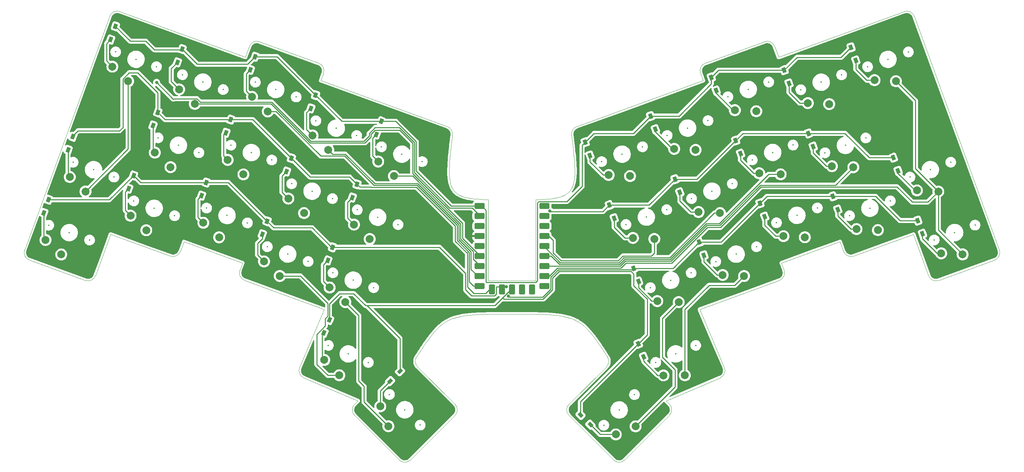
<source format=gbl>
%TF.GenerationSoftware,KiCad,Pcbnew,(6.0.11)*%
%TF.CreationDate,2023-05-11T00:11:39+09:00*%
%TF.ProjectId,gu34,67753334-2e6b-4696-9361-645f70636258,rev?*%
%TF.SameCoordinates,Original*%
%TF.FileFunction,Copper,L2,Bot*%
%TF.FilePolarity,Positive*%
%FSLAX46Y46*%
G04 Gerber Fmt 4.6, Leading zero omitted, Abs format (unit mm)*
G04 Created by KiCad (PCBNEW (6.0.11)) date 2023-05-11 00:11:39*
%MOMM*%
%LPD*%
G01*
G04 APERTURE LIST*
G04 Aperture macros list*
%AMRoundRect*
0 Rectangle with rounded corners*
0 $1 Rounding radius*
0 $2 $3 $4 $5 $6 $7 $8 $9 X,Y pos of 4 corners*
0 Add a 4 corners polygon primitive as box body*
4,1,4,$2,$3,$4,$5,$6,$7,$8,$9,$2,$3,0*
0 Add four circle primitives for the rounded corners*
1,1,$1+$1,$2,$3*
1,1,$1+$1,$4,$5*
1,1,$1+$1,$6,$7*
1,1,$1+$1,$8,$9*
0 Add four rect primitives between the rounded corners*
20,1,$1+$1,$2,$3,$4,$5,0*
20,1,$1+$1,$4,$5,$6,$7,0*
20,1,$1+$1,$6,$7,$8,$9,0*
20,1,$1+$1,$8,$9,$2,$3,0*%
%AMRotRect*
0 Rectangle, with rotation*
0 The origin of the aperture is its center*
0 $1 length*
0 $2 width*
0 $3 Rotation angle, in degrees counterclockwise*
0 Add horizontal line*
21,1,$1,$2,0,0,$3*%
G04 Aperture macros list end*
%TA.AperFunction,Profile*%
%ADD10C,0.100000*%
%TD*%
%ADD11C,0.100000*%
%TA.AperFunction,ComponentPad*%
%ADD12C,2.000000*%
%TD*%
%TA.AperFunction,SMDPad,CuDef*%
%ADD13RotRect,1.300000X0.950000X250.000000*%
%TD*%
%TA.AperFunction,SMDPad,CuDef*%
%ADD14RotRect,1.300000X0.950000X290.000000*%
%TD*%
%TA.AperFunction,SMDPad,CuDef*%
%ADD15RotRect,1.300000X0.950000X225.000000*%
%TD*%
%TA.AperFunction,SMDPad,CuDef*%
%ADD16RotRect,1.300000X0.950000X315.000000*%
%TD*%
%TA.AperFunction,SMDPad,CuDef*%
%ADD17RotRect,1.300000X0.950000X293.000000*%
%TD*%
%TA.AperFunction,ComponentPad*%
%ADD18RoundRect,0.400000X-0.900000X-0.400000X0.900000X-0.400000X0.900000X0.400000X-0.900000X0.400000X0*%
%TD*%
%TA.AperFunction,ComponentPad*%
%ADD19RoundRect,0.400050X-0.899950X-0.400050X0.899950X-0.400050X0.899950X0.400050X-0.899950X0.400050X0*%
%TD*%
%TA.AperFunction,ComponentPad*%
%ADD20RoundRect,0.400000X-0.400000X-0.900000X0.400000X-0.900000X0.400000X0.900000X-0.400000X0.900000X0*%
%TD*%
%TA.AperFunction,ComponentPad*%
%ADD21RoundRect,0.393700X-0.393700X-0.906300X0.393700X-0.906300X0.393700X0.906300X-0.393700X0.906300X0*%
%TD*%
%TA.AperFunction,SMDPad,CuDef*%
%ADD22RotRect,1.300000X0.950000X247.000000*%
%TD*%
%TA.AperFunction,ViaPad*%
%ADD23C,0.800000*%
%TD*%
%TA.AperFunction,Conductor*%
%ADD24C,0.250000*%
%TD*%
%ADD25C,0.350000*%
G04 APERTURE END LIST*
D10*
X210582773Y-81577077D02*
X211252397Y-83416855D01*
X88494956Y-108075051D02*
G75*
G03*
X89554561Y-110697548I1841044J-781449D01*
G01*
X95346573Y-113156111D02*
X103289125Y-116527525D01*
X78322834Y-25428801D02*
G75*
G03*
X75759393Y-26624187I-684034J-1879399D01*
G01*
X42954792Y-17793857D02*
G75*
G03*
X40391368Y-18989196I-684042J-1879383D01*
G01*
D11*
X166485012Y-105404977D02*
X165843422Y-104418288D01*
X165235255Y-103493247D01*
X164656430Y-102627865D01*
X164102870Y-101820152D01*
X163570495Y-101068122D01*
X163055227Y-100369784D01*
X162552988Y-99723150D01*
X162059698Y-99126231D01*
X161571279Y-98577040D01*
X161083652Y-98073587D01*
X160592739Y-97613884D01*
X160094461Y-97195942D01*
X159584739Y-96817772D01*
X159059494Y-96477386D01*
X158514648Y-96172795D01*
X157946123Y-95902011D01*
X157349839Y-95663045D01*
X156721718Y-95453908D01*
X156057681Y-95272612D01*
X155353649Y-95117168D01*
X154605545Y-94985587D01*
X153809288Y-94875882D01*
X152960801Y-94786062D01*
X152056005Y-94714140D01*
X151090820Y-94658127D01*
X150061169Y-94616035D01*
X148962973Y-94585874D01*
X147792153Y-94565656D01*
X146544630Y-94553393D01*
X145216326Y-94547096D01*
X143803162Y-94544776D01*
X142301060Y-94544445D01*
D10*
X241647326Y-17793851D02*
X209842120Y-29370000D01*
X148301060Y-86044445D02*
X142301060Y-86044445D01*
X36782901Y-84795311D02*
X40599548Y-74309162D01*
X78322819Y-25428843D02*
X93357901Y-30901165D01*
X244002572Y-74309162D02*
X228850905Y-79823917D01*
D11*
X127212923Y-49078253D02*
X127059566Y-50372382D01*
X126918517Y-51596863D01*
X126791366Y-52753624D01*
X126679703Y-53844590D01*
X126585120Y-54871688D01*
X126509208Y-55836845D01*
X126453558Y-56741987D01*
X126419761Y-57589040D01*
X126409407Y-58379931D01*
X126424088Y-59116586D01*
X126465395Y-59800932D01*
X126534919Y-60434895D01*
X126634251Y-61020401D01*
X126764981Y-61559378D01*
X126928701Y-62053752D01*
X127127002Y-62505448D01*
X127361475Y-62916394D01*
X127633710Y-63288516D01*
X127945300Y-63623740D01*
X128297834Y-63923993D01*
X128692904Y-64191201D01*
X129132100Y-64427291D01*
X129617015Y-64634190D01*
X130149238Y-64813823D01*
X130730361Y-64968117D01*
X131361975Y-65098999D01*
X132045670Y-65208394D01*
X132783039Y-65298230D01*
X133575671Y-65370434D01*
X134425157Y-65426930D01*
X135333090Y-65469647D01*
X136301060Y-65500510D01*
D10*
X210057037Y-85980237D02*
G75*
G03*
X211252397Y-83416855I-683937J1879337D01*
G01*
X136301060Y-65544445D02*
X136301060Y-65500510D01*
X168042215Y-131541016D02*
G75*
G03*
X170870642Y-131541016I1414214J1414215D01*
G01*
X113731478Y-131541016D02*
G75*
G03*
X116559905Y-131541016I1414214J1414215D01*
G01*
X195047559Y-110697548D02*
X189255547Y-113156111D01*
X74019347Y-81577077D02*
X73349723Y-83416855D01*
X148301060Y-65544445D02*
X148301060Y-86044445D01*
X89554561Y-110697548D02*
X95346573Y-113156111D01*
X40391368Y-18989196D02*
X18819580Y-78257197D01*
X94553246Y-33464590D02*
X93883621Y-35304368D01*
X189850290Y-93334940D02*
X196107106Y-108075076D01*
X118117153Y-105405006D02*
G75*
G03*
X118381403Y-107906670I1678447J-1087494D01*
G01*
X247819286Y-84795286D02*
G75*
G03*
X250382644Y-85990656I1879314J683886D01*
G01*
X264587195Y-80820622D02*
X250382644Y-85990656D01*
X93883621Y-35304368D02*
X125911108Y-46961420D01*
X206279301Y-25428843D02*
X191244219Y-30901165D01*
X136301060Y-86044445D02*
X142301060Y-86044445D01*
X103289125Y-116527525D02*
X102417769Y-117398880D01*
X20014925Y-80820622D02*
X34219476Y-85990656D01*
X191244209Y-30901138D02*
G75*
G03*
X190048874Y-33464590I683991J-1879362D01*
G01*
X182184351Y-120227307D02*
X170870642Y-131541016D01*
X156728507Y-117398880D02*
X166220717Y-107906670D01*
X94751830Y-93334940D02*
X88495014Y-108075076D01*
X168042215Y-131541016D02*
X156728507Y-120227307D01*
X210057053Y-85980280D02*
X189850290Y-93334940D01*
X148301060Y-65544445D02*
X148301060Y-65500510D01*
X189255547Y-113156111D02*
X181312995Y-116527525D01*
X94553328Y-33464620D02*
G75*
G03*
X93357901Y-30901165I-1879428J684020D01*
G01*
X182184357Y-120227313D02*
G75*
G03*
X182184351Y-117398880I-1414257J1414213D01*
G01*
X181312995Y-116527525D02*
X182184351Y-117398880D01*
X190048874Y-33464590D02*
X190718499Y-35304368D01*
X18819555Y-78257188D02*
G75*
G03*
X20014925Y-80820622I1879445J-684012D01*
G01*
X42954794Y-17793851D02*
X74760000Y-29370000D01*
X247819219Y-84795311D02*
X244002572Y-74309162D01*
X209842120Y-29370000D02*
X208842727Y-26624187D01*
X226287480Y-78628572D02*
X225398009Y-76184772D01*
X116559905Y-131541016D02*
X127873613Y-120227307D01*
X59204111Y-76184772D02*
X74019347Y-81577077D01*
X208842782Y-26624167D02*
G75*
G03*
X206279301Y-25428843I-1879382J-684033D01*
G01*
X244210828Y-18989168D02*
G75*
G03*
X241647326Y-17793851I-1879428J-684132D01*
G01*
X40599548Y-74309162D02*
X55751215Y-79823917D01*
X225398009Y-76184772D02*
X210582773Y-81577077D01*
X34219463Y-85990692D02*
G75*
G03*
X36782901Y-84795311I684037J1879392D01*
G01*
X136301060Y-65544445D02*
X136301060Y-86044445D01*
D11*
X157389197Y-49078253D02*
X157542553Y-50372382D01*
X157683602Y-51596863D01*
X157810753Y-52753624D01*
X157922416Y-53844590D01*
X158016999Y-54871688D01*
X158092911Y-55836845D01*
X158148561Y-56741987D01*
X158182358Y-57589040D01*
X158192712Y-58379931D01*
X158178031Y-59116586D01*
X158136724Y-59800932D01*
X158067200Y-60434895D01*
X157967868Y-61020401D01*
X157837138Y-61559378D01*
X157673418Y-62053752D01*
X157475117Y-62505448D01*
X157240644Y-62916394D01*
X156968409Y-63288516D01*
X156656819Y-63623740D01*
X156304285Y-63923993D01*
X155909215Y-64191201D01*
X155470019Y-64427291D01*
X154985104Y-64634190D01*
X154452881Y-64813823D01*
X153871758Y-64968117D01*
X153240144Y-65098999D01*
X152556449Y-65208394D01*
X151819080Y-65298230D01*
X151026448Y-65370434D01*
X150176962Y-65426930D01*
X149269029Y-65469647D01*
X148301060Y-65500510D01*
D10*
X244210752Y-18989196D02*
X265782540Y-78257197D01*
X127873613Y-117398880D02*
X118381403Y-107906670D01*
X127873619Y-120227313D02*
G75*
G03*
X127873613Y-117398880I-1414219J1414213D01*
G01*
X264587170Y-80820552D02*
G75*
G03*
X265782540Y-78257197I-683970J1879352D01*
G01*
X158691035Y-46961484D02*
G75*
G03*
X157389197Y-49078253I684065J-1879416D01*
G01*
X74760000Y-29370000D02*
X75759393Y-26624187D01*
X195047539Y-110697500D02*
G75*
G03*
X196107106Y-108075076I-781439J1841000D01*
G01*
X156728513Y-117398886D02*
G75*
G03*
X156728507Y-120227307I1414187J-1414214D01*
G01*
X166220677Y-107906630D02*
G75*
G03*
X166485012Y-105404977I-1414277J1414230D01*
G01*
D11*
X118117108Y-105404977D02*
X118758697Y-104418288D01*
X119366864Y-103493247D01*
X119945689Y-102627865D01*
X120499249Y-101820152D01*
X121031624Y-101068122D01*
X121546892Y-100369784D01*
X122049131Y-99723150D01*
X122542421Y-99126231D01*
X123030840Y-98577040D01*
X123518467Y-98073587D01*
X124009380Y-97613884D01*
X124507658Y-97195942D01*
X125017380Y-96817772D01*
X125542625Y-96477386D01*
X126087471Y-96172795D01*
X126655996Y-95902011D01*
X127252280Y-95663045D01*
X127880401Y-95453908D01*
X128544438Y-95272612D01*
X129248470Y-95117168D01*
X129996574Y-94985587D01*
X130792831Y-94875882D01*
X131641318Y-94786062D01*
X132546115Y-94714140D01*
X133511299Y-94658127D01*
X134540950Y-94616035D01*
X135639146Y-94585874D01*
X136809966Y-94565656D01*
X138057489Y-94553393D01*
X139385793Y-94547096D01*
X140798957Y-94544776D01*
X142301060Y-94544445D01*
D10*
X102417775Y-117398886D02*
G75*
G03*
X102417769Y-120227307I1414225J-1414214D01*
G01*
X55751241Y-79823845D02*
G75*
G03*
X58314640Y-78628572I684059J1879345D01*
G01*
X58314640Y-78628572D02*
X59204111Y-76184772D01*
X127212938Y-49078255D02*
G75*
G03*
X125911108Y-46961420I-1985838J237455D01*
G01*
X190718499Y-35304368D02*
X158691012Y-46961420D01*
X102417769Y-120227307D02*
X113731478Y-131541016D01*
X226287504Y-78628563D02*
G75*
G03*
X228850905Y-79823917I1879396J684063D01*
G01*
X74545067Y-85980280D02*
X94751830Y-93334940D01*
X73349724Y-83416855D02*
G75*
G03*
X74545067Y-85980280I1879376J-684045D01*
G01*
D12*
%TO.P,SW18,1,1*%
%TO.N,col7*%
X210357919Y-59084186D03*
%TO.P,SW18,2,2*%
%TO.N,Net-(D18-Pad2)*%
X204941213Y-58820933D03*
%TD*%
%TO.P,SW33,1,1*%
%TO.N,col5*%
X173611930Y-123011930D03*
%TO.P,SW33,2,2*%
%TO.N,Net-(D33-Pad2)*%
X168591472Y-125062540D03*
%TD*%
%TO.P,SW7,1,1*%
%TO.N,col6*%
X188807919Y-52894186D03*
%TO.P,SW7,2,2*%
%TO.N,Net-(D7-Pad2)*%
X183391213Y-52630933D03*
%TD*%
D13*
%TO.P,D3,1,K*%
%TO.N,row0*%
X77217086Y-29242046D03*
%TO.P,D3,2,A*%
%TO.N,Net-(D3-Pad2)*%
X76002914Y-32577954D03*
%TD*%
D14*
%TO.P,D30,1,K*%
%TO.N,row2*%
X245082914Y-70822046D03*
%TO.P,D30,2,A*%
%TO.N,Net-(D30-Pad2)*%
X246297086Y-74157954D03*
%TD*%
D15*
%TO.P,D32,1,K*%
%TO.N,row3*%
X113925115Y-109024885D03*
%TO.P,D32,2,A*%
%TO.N,Net-(D32-Pad2)*%
X111414885Y-111535115D03*
%TD*%
D12*
%TO.P,SW16,1,1*%
%TO.N,col5*%
X178357919Y-75474186D03*
%TO.P,SW16,2,2*%
%TO.N,Net-(D16-Pad2)*%
X172941213Y-75210933D03*
%TD*%
D13*
%TO.P,D1,1,K*%
%TO.N,row0*%
X41837086Y-21562046D03*
%TO.P,D1,2,A*%
%TO.N,Net-(D1-Pad2)*%
X40622914Y-24897954D03*
%TD*%
D12*
%TO.P,SW19,1,1*%
%TO.N,col8*%
X228777919Y-57284186D03*
%TO.P,SW19,2,2*%
%TO.N,Net-(D19-Pad2)*%
X223361213Y-57020933D03*
%TD*%
D14*
%TO.P,D16,1,K*%
%TO.N,row1*%
X166962914Y-66892046D03*
%TO.P,D16,2,A*%
%TO.N,Net-(D16-Pad2)*%
X168177086Y-70227954D03*
%TD*%
D12*
%TO.P,SW31,1,1*%
%TO.N,col3*%
X98534686Y-110060979D03*
%TO.P,SW31,2,2*%
%TO.N,Net-(D31-Pad2)*%
X94752697Y-106174263D03*
%TD*%
%TO.P,SW2,1,1*%
%TO.N,col1*%
X61952081Y-41234186D03*
%TO.P,SW2,2,2*%
%TO.N,Net-(D2-Pad2)*%
X57971860Y-37550731D03*
%TD*%
D13*
%TO.P,D22,1,K*%
%TO.N,row2*%
X46417086Y-59372046D03*
%TO.P,D22,2,A*%
%TO.N,Net-(D22-Pad2)*%
X45202914Y-62707954D03*
%TD*%
D12*
%TO.P,SW1,1,1*%
%TO.N,col0*%
X45042081Y-35454186D03*
%TO.P,SW1,2,2*%
%TO.N,Net-(D1-Pad2)*%
X41061860Y-31770731D03*
%TD*%
D16*
%TO.P,D33,1,K*%
%TO.N,row3*%
X159654885Y-120074885D03*
%TO.P,D33,2,A*%
%TO.N,Net-(D33-Pad2)*%
X162165115Y-122585115D03*
%TD*%
D12*
%TO.P,SW5,1,1*%
%TO.N,col4*%
X112382081Y-59524186D03*
%TO.P,SW5,2,2*%
%TO.N,Net-(D5-Pad2)*%
X108401860Y-55840731D03*
%TD*%
D13*
%TO.P,D23,1,K*%
%TO.N,row2*%
X64867086Y-61162046D03*
%TO.P,D23,2,A*%
%TO.N,Net-(D23-Pad2)*%
X63652914Y-64497954D03*
%TD*%
%TO.P,D25,1,K*%
%TO.N,row2*%
X96847086Y-77592046D03*
%TO.P,D25,2,A*%
%TO.N,Net-(D25-Pad2)*%
X95632914Y-80927954D03*
%TD*%
D12*
%TO.P,SW28,1,1*%
%TO.N,col7*%
X216499610Y-75035297D03*
%TO.P,SW28,2,2*%
%TO.N,Net-(D28-Pad2)*%
X211082904Y-74772044D03*
%TD*%
%TO.P,SW27,1,1*%
%TO.N,col6*%
X201097919Y-84874186D03*
%TO.P,SW27,2,2*%
%TO.N,Net-(D27-Pad2)*%
X195681213Y-84610933D03*
%TD*%
D13*
%TO.P,D12,1,K*%
%TO.N,row1*%
X52567086Y-43372046D03*
%TO.P,D12,2,A*%
%TO.N,Net-(D12-Pad2)*%
X51352914Y-46707954D03*
%TD*%
D12*
%TO.P,SW21,1,1*%
%TO.N,col0*%
X28102081Y-79414186D03*
%TO.P,SW21,2,2*%
%TO.N,Net-(D21-Pad2)*%
X24121860Y-75730731D03*
%TD*%
D14*
%TO.P,D19,1,K*%
%TO.N,row1*%
X217392914Y-48712046D03*
%TO.P,D19,2,A*%
%TO.N,Net-(D19-Pad2)*%
X218607086Y-52047954D03*
%TD*%
D17*
%TO.P,D34,1,K*%
%TO.N,row3*%
X174276452Y-102096104D03*
%TO.P,D34,2,A*%
%TO.N,Net-(D34-Pad2)*%
X175663548Y-105363896D03*
%TD*%
D12*
%TO.P,SW25,1,1*%
%TO.N,col4*%
X100072081Y-91484186D03*
%TO.P,SW25,2,2*%
%TO.N,Net-(D25-Pad2)*%
X96091860Y-87800731D03*
%TD*%
D13*
%TO.P,D21,1,K*%
%TO.N,row2*%
X24897086Y-65522046D03*
%TO.P,D21,2,A*%
%TO.N,Net-(D21-Pad2)*%
X23682914Y-68857954D03*
%TD*%
D14*
%TO.P,D20,1,K*%
%TO.N,row1*%
X238902914Y-54862046D03*
%TO.P,D20,2,A*%
%TO.N,Net-(D20-Pad2)*%
X240117086Y-58197954D03*
%TD*%
D13*
%TO.P,D14,1,K*%
%TO.N,row1*%
X86407086Y-55012046D03*
%TO.P,D14,2,A*%
%TO.N,Net-(D14-Pad2)*%
X85192914Y-58347954D03*
%TD*%
D14*
%TO.P,D27,1,K*%
%TO.N,row2*%
X189722914Y-76292046D03*
%TO.P,D27,2,A*%
%TO.N,Net-(D27-Pad2)*%
X190937086Y-79627954D03*
%TD*%
D13*
%TO.P,D24,1,K*%
%TO.N,row2*%
X80257086Y-70972046D03*
%TO.P,D24,2,A*%
%TO.N,Net-(D24-Pad2)*%
X79042914Y-74307954D03*
%TD*%
%TO.P,D5,1,K*%
%TO.N,row0*%
X109167086Y-45642046D03*
%TO.P,D5,2,A*%
%TO.N,Net-(D5-Pad2)*%
X107952914Y-48977954D03*
%TD*%
D14*
%TO.P,D28,1,K*%
%TO.N,row2*%
X205102914Y-66462046D03*
%TO.P,D28,2,A*%
%TO.N,Net-(D28-Pad2)*%
X206317086Y-69797954D03*
%TD*%
D12*
%TO.P,SW32,1,1*%
%TO.N,col4*%
X110978070Y-122971930D03*
%TO.P,SW32,2,2*%
%TO.N,Net-(D32-Pad2)*%
X108927460Y-117951472D03*
%TD*%
%TO.P,SW11,1,1*%
%TO.N,col0*%
X34262081Y-63444186D03*
%TO.P,SW11,2,2*%
%TO.N,Net-(D11-Pad2)*%
X30281860Y-59760731D03*
%TD*%
D13*
%TO.P,De,1,K*%
%TO.N,row0*%
X58737086Y-27332046D03*
%TO.P,De,2,A*%
%TO.N,Net-(D2-Pad2)*%
X57522914Y-30667954D03*
%TD*%
D14*
%TO.P,D6,1,K*%
%TO.N,row0*%
X160822914Y-50962046D03*
%TO.P,D6,2,A*%
%TO.N,Net-(D6-Pad2)*%
X162037086Y-54297954D03*
%TD*%
D13*
%TO.P,D11,1,K*%
%TO.N,row1*%
X31057086Y-49542046D03*
%TO.P,D11,2,A*%
%TO.N,Net-(D11-Pad2)*%
X29842914Y-52877954D03*
%TD*%
D12*
%TO.P,SW14,1,1*%
%TO.N,col3*%
X89622081Y-68904186D03*
%TO.P,SW14,2,2*%
%TO.N,Net-(D14-Pad2)*%
X85641860Y-65220731D03*
%TD*%
%TO.P,SW3,1,1*%
%TO.N,col2*%
X80432081Y-43124186D03*
%TO.P,SW3,2,2*%
%TO.N,Net-(D3-Pad2)*%
X76451860Y-39440731D03*
%TD*%
D14*
%TO.P,D26,1,K*%
%TO.N,row2*%
X173142914Y-82922046D03*
%TO.P,D26,2,A*%
%TO.N,Net-(D26-Pad2)*%
X174357086Y-86257954D03*
%TD*%
D12*
%TO.P,SW12,1,1*%
%TO.N,col1*%
X55793409Y-57258941D03*
%TO.P,SW12,2,2*%
%TO.N,Net-(D12-Pad2)*%
X51813188Y-53575486D03*
%TD*%
D13*
%TO.P,D13,1,K*%
%TO.N,row1*%
X71047086Y-45202046D03*
%TO.P,D13,2,A*%
%TO.N,Net-(D13-Pad2)*%
X69832914Y-48537954D03*
%TD*%
D14*
%TO.P,D8,1,K*%
%TO.N,row0*%
X192792914Y-34492046D03*
%TO.P,D8,2,A*%
%TO.N,Net-(D8-Pad2)*%
X194007086Y-37827954D03*
%TD*%
D12*
%TO.P,SW9,1,1*%
%TO.N,col8*%
X222657919Y-41274186D03*
%TO.P,SW9,2,2*%
%TO.N,Net-(D9-Pad2)*%
X217241213Y-41010933D03*
%TD*%
%TO.P,SW20,1,1*%
%TO.N,col9*%
X250297919Y-63434186D03*
%TO.P,SW20,2,2*%
%TO.N,Net-(D20-Pad2)*%
X244881213Y-63170933D03*
%TD*%
%TO.P,SW15,1,1*%
%TO.N,col4*%
X106252081Y-75504186D03*
%TO.P,SW15,2,2*%
%TO.N,Net-(D15-Pad2)*%
X102271860Y-71820731D03*
%TD*%
D14*
%TO.P,D17,1,K*%
%TO.N,row1*%
X183592914Y-60322046D03*
%TO.P,D17,2,A*%
%TO.N,Net-(D17-Pad2)*%
X184807086Y-63657954D03*
%TD*%
D18*
%TO.P,RZ1,1,GP0*%
%TO.N,unconnected-(RZ1-Pad1)*%
X150505000Y-67135000D03*
%TO.P,RZ1,2,GP1*%
%TO.N,unconnected-(RZ1-Pad2)*%
X150505000Y-69675000D03*
%TO.P,RZ1,3,GP2*%
%TO.N,unconnected-(RZ1-Pad3)*%
X150505000Y-72215000D03*
%TO.P,RZ1,4,GP3*%
%TO.N,col5*%
X150505000Y-74755000D03*
%TO.P,RZ1,5,GP4*%
%TO.N,col6*%
X150505000Y-77295000D03*
D19*
%TO.P,RZ1,6,GP5*%
%TO.N,col7*%
X150505000Y-79835000D03*
%TO.P,RZ1,7,GP6*%
%TO.N,col8*%
X150505000Y-82375000D03*
%TO.P,RZ1,8,GP7*%
%TO.N,col9*%
X150505000Y-84915000D03*
%TO.P,RZ1,9,GP8*%
%TO.N,unconnected-(RZ1-Pad9)*%
X150505000Y-87455000D03*
D20*
%TO.P,RZ1,10,GP9*%
%TO.N,unconnected-(RZ1-Pad10)*%
X147365000Y-88265000D03*
D21*
%TO.P,RZ1,11,GP10*%
%TO.N,unconnected-(RZ1-Pad11)*%
X144825000Y-88265000D03*
%TO.P,RZ1,12,GP11*%
%TO.N,row3*%
X142285000Y-88265000D03*
%TO.P,RZ1,13,GP12*%
%TO.N,row2*%
X139745000Y-88265000D03*
%TO.P,RZ1,14,GP13*%
%TO.N,row1*%
X137205000Y-88265000D03*
D19*
%TO.P,RZ1,15,GP14*%
%TO.N,col2*%
X134065000Y-87455000D03*
%TO.P,RZ1,16,GP15*%
%TO.N,col3*%
X134065000Y-84915000D03*
%TO.P,RZ1,17,GP26*%
%TO.N,col4*%
X134065000Y-82375000D03*
%TO.P,RZ1,18,GP27*%
%TO.N,col1*%
X134065000Y-79835000D03*
%TO.P,RZ1,19,GP28*%
%TO.N,row0*%
X134065000Y-67135000D03*
%TO.P,RZ1,20,GP29*%
%TO.N,col0*%
X134065000Y-69675000D03*
%TO.P,RZ1,21,3V3*%
%TO.N,unconnected-(RZ1-Pad21)*%
X134065000Y-72215000D03*
%TO.P,RZ1,22,5V*%
%TO.N,VCC*%
X134065000Y-77295000D03*
%TO.P,RZ1,23,GND*%
%TO.N,GND*%
X134065000Y-74755000D03*
%TD*%
D12*
%TO.P,SW34,1,1*%
%TO.N,col6*%
X186085314Y-110060979D03*
%TO.P,SW34,2,2*%
%TO.N,Net-(D34-Pad2)*%
X180662254Y-110081574D03*
%TD*%
%TO.P,SW22,1,1*%
%TO.N,col1*%
X49642081Y-73254186D03*
%TO.P,SW22,2,2*%
%TO.N,Net-(D22-Pad2)*%
X45661860Y-69570731D03*
%TD*%
%TO.P,SW8,1,1*%
%TO.N,col7*%
X204187919Y-43084186D03*
%TO.P,SW8,2,2*%
%TO.N,Net-(D8-Pad2)*%
X198771213Y-42820933D03*
%TD*%
%TO.P,SW4,1,1*%
%TO.N,col3*%
X95763409Y-52918941D03*
%TO.P,SW4,2,2*%
%TO.N,Net-(D4-Pad2)*%
X91783188Y-49235486D03*
%TD*%
D14*
%TO.P,D9,1,K*%
%TO.N,row0*%
X211252914Y-32682046D03*
%TO.P,D9,2,A*%
%TO.N,Net-(D9-Pad2)*%
X212467086Y-36017954D03*
%TD*%
D13*
%TO.P,D4,1,K*%
%TO.N,row0*%
X92547086Y-39022046D03*
%TO.P,D4,2,A*%
%TO.N,Net-(D4-Pad2)*%
X91332914Y-42357954D03*
%TD*%
D12*
%TO.P,SW30,1,1*%
%TO.N,col9*%
X256457919Y-79394186D03*
%TO.P,SW30,2,2*%
%TO.N,Net-(D30-Pad2)*%
X251041213Y-79130933D03*
%TD*%
D14*
%TO.P,D7,1,K*%
%TO.N,row0*%
X177412914Y-44322046D03*
%TO.P,D7,2,A*%
%TO.N,Net-(D7-Pad2)*%
X178627086Y-47657954D03*
%TD*%
D12*
%TO.P,SW13,1,1*%
%TO.N,col2*%
X74263409Y-59108941D03*
%TO.P,SW13,2,2*%
%TO.N,Net-(D13-Pad2)*%
X70283188Y-55425486D03*
%TD*%
%TO.P,SW24,1,1*%
%TO.N,col3*%
X83462081Y-84864186D03*
%TO.P,SW24,2,2*%
%TO.N,Net-(D24-Pad2)*%
X79481860Y-81180731D03*
%TD*%
D14*
%TO.P,D29,1,K*%
%TO.N,row2*%
X223612914Y-64672046D03*
%TO.P,D29,2,A*%
%TO.N,Net-(D29-Pad2)*%
X224827086Y-68007954D03*
%TD*%
%TO.P,D18,1,K*%
%TO.N,row1*%
X198972914Y-50512046D03*
%TO.P,D18,2,A*%
%TO.N,Net-(D18-Pad2)*%
X200187086Y-53847954D03*
%TD*%
D12*
%TO.P,SW10,1,1*%
%TO.N,col9*%
X239567919Y-35464186D03*
%TO.P,SW10,2,2*%
%TO.N,Net-(D10-Pad2)*%
X234151213Y-35200933D03*
%TD*%
D22*
%TO.P,D31,1,K*%
%TO.N,row3*%
X96063548Y-96016104D03*
%TO.P,D31,2,A*%
%TO.N,Net-(D31-Pad2)*%
X94676452Y-99283896D03*
%TD*%
D14*
%TO.P,D10,1,K*%
%TO.N,row0*%
X228192914Y-26882046D03*
%TO.P,D10,2,A*%
%TO.N,Net-(D10-Pad2)*%
X229407086Y-30217954D03*
%TD*%
D12*
%TO.P,SW17,1,1*%
%TO.N,col6*%
X194977919Y-68904186D03*
%TO.P,SW17,2,2*%
%TO.N,Net-(D17-Pad2)*%
X189561213Y-68640933D03*
%TD*%
%TO.P,SW23,1,1*%
%TO.N,col2*%
X68092081Y-75064186D03*
%TO.P,SW23,2,2*%
%TO.N,Net-(D23-Pad2)*%
X64111860Y-71380731D03*
%TD*%
%TO.P,SW26,1,1*%
%TO.N,col5*%
X184527919Y-91494186D03*
%TO.P,SW26,2,2*%
%TO.N,Net-(D26-Pad2)*%
X179111213Y-91230933D03*
%TD*%
D13*
%TO.P,D15,1,K*%
%TO.N,row1*%
X103047086Y-61622046D03*
%TO.P,D15,2,A*%
%TO.N,Net-(D15-Pad2)*%
X101832914Y-64957954D03*
%TD*%
D12*
%TO.P,SW29,1,1*%
%TO.N,col8*%
X234987919Y-73234186D03*
%TO.P,SW29,2,2*%
%TO.N,Net-(D29-Pad2)*%
X229571213Y-72970933D03*
%TD*%
%TO.P,SW6,1,1*%
%TO.N,col5*%
X172207919Y-59524186D03*
%TO.P,SW6,2,2*%
%TO.N,Net-(D6-Pad2)*%
X166791213Y-59260933D03*
%TD*%
D23*
%TO.N,row1*%
X151897037Y-68405000D03*
%TO.N,row2*%
X141355811Y-90007780D03*
X140898100Y-87580000D03*
%TO.N,col0*%
X52260000Y-35780000D03*
%TO.N,GND*%
X112100000Y-50080000D03*
X38650000Y-52720000D03*
X126460000Y-65040000D03*
X108090000Y-96910000D03*
X37900000Y-68980000D03*
X74540000Y-43300000D03*
X126090000Y-73370000D03*
X84280000Y-34260000D03*
%TD*%
D24*
%TO.N,row0*%
X184597954Y-44322046D02*
X192792914Y-36127086D01*
X160822914Y-50962046D02*
X163074960Y-48710000D01*
X192792914Y-34492046D02*
X194602914Y-32682046D01*
X112872046Y-45642046D02*
X109167086Y-45642046D01*
X49490000Y-25300000D02*
X51680000Y-27490000D01*
X211252914Y-32682046D02*
X214514960Y-29420000D01*
X160050000Y-62140000D02*
X160050000Y-51734960D01*
X194602914Y-32682046D02*
X211252914Y-32682046D01*
X82767086Y-29242046D02*
X92547086Y-39022046D01*
X214514960Y-29420000D02*
X225654960Y-29420000D01*
X58737086Y-27332046D02*
X62555040Y-31150000D01*
X177412914Y-44322046D02*
X184597954Y-44322046D01*
X99167086Y-45642046D02*
X109167086Y-45642046D01*
X163074960Y-48710000D02*
X173024960Y-48710000D01*
X135740000Y-68210000D02*
X135740000Y-86360000D01*
X160050000Y-51734960D02*
X160822914Y-50962046D01*
X92547086Y-39022046D02*
X99167086Y-45642046D01*
X118030000Y-58260000D02*
X118030000Y-50800000D01*
X192792914Y-36127086D02*
X192792914Y-34492046D01*
X51680000Y-27490000D02*
X58170000Y-27490000D01*
X41837086Y-21562046D02*
X45575040Y-25300000D01*
X148720000Y-66300000D02*
X149040000Y-65980000D01*
X135740000Y-86360000D02*
X135900000Y-86520000D01*
X77217086Y-29242046D02*
X82767086Y-29242046D01*
X149040000Y-65980000D02*
X156210000Y-65980000D01*
X126905000Y-67135000D02*
X118030000Y-58260000D01*
X45575040Y-25300000D02*
X49490000Y-25300000D01*
X118030000Y-50800000D02*
X112872046Y-45642046D01*
X62555040Y-31150000D02*
X75309132Y-31150000D01*
X148310000Y-86520000D02*
X148720000Y-86110000D01*
X134665000Y-67135000D02*
X135740000Y-68210000D01*
X134665000Y-67135000D02*
X126905000Y-67135000D01*
X75309132Y-31150000D02*
X77217086Y-29242046D01*
X148720000Y-86110000D02*
X148720000Y-66300000D01*
X225654960Y-29420000D02*
X228192914Y-26882046D01*
X135900000Y-86520000D02*
X148310000Y-86520000D01*
X156210000Y-65980000D02*
X160050000Y-62140000D01*
X173024960Y-48710000D02*
X177412914Y-44322046D01*
%TO.N,Net-(D1-Pad2)*%
X39600000Y-25920868D02*
X39600000Y-30308871D01*
X40622914Y-24897954D02*
X39600000Y-25920868D01*
X39600000Y-30308871D02*
X41061860Y-31770731D01*
%TO.N,Net-(D2-Pad2)*%
X57522914Y-30667954D02*
X55960000Y-32230868D01*
X55960000Y-35538871D02*
X57971860Y-37550731D01*
X55960000Y-32230868D02*
X55960000Y-35538871D01*
%TO.N,Net-(D3-Pad2)*%
X74990000Y-37978871D02*
X76451860Y-39440731D01*
X74990000Y-33590868D02*
X74990000Y-37978871D01*
X76002914Y-32577954D02*
X74990000Y-33590868D01*
%TO.N,Net-(D4-Pad2)*%
X90250000Y-43440868D02*
X90250000Y-47702298D01*
X90250000Y-47702298D02*
X91783188Y-49235486D01*
X91332914Y-42357954D02*
X90250000Y-43440868D01*
%TO.N,Net-(D5-Pad2)*%
X107010000Y-49920868D02*
X107010000Y-54448871D01*
X107010000Y-54448871D02*
X108401860Y-55840731D01*
X107952914Y-48977954D02*
X107010000Y-49920868D01*
%TO.N,Net-(D6-Pad2)*%
X166791213Y-59260933D02*
X165377000Y-59260933D01*
X165377000Y-59260933D02*
X162037086Y-55921019D01*
X162037086Y-55921019D02*
X162037086Y-54297954D01*
%TO.N,Net-(D7-Pad2)*%
X178627086Y-48349670D02*
X182908349Y-52630933D01*
X182908349Y-52630933D02*
X183391213Y-52630933D01*
X178627086Y-47657954D02*
X178627086Y-48349670D01*
%TO.N,Net-(D8-Pad2)*%
X194007086Y-38519670D02*
X198308349Y-42820933D01*
X194007086Y-37827954D02*
X194007086Y-38519670D01*
X198308349Y-42820933D02*
X198771213Y-42820933D01*
%TO.N,Net-(D9-Pad2)*%
X212467086Y-38317086D02*
X215160933Y-41010933D01*
X212467086Y-36017954D02*
X212467086Y-38317086D01*
X215160933Y-41010933D02*
X217241213Y-41010933D01*
%TO.N,Net-(D10-Pad2)*%
X229407086Y-30217954D02*
X229407086Y-32467086D01*
X232140933Y-35200933D02*
X234151213Y-35200933D01*
X229407086Y-32467086D02*
X232140933Y-35200933D01*
%TO.N,row1*%
X127950000Y-72221980D02*
X118078020Y-62350000D01*
X86407086Y-55012046D02*
X91155040Y-59760000D01*
X32360000Y-48040000D02*
X42850000Y-48040000D01*
X47460000Y-33320000D02*
X52567086Y-38427086D01*
X31057086Y-49342914D02*
X32360000Y-48040000D01*
X54397086Y-45202046D02*
X71047086Y-45202046D01*
X91155040Y-59760000D02*
X101170000Y-59760000D01*
X103032046Y-61622046D02*
X103047086Y-61622046D01*
X71047086Y-45202046D02*
X76597086Y-45202046D01*
X232816541Y-54862046D02*
X226666541Y-48712046D01*
X177022914Y-66892046D02*
X166962914Y-66892046D01*
X43717081Y-47172919D02*
X43717081Y-34905353D01*
X238902914Y-54862046D02*
X232816541Y-54862046D01*
X45302434Y-33320000D02*
X47460000Y-33320000D01*
X165334960Y-68520000D02*
X166962914Y-66892046D01*
X226666541Y-48712046D02*
X217392914Y-48712046D01*
X52567086Y-43372046D02*
X54397086Y-45202046D01*
X132630000Y-89280000D02*
X131020000Y-87670000D01*
X101170000Y-59760000D02*
X103032046Y-61622046D01*
X137205000Y-87665000D02*
X135590000Y-89280000D01*
X103745040Y-62320000D02*
X103047086Y-61622046D01*
X183592914Y-60322046D02*
X177022914Y-66892046D01*
X217392914Y-48712046D02*
X200772914Y-48712046D01*
X127950000Y-76050960D02*
X127950000Y-72221980D01*
X43717081Y-34905353D02*
X45302434Y-33320000D01*
X106640000Y-62350000D02*
X106610000Y-62320000D01*
X198972914Y-50512046D02*
X189162914Y-60322046D01*
X42850000Y-48040000D02*
X43717081Y-47172919D01*
X118078020Y-62350000D02*
X106640000Y-62350000D01*
X151897037Y-68405000D02*
X152012037Y-68520000D01*
X200772914Y-48712046D02*
X198972914Y-50512046D01*
X131020000Y-87670000D02*
X131020000Y-79120960D01*
X189162914Y-60322046D02*
X183592914Y-60322046D01*
X52567086Y-38427086D02*
X52567086Y-43372046D01*
X76597086Y-45202046D02*
X86407086Y-55012046D01*
X31057086Y-49542046D02*
X31057086Y-49342914D01*
X131020000Y-79120960D02*
X127950000Y-76050960D01*
X106610000Y-62320000D02*
X103745040Y-62320000D01*
X135590000Y-89280000D02*
X132630000Y-89280000D01*
X152012037Y-68520000D02*
X165334960Y-68520000D01*
%TO.N,Net-(D11-Pad2)*%
X29842914Y-52877954D02*
X29842914Y-59321785D01*
X29842914Y-59321785D02*
X30281860Y-59760731D01*
%TO.N,Net-(D12-Pad2)*%
X51352914Y-46707954D02*
X51352914Y-53115212D01*
X51352914Y-53115212D02*
X51813188Y-53575486D01*
%TO.N,Net-(D13-Pad2)*%
X69270000Y-54412298D02*
X70283188Y-55425486D01*
X69832914Y-48537954D02*
X69270000Y-49100868D01*
X69270000Y-49100868D02*
X69270000Y-54412298D01*
%TO.N,Net-(D14-Pad2)*%
X85192914Y-58347954D02*
X84020000Y-59520868D01*
X84020000Y-63598871D02*
X85641860Y-65220731D01*
X84020000Y-59520868D02*
X84020000Y-63598871D01*
%TO.N,Net-(D15-Pad2)*%
X101832914Y-64957954D02*
X100640000Y-66150868D01*
X100640000Y-70188871D02*
X102271860Y-71820731D01*
X100640000Y-66150868D02*
X100640000Y-70188871D01*
%TO.N,Net-(D16-Pad2)*%
X168177086Y-72487086D02*
X170900933Y-75210933D01*
X170900933Y-75210933D02*
X172941213Y-75210933D01*
X168177086Y-70227954D02*
X168177086Y-72487086D01*
%TO.N,Net-(D17-Pad2)*%
X184807086Y-65847086D02*
X187600933Y-68640933D01*
X187600933Y-68640933D02*
X189561213Y-68640933D01*
X184807086Y-63657954D02*
X184807086Y-65847086D01*
%TO.N,Net-(D18-Pad2)*%
X203527000Y-58820933D02*
X200187086Y-55481019D01*
X200187086Y-55481019D02*
X200187086Y-53847954D01*
X204941213Y-58820933D02*
X203527000Y-58820933D01*
%TO.N,Net-(D19-Pad2)*%
X223361213Y-57020933D02*
X221947000Y-57020933D01*
X221947000Y-57020933D02*
X218597086Y-53671019D01*
X218597086Y-53671019D02*
X218597086Y-52037954D01*
%TO.N,Net-(D20-Pad2)*%
X240117086Y-58187954D02*
X240117086Y-58879670D01*
X240117086Y-58879670D02*
X244408349Y-63170933D01*
X244408349Y-63170933D02*
X244881213Y-63170933D01*
%TO.N,row2*%
X154031396Y-83275000D02*
X172789960Y-83275000D01*
X91630000Y-72630000D02*
X96592046Y-77592046D01*
X189722914Y-76292046D02*
X195272914Y-76292046D01*
X80257086Y-70972046D02*
X81915040Y-72630000D01*
X140898100Y-87580000D02*
X139830000Y-87580000D01*
X132063604Y-89890000D02*
X130570000Y-88396396D01*
X240572046Y-70822046D02*
X245082914Y-70822046D01*
X40267086Y-65522046D02*
X46417086Y-59372046D01*
X138317400Y-89468995D02*
X137896395Y-89890000D01*
X150065376Y-90220000D02*
X152130000Y-88155376D01*
X81915040Y-72630000D02*
X91630000Y-72630000D01*
X152130000Y-88155376D02*
X152130000Y-85176396D01*
X183092914Y-82922046D02*
X189722914Y-76292046D01*
X195272914Y-76292046D02*
X205102914Y-66462046D01*
X141568031Y-90220000D02*
X150065376Y-90220000D01*
X137896395Y-89890000D02*
X132063604Y-89890000D01*
X139830000Y-87580000D02*
X139745000Y-87665000D01*
X64867086Y-61162046D02*
X70447086Y-61162046D01*
X205102914Y-66462046D02*
X206892914Y-64672046D01*
X138317400Y-87580000D02*
X138317400Y-89468995D01*
X96592046Y-77592046D02*
X96847086Y-77592046D01*
X206892914Y-64672046D02*
X223612914Y-64672046D01*
X48207086Y-61162046D02*
X64867086Y-61162046D01*
X46417086Y-59372046D02*
X48207086Y-61162046D01*
X140898100Y-87580000D02*
X138317400Y-87580000D01*
X70447086Y-61162046D02*
X80257086Y-70972046D01*
X234422046Y-64672046D02*
X240572046Y-70822046D01*
X173142914Y-82922046D02*
X183092914Y-82922046D01*
X152130000Y-85176396D02*
X154031396Y-83275000D01*
X130570000Y-84240000D02*
X123922046Y-77592046D01*
X130570000Y-88396396D02*
X130570000Y-84240000D01*
X141355811Y-90007780D02*
X141568031Y-90220000D01*
X123922046Y-77592046D02*
X96847086Y-77592046D01*
X172789960Y-83275000D02*
X173142914Y-82922046D01*
X223612914Y-64672046D02*
X234422046Y-64672046D01*
X24897086Y-65522046D02*
X40267086Y-65522046D01*
%TO.N,Net-(D21-Pad2)*%
X23682914Y-68857954D02*
X23682914Y-75271785D01*
X23682914Y-75271785D02*
X24131860Y-75720731D01*
%TO.N,Net-(D22-Pad2)*%
X45202914Y-62707954D02*
X44340000Y-63570868D01*
X44340000Y-68248871D02*
X45661860Y-69570731D01*
X44340000Y-63570868D02*
X44340000Y-68248871D01*
%TO.N,Net-(D23-Pad2)*%
X62720000Y-69988871D02*
X64111860Y-71380731D01*
X63652914Y-64497954D02*
X62720000Y-65430868D01*
X62720000Y-65430868D02*
X62720000Y-69988871D01*
%TO.N,Net-(D24-Pad2)*%
X79042914Y-75377086D02*
X77850000Y-76570000D01*
X79042914Y-74307954D02*
X79042914Y-75377086D01*
X77850000Y-79548871D02*
X79481860Y-81180731D01*
X77850000Y-76570000D02*
X77850000Y-79548871D01*
%TO.N,Net-(D25-Pad2)*%
X95632914Y-80927954D02*
X94540000Y-82020868D01*
X94540000Y-86248871D02*
X96091860Y-87800731D01*
X94540000Y-82020868D02*
X94540000Y-86248871D01*
%TO.N,Net-(D26-Pad2)*%
X174357086Y-87891019D02*
X174357086Y-86257954D01*
X179111213Y-91230933D02*
X177697000Y-91230933D01*
X177697000Y-91230933D02*
X174357086Y-87891019D01*
%TO.N,Net-(D27-Pad2)*%
X195681213Y-84610933D02*
X194267000Y-84610933D01*
X190937086Y-81281019D02*
X190937086Y-79627954D01*
X194267000Y-84610933D02*
X190937086Y-81281019D01*
%TO.N,Net-(D28-Pad2)*%
X206317086Y-72007086D02*
X206317086Y-69787954D01*
X211082904Y-74772044D02*
X209082044Y-74772044D01*
X209082044Y-74772044D02*
X206317086Y-72007086D01*
%TO.N,Net-(D29-Pad2)*%
X229571213Y-72970933D02*
X228157000Y-72970933D01*
X224827086Y-69641019D02*
X224827086Y-68007954D01*
X228157000Y-72970933D02*
X224827086Y-69641019D01*
%TO.N,Net-(D30-Pad2)*%
X246297086Y-74157954D02*
X246297086Y-75447086D01*
X249980933Y-79130933D02*
X251041213Y-79130933D01*
X246297086Y-75447086D02*
X249980933Y-79130933D01*
%TO.N,row3*%
X102210000Y-89360000D02*
X105210000Y-92360000D01*
X172488947Y-83725000D02*
X154217792Y-83725000D01*
X105210000Y-92360000D02*
X105560000Y-92360000D01*
X96063548Y-96016104D02*
X96063548Y-91896452D01*
X98600000Y-89360000D02*
X102210000Y-89360000D01*
X176570000Y-90740329D02*
X173160000Y-87330329D01*
X142285000Y-88041395D02*
X142285000Y-87665000D01*
X154217792Y-83725000D02*
X152580000Y-85362792D01*
X176570000Y-99802556D02*
X176570000Y-90740329D01*
X140292780Y-90732780D02*
X140040000Y-90480000D01*
X174276452Y-102096104D02*
X176570000Y-99802556D01*
X152580000Y-88341772D02*
X150188992Y-90732780D01*
X105560000Y-92360000D02*
X113925115Y-100725115D01*
X96063548Y-91896452D02*
X98590000Y-89370000D01*
X159654885Y-120074885D02*
X159654885Y-116717671D01*
X152580000Y-85362792D02*
X152580000Y-88341772D01*
X137966395Y-92360000D02*
X142285000Y-88041395D01*
X173160000Y-87330329D02*
X173160000Y-84396053D01*
X105560000Y-92360000D02*
X137966395Y-92360000D01*
X173160000Y-84396053D02*
X172488947Y-83725000D01*
X150188992Y-90732780D02*
X140292780Y-90732780D01*
X159654885Y-116717671D02*
X174276452Y-102096104D01*
X113925115Y-100725115D02*
X113925115Y-109024885D01*
%TO.N,Net-(D31-Pad2)*%
X94180737Y-99779611D02*
X94180737Y-105602303D01*
X94180737Y-105602303D02*
X94752697Y-106174263D01*
X94676452Y-99283896D02*
X94180737Y-99779611D01*
%TO.N,Net-(D32-Pad2)*%
X108927460Y-114022540D02*
X108927460Y-117951472D01*
X111414885Y-111535115D02*
X108927460Y-114022540D01*
%TO.N,Net-(D33-Pad2)*%
X168591472Y-125062540D02*
X164642540Y-125062540D01*
X164642540Y-125062540D02*
X162165115Y-122585115D01*
%TO.N,Net-(D34-Pad2)*%
X175663548Y-106497081D02*
X175663548Y-105363896D01*
X179248041Y-110081574D02*
X175663548Y-106497081D01*
X180662254Y-110081574D02*
X179248041Y-110081574D01*
%TO.N,col0*%
X77000693Y-40765731D02*
X77006424Y-40760000D01*
X45042081Y-52664186D02*
X45042081Y-35454186D01*
X52260000Y-35780000D02*
X56460000Y-39980000D01*
X91333869Y-50660000D02*
X104820000Y-50660000D01*
X117580000Y-50986396D02*
X117580000Y-58670000D01*
X62500914Y-39909186D02*
X63357459Y-40765731D01*
X106110000Y-48727551D02*
X107627551Y-47210000D01*
X132189624Y-67585000D02*
X134279624Y-69675000D01*
X81433869Y-40760000D02*
X91333869Y-50660000D01*
X77006424Y-40760000D02*
X81433869Y-40760000D01*
X34262081Y-63444186D02*
X45042081Y-52664186D01*
X113803604Y-47210000D02*
X117580000Y-50986396D01*
X107627551Y-47210000D02*
X113803604Y-47210000D01*
X106110000Y-49370000D02*
X106110000Y-48727551D01*
X56670000Y-39980000D02*
X56740814Y-39909186D01*
X126495000Y-67585000D02*
X132189624Y-67585000D01*
X134279624Y-69675000D02*
X134665000Y-69675000D01*
X56740814Y-39909186D02*
X62500914Y-39909186D01*
X56460000Y-39980000D02*
X56670000Y-39980000D01*
X117580000Y-58670000D02*
X126495000Y-67585000D01*
X63357459Y-40765731D02*
X77000693Y-40765731D01*
X104820000Y-50660000D02*
X106110000Y-49370000D01*
%TO.N,col1*%
X106560000Y-48913947D02*
X106560000Y-49556396D01*
X134279624Y-79835000D02*
X129750000Y-75305376D01*
X107594253Y-47879694D02*
X106560000Y-48913947D01*
X129750000Y-71476396D02*
X117130000Y-58856396D01*
X129750000Y-75305376D02*
X129750000Y-71476396D01*
X91147473Y-51110000D02*
X81271659Y-41234186D01*
X113836902Y-47879694D02*
X107594253Y-47879694D01*
X117130000Y-51172792D02*
X113836902Y-47879694D01*
X106560000Y-49556396D02*
X105006396Y-51110000D01*
X105006396Y-51110000D02*
X91147473Y-51110000D01*
X134665000Y-79835000D02*
X134279624Y-79835000D01*
X81271659Y-41234186D02*
X61952081Y-41234186D01*
X117130000Y-58856396D02*
X117130000Y-51172792D01*
%TO.N,col2*%
X107363604Y-61900000D02*
X118264416Y-61900000D01*
X131470000Y-78934564D02*
X131470000Y-86340000D01*
X82525263Y-43124186D02*
X93831077Y-54430000D01*
X132585000Y-87455000D02*
X134665000Y-87455000D01*
X128400000Y-75864564D02*
X131470000Y-78934564D01*
X80432081Y-43124186D02*
X82525263Y-43124186D01*
X99893604Y-54430000D02*
X107363604Y-61900000D01*
X131470000Y-86340000D02*
X132585000Y-87455000D01*
X93831077Y-54430000D02*
X99893604Y-54430000D01*
X118264416Y-61900000D02*
X128400000Y-72035584D01*
X128400000Y-72035584D02*
X128400000Y-75864564D01*
%TO.N,col3*%
X95613548Y-95039294D02*
X95613548Y-91793548D01*
X131920000Y-83160000D02*
X131920000Y-78748168D01*
X88684186Y-84864186D02*
X83462081Y-84864186D01*
X95000000Y-97533538D02*
X95000000Y-95652842D01*
X98534686Y-110060979D02*
X95610979Y-110060979D01*
X118450812Y-61450000D02*
X107550000Y-61450000D01*
X100060000Y-53960000D02*
X96804468Y-53960000D01*
X95610979Y-110060979D02*
X92850000Y-107300000D01*
X131920000Y-78748168D02*
X128850000Y-75678168D01*
X128850000Y-75678168D02*
X128850000Y-71849188D01*
X134665000Y-84915000D02*
X133675000Y-84915000D01*
X92850000Y-99683538D02*
X95000000Y-97533538D01*
X92850000Y-107300000D02*
X92850000Y-99683538D01*
X133675000Y-84915000D02*
X131920000Y-83160000D01*
X95000000Y-95652842D02*
X95613548Y-95039294D01*
X96804468Y-53960000D02*
X95763409Y-52918941D01*
X107550000Y-61450000D02*
X100060000Y-53960000D01*
X128850000Y-71849188D02*
X118450812Y-61450000D01*
X95613548Y-91793548D02*
X88684186Y-84864186D01*
%TO.N,col4*%
X117161394Y-59524186D02*
X129300000Y-71662792D01*
X129300000Y-75491772D02*
X132440000Y-78631772D01*
X104810000Y-116803860D02*
X104810000Y-112850000D01*
X129300000Y-71662792D02*
X129300000Y-75491772D01*
X104810000Y-112850000D02*
X103450000Y-111490000D01*
X110978070Y-122971930D02*
X104810000Y-116803860D01*
X112382081Y-59524186D02*
X117161394Y-59524186D01*
X134279624Y-82375000D02*
X134665000Y-82375000D01*
X103450000Y-111490000D02*
X103450000Y-94862105D01*
X103450000Y-94862105D02*
X100072081Y-91484186D01*
X132440000Y-80535376D02*
X134279624Y-82375000D01*
X132440000Y-78631772D02*
X132440000Y-80535376D01*
%TO.N,col5*%
X173611930Y-123011930D02*
X183610000Y-113013860D01*
X180410000Y-95612105D02*
X184527919Y-91494186D01*
X154707792Y-81025000D02*
X169179416Y-81025000D01*
X169179416Y-81025000D02*
X170434416Y-79770000D01*
X180410000Y-105440000D02*
X180410000Y-95612105D01*
X149905000Y-74755000D02*
X151625000Y-74755000D01*
X170434416Y-79770000D02*
X177640000Y-79770000D01*
X177640000Y-79770000D02*
X178357919Y-79052081D01*
X183610000Y-108640000D02*
X180410000Y-105440000D01*
X178357919Y-79052081D02*
X178357919Y-75474186D01*
X152740000Y-75870000D02*
X152740000Y-79057208D01*
X152740000Y-79057208D02*
X154707792Y-81025000D01*
X183610000Y-113013860D02*
X183610000Y-108640000D01*
X151625000Y-74755000D02*
X152740000Y-75870000D01*
%TO.N,col6*%
X201097919Y-84874186D02*
X198722105Y-87250000D01*
X169365812Y-81475000D02*
X170620812Y-80220000D01*
X198722105Y-87250000D02*
X192220000Y-87250000D01*
X150341396Y-77295000D02*
X154521396Y-81475000D01*
X154521396Y-81475000D02*
X169365812Y-81475000D01*
X182250812Y-80220000D02*
X193566626Y-68904186D01*
X192220000Y-87250000D02*
X186085314Y-93384686D01*
X149905000Y-77295000D02*
X150341396Y-77295000D01*
X193566626Y-68904186D02*
X194977919Y-68904186D01*
X186085314Y-93384686D02*
X186085314Y-110060979D01*
X170620812Y-80220000D02*
X182250812Y-80220000D01*
%TO.N,col7*%
X152245000Y-79835000D02*
X154335000Y-81925000D01*
X169552208Y-81925000D02*
X170807208Y-80670000D01*
X149905000Y-79835000D02*
X152245000Y-79835000D01*
X194770000Y-71600000D02*
X207285814Y-59084186D01*
X182437208Y-80670000D02*
X191507208Y-71600000D01*
X154335000Y-81925000D02*
X169552208Y-81925000D01*
X207285814Y-59084186D02*
X210357919Y-59084186D01*
X170807208Y-80670000D02*
X182437208Y-80670000D01*
X191507208Y-71600000D02*
X194770000Y-71600000D01*
%TO.N,col8*%
X191693604Y-72050000D02*
X194956396Y-72050000D01*
X194956396Y-72050000D02*
X205186906Y-61819490D01*
X169738604Y-82375000D02*
X170993604Y-81120000D01*
X170993604Y-81120000D02*
X182623604Y-81120000D01*
X205186906Y-61819490D02*
X224242615Y-61819490D01*
X224242615Y-61819490D02*
X228777919Y-57284186D01*
X149905000Y-82375000D02*
X169738604Y-82375000D01*
X182623604Y-81120000D02*
X191693604Y-72050000D01*
%TO.N,col9*%
X244500000Y-57636267D02*
X244500000Y-40396267D01*
X243700000Y-66120000D02*
X247612105Y-66120000D01*
X247612105Y-66120000D02*
X250297919Y-63434186D01*
X250297919Y-63434186D02*
X244500000Y-57636267D01*
X169925000Y-82825000D02*
X171180000Y-81570000D01*
X244500000Y-40396267D02*
X239567919Y-35464186D01*
X250297919Y-73234186D02*
X250297919Y-63434186D01*
X205373302Y-62269490D02*
X239849490Y-62269490D01*
X182810000Y-81570000D02*
X191840000Y-72540000D01*
X239849490Y-62269490D02*
X243700000Y-66120000D01*
X171180000Y-81570000D02*
X182810000Y-81570000D01*
X149905000Y-84915000D02*
X151755000Y-84915000D01*
X195102792Y-72540000D02*
X205373302Y-62269490D01*
X151755000Y-84915000D02*
X153845000Y-82825000D01*
X256457919Y-79394186D02*
X250297919Y-73234186D01*
X191840000Y-72540000D02*
X195102792Y-72540000D01*
X153845000Y-82825000D02*
X169925000Y-82825000D01*
%TD*%
%TA.AperFunction,Conductor*%
%TO.N,GND*%
G36*
X242344104Y-18185583D02*
G01*
X242440573Y-18186348D01*
X242458492Y-18187772D01*
X242651081Y-18217020D01*
X242668617Y-18220981D01*
X242855068Y-18277335D01*
X242871855Y-18283747D01*
X243048407Y-18366070D01*
X243064108Y-18374806D01*
X243064144Y-18374829D01*
X243227139Y-18481411D01*
X243241445Y-18492298D01*
X243387641Y-18621016D01*
X243400252Y-18633828D01*
X243526644Y-18782044D01*
X243537303Y-18796520D01*
X243641314Y-18961210D01*
X243649805Y-18977056D01*
X243715913Y-19124892D01*
X243721896Y-19143728D01*
X243724165Y-19150206D01*
X243725900Y-19159008D01*
X243730035Y-19166968D01*
X243730036Y-19166970D01*
X243740572Y-19187250D01*
X243747161Y-19202241D01*
X265285902Y-78379448D01*
X265287822Y-78384724D01*
X265293041Y-78403446D01*
X265297680Y-78426987D01*
X265301818Y-78434954D01*
X265301819Y-78434956D01*
X265304772Y-78440641D01*
X265314130Y-78464183D01*
X265360562Y-78627091D01*
X265364244Y-78644688D01*
X265390430Y-78837696D01*
X265391570Y-78855637D01*
X265390968Y-78931404D01*
X265390450Y-78996705D01*
X265390023Y-79050408D01*
X265388598Y-79068323D01*
X265378273Y-79136302D01*
X265359347Y-79260895D01*
X265355386Y-79278431D01*
X265299028Y-79464872D01*
X265292612Y-79481666D01*
X265210292Y-79658192D01*
X265201551Y-79673902D01*
X265094947Y-79836916D01*
X265084059Y-79851222D01*
X264955339Y-79997406D01*
X264942527Y-80010015D01*
X264894469Y-80050993D01*
X264819969Y-80114518D01*
X264794320Y-80136388D01*
X264779846Y-80147045D01*
X264648023Y-80230288D01*
X264615151Y-80251046D01*
X264599307Y-80259534D01*
X264450853Y-80325908D01*
X264434690Y-80331041D01*
X264434695Y-80331056D01*
X264426221Y-80334023D01*
X264417413Y-80335759D01*
X264409446Y-80339897D01*
X264409441Y-80339899D01*
X264389158Y-80350435D01*
X264374173Y-80357021D01*
X261141044Y-81533784D01*
X250255101Y-85495943D01*
X250236388Y-85501160D01*
X250212837Y-85505802D01*
X250199184Y-85512895D01*
X250175645Y-85522253D01*
X250074271Y-85551149D01*
X250012740Y-85568688D01*
X249995143Y-85572371D01*
X249802128Y-85598564D01*
X249784186Y-85599704D01*
X249589421Y-85598159D01*
X249571500Y-85596734D01*
X249378933Y-85567486D01*
X249361396Y-85563525D01*
X249342625Y-85557851D01*
X249174957Y-85507170D01*
X249158163Y-85500754D01*
X248981632Y-85418432D01*
X248965930Y-85409696D01*
X248802904Y-85303082D01*
X248788616Y-85292208D01*
X248661715Y-85180464D01*
X248642426Y-85163479D01*
X248629816Y-85150666D01*
X248503442Y-85002452D01*
X248492787Y-84987979D01*
X248388789Y-84823279D01*
X248380305Y-84807441D01*
X248313940Y-84658993D01*
X248308803Y-84642817D01*
X248308788Y-84642822D01*
X248305822Y-84634351D01*
X248304087Y-84625545D01*
X248298141Y-84614095D01*
X248289404Y-84597273D01*
X248282821Y-84582293D01*
X248282656Y-84581838D01*
X244483293Y-74143176D01*
X244483041Y-74142477D01*
X244474797Y-74119388D01*
X244457007Y-74069566D01*
X244439648Y-74045630D01*
X244430553Y-74031102D01*
X244420838Y-74012945D01*
X244420837Y-74012943D01*
X244416601Y-74005027D01*
X244398613Y-73986690D01*
X244386568Y-73972438D01*
X244371494Y-73951652D01*
X244348116Y-73933550D01*
X244335316Y-73922165D01*
X244320890Y-73907460D01*
X244320883Y-73907455D01*
X244314598Y-73901048D01*
X244306218Y-73896355D01*
X244292196Y-73888502D01*
X244276629Y-73878199D01*
X244256324Y-73862477D01*
X244247966Y-73859193D01*
X244228797Y-73851661D01*
X244213310Y-73844324D01*
X244205607Y-73840010D01*
X244187513Y-73829877D01*
X244178766Y-73827866D01*
X244178765Y-73827865D01*
X244162488Y-73824122D01*
X244144654Y-73818601D01*
X244129109Y-73812494D01*
X244129108Y-73812494D01*
X244120755Y-73809212D01*
X244111818Y-73808407D01*
X244111816Y-73808406D01*
X244091310Y-73806558D01*
X244074386Y-73803862D01*
X244054312Y-73799246D01*
X244054308Y-73799246D01*
X244045560Y-73797234D01*
X244019921Y-73798735D01*
X244001248Y-73798441D01*
X243975686Y-73796137D01*
X243946672Y-73801856D01*
X243929675Y-73804018D01*
X243900151Y-73805746D01*
X243891702Y-73808763D01*
X243891697Y-73808764D01*
X243867734Y-73817321D01*
X243866962Y-73817566D01*
X243865880Y-73817779D01*
X243863066Y-73818803D01*
X243863054Y-73818807D01*
X243836567Y-73828447D01*
X243835889Y-73828692D01*
X243762976Y-73854727D01*
X243761844Y-73855548D01*
X243760616Y-73856092D01*
X237591380Y-76101510D01*
X228739389Y-79323371D01*
X228723379Y-79329198D01*
X228704646Y-79334419D01*
X228689929Y-79337319D01*
X228689928Y-79337319D01*
X228681121Y-79339055D01*
X228673158Y-79343191D01*
X228673153Y-79343193D01*
X228667473Y-79346144D01*
X228643927Y-79355505D01*
X228481005Y-79401938D01*
X228463415Y-79405618D01*
X228436598Y-79409256D01*
X228270403Y-79431804D01*
X228252463Y-79432944D01*
X228153985Y-79432161D01*
X228057683Y-79431396D01*
X228039772Y-79429971D01*
X227879441Y-79405618D01*
X227847196Y-79400720D01*
X227829660Y-79396759D01*
X227643212Y-79340400D01*
X227626419Y-79333984D01*
X227449892Y-79251666D01*
X227434183Y-79242926D01*
X227271161Y-79136321D01*
X227256860Y-79125437D01*
X227110666Y-78996715D01*
X227098057Y-78983904D01*
X227098047Y-78983892D01*
X226971671Y-78835687D01*
X226961019Y-78821219D01*
X226857013Y-78656526D01*
X226848523Y-78640680D01*
X226786405Y-78501758D01*
X226782231Y-78492422D01*
X226776948Y-78475788D01*
X226774073Y-78467577D01*
X226772337Y-78458772D01*
X226768200Y-78450808D01*
X226768199Y-78450805D01*
X226757665Y-78430527D01*
X226751077Y-78415538D01*
X226735461Y-78372632D01*
X226220774Y-76958546D01*
X225878842Y-76019098D01*
X225878581Y-76018373D01*
X225855465Y-75953633D01*
X225855461Y-75953625D01*
X225852444Y-75945176D01*
X225846492Y-75936968D01*
X225835084Y-75921238D01*
X225825992Y-75906716D01*
X225812038Y-75880637D01*
X225794050Y-75862300D01*
X225782005Y-75848048D01*
X225766931Y-75827262D01*
X225743553Y-75809160D01*
X225730753Y-75797775D01*
X225716327Y-75783070D01*
X225716320Y-75783065D01*
X225710035Y-75776658D01*
X225695625Y-75768588D01*
X225687633Y-75764112D01*
X225672066Y-75753809D01*
X225651761Y-75738087D01*
X225643403Y-75734803D01*
X225624234Y-75727271D01*
X225608747Y-75719934D01*
X225601204Y-75715710D01*
X225582950Y-75705487D01*
X225574198Y-75703475D01*
X225574197Y-75703474D01*
X225557932Y-75699734D01*
X225540092Y-75694212D01*
X225524547Y-75688104D01*
X225524545Y-75688104D01*
X225516193Y-75684822D01*
X225507252Y-75684016D01*
X225507251Y-75684016D01*
X225486748Y-75682168D01*
X225469823Y-75679472D01*
X225449749Y-75674856D01*
X225449745Y-75674856D01*
X225440997Y-75672844D01*
X225415358Y-75674345D01*
X225396685Y-75674051D01*
X225371123Y-75671747D01*
X225342109Y-75677466D01*
X225325112Y-75679628D01*
X225295588Y-75681356D01*
X225287139Y-75684373D01*
X225287134Y-75684374D01*
X225263171Y-75692931D01*
X225262399Y-75693176D01*
X225261317Y-75693389D01*
X225258503Y-75694413D01*
X225258491Y-75694417D01*
X225232004Y-75704057D01*
X225231326Y-75704302D01*
X225158413Y-75730337D01*
X225157281Y-75731158D01*
X225156053Y-75731702D01*
X218022857Y-78327973D01*
X210439946Y-81087927D01*
X210416864Y-81096328D01*
X210416140Y-81096589D01*
X210351631Y-81119623D01*
X210351629Y-81119624D01*
X210343177Y-81122642D01*
X210335913Y-81127910D01*
X210335911Y-81127911D01*
X210319241Y-81140001D01*
X210304713Y-81149096D01*
X210286556Y-81158811D01*
X210286554Y-81158812D01*
X210278638Y-81163048D01*
X210260301Y-81181036D01*
X210246049Y-81193081D01*
X210225263Y-81208155D01*
X210215373Y-81220928D01*
X210207161Y-81231533D01*
X210195776Y-81244333D01*
X210181071Y-81258759D01*
X210181066Y-81258766D01*
X210174659Y-81265051D01*
X210170272Y-81272885D01*
X210170271Y-81272886D01*
X210162113Y-81287453D01*
X210151810Y-81303020D01*
X210136088Y-81323325D01*
X210132804Y-81331682D01*
X210132804Y-81331683D01*
X210125272Y-81350852D01*
X210117935Y-81366339D01*
X210103488Y-81392136D01*
X210101476Y-81400888D01*
X210101475Y-81400889D01*
X210097735Y-81417154D01*
X210092213Y-81434994D01*
X210087422Y-81447189D01*
X210082823Y-81458893D01*
X210082017Y-81467834D01*
X210082017Y-81467835D01*
X210080169Y-81488338D01*
X210077473Y-81505263D01*
X210072857Y-81525337D01*
X210072857Y-81525341D01*
X210070845Y-81534089D01*
X210072346Y-81559727D01*
X210072052Y-81578401D01*
X210069748Y-81603963D01*
X210074725Y-81629211D01*
X210075466Y-81632973D01*
X210077629Y-81649974D01*
X210079357Y-81679498D01*
X210084434Y-81693716D01*
X210090935Y-81711922D01*
X210091176Y-81712681D01*
X210091390Y-81713769D01*
X210099629Y-81736405D01*
X210102044Y-81743040D01*
X210102292Y-81743730D01*
X210128338Y-81816673D01*
X210129160Y-81817806D01*
X210129702Y-81819029D01*
X210165418Y-81917160D01*
X210757680Y-83544383D01*
X210762901Y-83563112D01*
X210767542Y-83586659D01*
X210771679Y-83594622D01*
X210774634Y-83600311D01*
X210783994Y-83623856D01*
X210830428Y-83786758D01*
X210834111Y-83804355D01*
X210860303Y-83997370D01*
X210861443Y-84015312D01*
X210859898Y-84210081D01*
X210858473Y-84228002D01*
X210829226Y-84420564D01*
X210825266Y-84438101D01*
X210816942Y-84465641D01*
X210769815Y-84621552D01*
X210768906Y-84624558D01*
X210762490Y-84641349D01*
X210681200Y-84815674D01*
X210680176Y-84817869D01*
X210671435Y-84833579D01*
X210564826Y-84996601D01*
X210553941Y-85010903D01*
X210430876Y-85150666D01*
X210425223Y-85157086D01*
X210412411Y-85169696D01*
X210264189Y-85296079D01*
X210249723Y-85306730D01*
X210176928Y-85352697D01*
X210085028Y-85410728D01*
X210069181Y-85419218D01*
X209920842Y-85485538D01*
X209904557Y-85490710D01*
X209904558Y-85490712D01*
X209896083Y-85493680D01*
X209887277Y-85495415D01*
X209879309Y-85499554D01*
X209879308Y-85499554D01*
X209859020Y-85510092D01*
X209844038Y-85516677D01*
X200469841Y-88928605D01*
X189743797Y-92832565D01*
X189732252Y-92836150D01*
X189730579Y-92836583D01*
X189721663Y-92837575D01*
X189713385Y-92841029D01*
X189713378Y-92841031D01*
X189667187Y-92860305D01*
X189661767Y-92862421D01*
X189646281Y-92868058D01*
X189646277Y-92868060D01*
X189642062Y-92869594D01*
X189637236Y-92872176D01*
X189626327Y-92877357D01*
X189587239Y-92893667D01*
X189577248Y-92901743D01*
X189557488Y-92914846D01*
X189554070Y-92916675D01*
X189554066Y-92916678D01*
X189546155Y-92920911D01*
X189515917Y-92950574D01*
X189506899Y-92958609D01*
X189482325Y-92978474D01*
X189473962Y-92985234D01*
X189468843Y-92992613D01*
X189466636Y-92995794D01*
X189451351Y-93013913D01*
X189442176Y-93022914D01*
X189437792Y-93030742D01*
X189437789Y-93030746D01*
X189421481Y-93059866D01*
X189415077Y-93070115D01*
X189390937Y-93104913D01*
X189388097Y-93113425D01*
X189388095Y-93113429D01*
X189386869Y-93117104D01*
X189377283Y-93138787D01*
X189375392Y-93142164D01*
X189375391Y-93142167D01*
X189371005Y-93149999D01*
X189368993Y-93158748D01*
X189361513Y-93191275D01*
X189358242Y-93202912D01*
X189344840Y-93243084D01*
X189344503Y-93252058D01*
X189344358Y-93255917D01*
X189341243Y-93279421D01*
X189338362Y-93291952D01*
X189338886Y-93300907D01*
X189338886Y-93300909D01*
X189340838Y-93334248D01*
X189340964Y-93346332D01*
X189339376Y-93388639D01*
X189342517Y-93401097D01*
X189346123Y-93424529D01*
X189346874Y-93437361D01*
X189349893Y-93445816D01*
X189361116Y-93477248D01*
X189364632Y-93488822D01*
X189366735Y-93497162D01*
X189368634Y-93501635D01*
X189368635Y-93501639D01*
X189374692Y-93515908D01*
X189377370Y-93522768D01*
X189395855Y-93574536D01*
X189401129Y-93581808D01*
X189405314Y-93589745D01*
X189404749Y-93590043D01*
X189410422Y-93600081D01*
X193476125Y-103178280D01*
X195614220Y-108215316D01*
X195619739Y-108228319D01*
X195625933Y-108246752D01*
X195631795Y-108270006D01*
X195636345Y-108277746D01*
X195639590Y-108283267D01*
X195650169Y-108306288D01*
X195680218Y-108394012D01*
X195705065Y-108466551D01*
X195709662Y-108483930D01*
X195743810Y-108664198D01*
X195745912Y-108675297D01*
X195747990Y-108693152D01*
X195755932Y-108871847D01*
X195756638Y-108887743D01*
X195756153Y-108905713D01*
X195742372Y-109045327D01*
X195737020Y-109099553D01*
X195733982Y-109117272D01*
X195687459Y-109306408D01*
X195681931Y-109323514D01*
X195640761Y-109425411D01*
X195608962Y-109504113D01*
X195601057Y-109520253D01*
X195503131Y-109688626D01*
X195493009Y-109703480D01*
X195372111Y-109856210D01*
X195359988Y-109869462D01*
X195218588Y-110003429D01*
X195204689Y-110014831D01*
X195045664Y-110127310D01*
X195030284Y-110136617D01*
X194885601Y-110210625D01*
X194869631Y-110216634D01*
X194869633Y-110216639D01*
X194861329Y-110220045D01*
X194852625Y-110222239D01*
X194844887Y-110226788D01*
X194844884Y-110226789D01*
X194825178Y-110238373D01*
X194810557Y-110245735D01*
X189036309Y-112696758D01*
X182312194Y-115550976D01*
X182241673Y-115559181D01*
X182177911Y-115527956D01*
X182141152Y-115467217D01*
X182143067Y-115396246D01*
X182173867Y-115345897D01*
X184002247Y-113517517D01*
X184010537Y-113509973D01*
X184017018Y-113505860D01*
X184063659Y-113456192D01*
X184066413Y-113453351D01*
X184086134Y-113433630D01*
X184088612Y-113430435D01*
X184096318Y-113421413D01*
X184121158Y-113394961D01*
X184126586Y-113389181D01*
X184136346Y-113371428D01*
X184147199Y-113354905D01*
X184154753Y-113345166D01*
X184159613Y-113338901D01*
X184177176Y-113298317D01*
X184182383Y-113287687D01*
X184203695Y-113248920D01*
X184205666Y-113241243D01*
X184205668Y-113241238D01*
X184208732Y-113229302D01*
X184215138Y-113210590D01*
X184220033Y-113199279D01*
X184223181Y-113192005D01*
X184224421Y-113184177D01*
X184224423Y-113184170D01*
X184230099Y-113148336D01*
X184232505Y-113136716D01*
X184241528Y-113101571D01*
X184241528Y-113101570D01*
X184243500Y-113093890D01*
X184243500Y-113073636D01*
X184245051Y-113053925D01*
X184246980Y-113041746D01*
X184248220Y-113033917D01*
X184244059Y-112989898D01*
X184243500Y-112978041D01*
X184243500Y-108718763D01*
X184244027Y-108707579D01*
X184245701Y-108700091D01*
X184243562Y-108632032D01*
X184243500Y-108628075D01*
X184243500Y-108600144D01*
X184242994Y-108596138D01*
X184242061Y-108584292D01*
X184241789Y-108575613D01*
X184240673Y-108540110D01*
X184235022Y-108520658D01*
X184231014Y-108501306D01*
X184229468Y-108489068D01*
X184229467Y-108489066D01*
X184228474Y-108481203D01*
X184212194Y-108440086D01*
X184208359Y-108428885D01*
X184196018Y-108386406D01*
X184191985Y-108379587D01*
X184191983Y-108379582D01*
X184185707Y-108368971D01*
X184177010Y-108351221D01*
X184169552Y-108332383D01*
X184143571Y-108296623D01*
X184137053Y-108286701D01*
X184118578Y-108255460D01*
X184118574Y-108255455D01*
X184114542Y-108248637D01*
X184100218Y-108234313D01*
X184087376Y-108219278D01*
X184075472Y-108202893D01*
X184041406Y-108174711D01*
X184032627Y-108166722D01*
X182698502Y-106832597D01*
X182664476Y-106770285D01*
X182669541Y-106699470D01*
X182712088Y-106642634D01*
X182778608Y-106617823D01*
X182839247Y-106628575D01*
X182858094Y-106637045D01*
X183008456Y-106704620D01*
X183096406Y-106730839D01*
X183285618Y-106787247D01*
X183285626Y-106787249D01*
X183289615Y-106788438D01*
X183293731Y-106789090D01*
X183293736Y-106789091D01*
X183575922Y-106833784D01*
X183575927Y-106833784D01*
X183579390Y-106834333D01*
X183628486Y-106836563D01*
X183669732Y-106838436D01*
X183669751Y-106838436D01*
X183671151Y-106838500D01*
X183854420Y-106838500D01*
X184072742Y-106823999D01*
X184360341Y-106766009D01*
X184637744Y-106670492D01*
X184641486Y-106668618D01*
X184641491Y-106668616D01*
X184896333Y-106541000D01*
X184896335Y-106540999D01*
X184900077Y-106539125D01*
X185095906Y-106406040D01*
X185139273Y-106376568D01*
X185139276Y-106376566D01*
X185142732Y-106374217D01*
X185241832Y-106285612D01*
X185305945Y-106255118D01*
X185376368Y-106264128D01*
X185430740Y-106309781D01*
X185451814Y-106379542D01*
X185451814Y-108609413D01*
X185431812Y-108677534D01*
X185391649Y-108716846D01*
X185200112Y-108834220D01*
X185200106Y-108834224D01*
X185195898Y-108836803D01*
X185015345Y-108991010D01*
X184861138Y-109171563D01*
X184858559Y-109175771D01*
X184858555Y-109175777D01*
X184773131Y-109315177D01*
X184737074Y-109374016D01*
X184735181Y-109378586D01*
X184735179Y-109378590D01*
X184683186Y-109504113D01*
X184646209Y-109593385D01*
X184631287Y-109655539D01*
X184623336Y-109688660D01*
X184590779Y-109824268D01*
X184572149Y-110060979D01*
X184590779Y-110297690D01*
X184591933Y-110302497D01*
X184591934Y-110302503D01*
X184599522Y-110334109D01*
X184646209Y-110528573D01*
X184648102Y-110533144D01*
X184648103Y-110533146D01*
X184734026Y-110740583D01*
X184737074Y-110747942D01*
X184739660Y-110752162D01*
X184858555Y-110946181D01*
X184858559Y-110946187D01*
X184861138Y-110950395D01*
X185015345Y-111130948D01*
X185195898Y-111285155D01*
X185200106Y-111287734D01*
X185200112Y-111287738D01*
X185365789Y-111389265D01*
X185398351Y-111409219D01*
X185402921Y-111411112D01*
X185402925Y-111411114D01*
X185613147Y-111498190D01*
X185617720Y-111500084D01*
X185678488Y-111514673D01*
X185843790Y-111554359D01*
X185843796Y-111554360D01*
X185848603Y-111555514D01*
X186085314Y-111574144D01*
X186322025Y-111555514D01*
X186326832Y-111554360D01*
X186326838Y-111554359D01*
X186492140Y-111514673D01*
X186552908Y-111500084D01*
X186557481Y-111498190D01*
X186767703Y-111411114D01*
X186767707Y-111411112D01*
X186772277Y-111409219D01*
X186804839Y-111389265D01*
X186970516Y-111287738D01*
X186970522Y-111287734D01*
X186974730Y-111285155D01*
X187155283Y-111130948D01*
X187309490Y-110950395D01*
X187312069Y-110946187D01*
X187312073Y-110946181D01*
X187430968Y-110752162D01*
X187433554Y-110747942D01*
X187436603Y-110740583D01*
X187522525Y-110533146D01*
X187522526Y-110533144D01*
X187524419Y-110528573D01*
X187571106Y-110334109D01*
X187578694Y-110302503D01*
X187578695Y-110302497D01*
X187579849Y-110297690D01*
X187598479Y-110060979D01*
X187579849Y-109824268D01*
X187547293Y-109688660D01*
X187539341Y-109655539D01*
X187524419Y-109593385D01*
X187487442Y-109504113D01*
X187435449Y-109378590D01*
X187435447Y-109378586D01*
X187433554Y-109374016D01*
X187397497Y-109315177D01*
X187312073Y-109175777D01*
X187312069Y-109175771D01*
X187309490Y-109171563D01*
X187155283Y-108991010D01*
X186974730Y-108836803D01*
X186970522Y-108834224D01*
X186970516Y-108834220D01*
X186778979Y-108716846D01*
X186731348Y-108664198D01*
X186718814Y-108609413D01*
X186718814Y-102416753D01*
X187480879Y-102416753D01*
X187481079Y-102422082D01*
X187481079Y-102422084D01*
X187481633Y-102436828D01*
X187489528Y-102647137D01*
X187536870Y-102872770D01*
X187538828Y-102877729D01*
X187538829Y-102877731D01*
X187592574Y-103013820D01*
X187621553Y-103087200D01*
X187741154Y-103284296D01*
X187744651Y-103288326D01*
X187849239Y-103408853D01*
X187892254Y-103458424D01*
X187896385Y-103461811D01*
X188066404Y-103601219D01*
X188066410Y-103601223D01*
X188070532Y-103604603D01*
X188075168Y-103607242D01*
X188075171Y-103607244D01*
X188140319Y-103644328D01*
X188270891Y-103718654D01*
X188487602Y-103797316D01*
X188492851Y-103798265D01*
X188492854Y-103798266D01*
X188710385Y-103837602D01*
X188710392Y-103837603D01*
X188714469Y-103838340D01*
X188732191Y-103839176D01*
X188737133Y-103839409D01*
X188737140Y-103839409D01*
X188738621Y-103839479D01*
X188900667Y-103839479D01*
X188967586Y-103833801D01*
X189067186Y-103825350D01*
X189067190Y-103825349D01*
X189072497Y-103824899D01*
X189077652Y-103823561D01*
X189077658Y-103823560D01*
X189290480Y-103768322D01*
X189290484Y-103768321D01*
X189295649Y-103766980D01*
X189300515Y-103764788D01*
X189300518Y-103764787D01*
X189500979Y-103674486D01*
X189505852Y-103672291D01*
X189697096Y-103543538D01*
X189863912Y-103384403D01*
X190001531Y-103199437D01*
X190007853Y-103187004D01*
X190093005Y-103019521D01*
X190106017Y-102993928D01*
X190111610Y-102975918D01*
X190172801Y-102778850D01*
X190174384Y-102773752D01*
X190181641Y-102719000D01*
X190203975Y-102550490D01*
X190203975Y-102550485D01*
X190204675Y-102545205D01*
X190202804Y-102495353D01*
X190196226Y-102320152D01*
X190196026Y-102314821D01*
X190148684Y-102089188D01*
X190064001Y-101874758D01*
X190009799Y-101785435D01*
X189947167Y-101682222D01*
X189944400Y-101677662D01*
X189857532Y-101577555D01*
X189796800Y-101507567D01*
X189796798Y-101507565D01*
X189793300Y-101503534D01*
X189751747Y-101469463D01*
X189619150Y-101360739D01*
X189619144Y-101360735D01*
X189615022Y-101357355D01*
X189610386Y-101354716D01*
X189610383Y-101354714D01*
X189419306Y-101245947D01*
X189414663Y-101243304D01*
X189197952Y-101164642D01*
X189192703Y-101163693D01*
X189192700Y-101163692D01*
X188975169Y-101124356D01*
X188975162Y-101124355D01*
X188971085Y-101123618D01*
X188953363Y-101122782D01*
X188948421Y-101122549D01*
X188948414Y-101122549D01*
X188946933Y-101122479D01*
X188784887Y-101122479D01*
X188717968Y-101128157D01*
X188618368Y-101136608D01*
X188618364Y-101136609D01*
X188613057Y-101137059D01*
X188607902Y-101138397D01*
X188607896Y-101138398D01*
X188395074Y-101193636D01*
X188395070Y-101193637D01*
X188389905Y-101194978D01*
X188385039Y-101197170D01*
X188385036Y-101197171D01*
X188276757Y-101245947D01*
X188179702Y-101289667D01*
X187988458Y-101418420D01*
X187821642Y-101577555D01*
X187684023Y-101762521D01*
X187681607Y-101767272D01*
X187681605Y-101767276D01*
X187676217Y-101777874D01*
X187579537Y-101968030D01*
X187577955Y-101973124D01*
X187577954Y-101973127D01*
X187535215Y-102110768D01*
X187511170Y-102188206D01*
X187510469Y-102193495D01*
X187482202Y-102406773D01*
X187480879Y-102416753D01*
X186718814Y-102416753D01*
X186718814Y-93699280D01*
X186738816Y-93631159D01*
X186755719Y-93610185D01*
X192445499Y-87920405D01*
X192507811Y-87886379D01*
X192534594Y-87883500D01*
X198643338Y-87883500D01*
X198654521Y-87884027D01*
X198662014Y-87885702D01*
X198669940Y-87885453D01*
X198669941Y-87885453D01*
X198730091Y-87883562D01*
X198734050Y-87883500D01*
X198761961Y-87883500D01*
X198765896Y-87883003D01*
X198765961Y-87882995D01*
X198777798Y-87882062D01*
X198810056Y-87881048D01*
X198814075Y-87880922D01*
X198821994Y-87880673D01*
X198841448Y-87875021D01*
X198860805Y-87871013D01*
X198873035Y-87869468D01*
X198873036Y-87869468D01*
X198880902Y-87868474D01*
X198888273Y-87865555D01*
X198888275Y-87865555D01*
X198922017Y-87852196D01*
X198933247Y-87848351D01*
X198968088Y-87838229D01*
X198968089Y-87838229D01*
X198975698Y-87836018D01*
X198982517Y-87831985D01*
X198982522Y-87831983D01*
X198993133Y-87825707D01*
X199010881Y-87817012D01*
X199029722Y-87809552D01*
X199048889Y-87795627D01*
X199065492Y-87783564D01*
X199075412Y-87777048D01*
X199106640Y-87758580D01*
X199106643Y-87758578D01*
X199113467Y-87754542D01*
X199127788Y-87740221D01*
X199142822Y-87727380D01*
X199152799Y-87720131D01*
X199159212Y-87715472D01*
X199187403Y-87681395D01*
X199195393Y-87672616D01*
X200519459Y-86348550D01*
X200581771Y-86314524D01*
X200637968Y-86315126D01*
X200856395Y-86367566D01*
X200856401Y-86367567D01*
X200861208Y-86368721D01*
X201097919Y-86387351D01*
X201334630Y-86368721D01*
X201339437Y-86367567D01*
X201339443Y-86367566D01*
X201535006Y-86320615D01*
X201565513Y-86313291D01*
X201583579Y-86305808D01*
X201780308Y-86224321D01*
X201780312Y-86224319D01*
X201784882Y-86222426D01*
X201798108Y-86214321D01*
X201983121Y-86100945D01*
X201983127Y-86100941D01*
X201987335Y-86098362D01*
X202167888Y-85944155D01*
X202176326Y-85934276D01*
X202261022Y-85835109D01*
X202322095Y-85763602D01*
X202324674Y-85759394D01*
X202324678Y-85759388D01*
X202443573Y-85565369D01*
X202446159Y-85561149D01*
X202448242Y-85556122D01*
X202535130Y-85346353D01*
X202535131Y-85346351D01*
X202537024Y-85341780D01*
X202563035Y-85233438D01*
X202591299Y-85115710D01*
X202591300Y-85115704D01*
X202592454Y-85110897D01*
X202611084Y-84874186D01*
X202592454Y-84637475D01*
X202590054Y-84627475D01*
X202548920Y-84456144D01*
X202537024Y-84406592D01*
X202534875Y-84401404D01*
X202448054Y-84191797D01*
X202448052Y-84191793D01*
X202446159Y-84187223D01*
X202417373Y-84140248D01*
X202324678Y-83988984D01*
X202324674Y-83988978D01*
X202322095Y-83984770D01*
X202167888Y-83804217D01*
X201987335Y-83650010D01*
X201983127Y-83647431D01*
X201983121Y-83647427D01*
X201789102Y-83528532D01*
X201784882Y-83525946D01*
X201780312Y-83524053D01*
X201780308Y-83524051D01*
X201570086Y-83436975D01*
X201570084Y-83436974D01*
X201565513Y-83435081D01*
X201470486Y-83412267D01*
X201339443Y-83380806D01*
X201339437Y-83380805D01*
X201334630Y-83379651D01*
X201097919Y-83361021D01*
X200861208Y-83379651D01*
X200856401Y-83380805D01*
X200856395Y-83380806D01*
X200725352Y-83412267D01*
X200630325Y-83435081D01*
X200625754Y-83436974D01*
X200625752Y-83436975D01*
X200415530Y-83524051D01*
X200415526Y-83524053D01*
X200410956Y-83525946D01*
X200406736Y-83528532D01*
X200212717Y-83647427D01*
X200212711Y-83647431D01*
X200208503Y-83650010D01*
X200027950Y-83804217D01*
X199873743Y-83984770D01*
X199871164Y-83988978D01*
X199871160Y-83988984D01*
X199778465Y-84140248D01*
X199749679Y-84187223D01*
X199747786Y-84191793D01*
X199747784Y-84191797D01*
X199660963Y-84401404D01*
X199658814Y-84406592D01*
X199646918Y-84456144D01*
X199605785Y-84627475D01*
X199603384Y-84637475D01*
X199584754Y-84874186D01*
X199603384Y-85110897D01*
X199604538Y-85115704D01*
X199604539Y-85115710D01*
X199632803Y-85233438D01*
X199653377Y-85319131D01*
X199656979Y-85334136D01*
X199653432Y-85405044D01*
X199623555Y-85452645D01*
X198496605Y-86579595D01*
X198434293Y-86613621D01*
X198407510Y-86616500D01*
X192298767Y-86616500D01*
X192287584Y-86615973D01*
X192280091Y-86614298D01*
X192272165Y-86614547D01*
X192272164Y-86614547D01*
X192212014Y-86616438D01*
X192208055Y-86616500D01*
X192180144Y-86616500D01*
X192176210Y-86616997D01*
X192176209Y-86616997D01*
X192176144Y-86617005D01*
X192164307Y-86617938D01*
X192132490Y-86618938D01*
X192128029Y-86619078D01*
X192120110Y-86619327D01*
X192103550Y-86624138D01*
X192100658Y-86624978D01*
X192081306Y-86628986D01*
X192074872Y-86629799D01*
X192061203Y-86631526D01*
X192053834Y-86634443D01*
X192053832Y-86634444D01*
X192020097Y-86647800D01*
X192008869Y-86651645D01*
X191966407Y-86663982D01*
X191959584Y-86668017D01*
X191959582Y-86668018D01*
X191948972Y-86674293D01*
X191931224Y-86682988D01*
X191912383Y-86690448D01*
X191905967Y-86695110D01*
X191905966Y-86695110D01*
X191876613Y-86716436D01*
X191866693Y-86722952D01*
X191835465Y-86741420D01*
X191835462Y-86741422D01*
X191828638Y-86745458D01*
X191814317Y-86759779D01*
X191799284Y-86772619D01*
X191782893Y-86784528D01*
X191754702Y-86818605D01*
X191746712Y-86827384D01*
X185693061Y-92881034D01*
X185684775Y-92888574D01*
X185678296Y-92892686D01*
X185672871Y-92898463D01*
X185657445Y-92914890D01*
X185638443Y-92935126D01*
X185631671Y-92942337D01*
X185628916Y-92945179D01*
X185609179Y-92964916D01*
X185606699Y-92968113D01*
X185598996Y-92977133D01*
X185568728Y-93009365D01*
X185564909Y-93016311D01*
X185564907Y-93016314D01*
X185558966Y-93027120D01*
X185548115Y-93043639D01*
X185535700Y-93059645D01*
X185532555Y-93066914D01*
X185532552Y-93066918D01*
X185518140Y-93100223D01*
X185512923Y-93110873D01*
X185491619Y-93149626D01*
X185489648Y-93157301D01*
X185489648Y-93157302D01*
X185486581Y-93169248D01*
X185480177Y-93187952D01*
X185472133Y-93206541D01*
X185470894Y-93214364D01*
X185470891Y-93214374D01*
X185465215Y-93250210D01*
X185462809Y-93261830D01*
X185458293Y-93279421D01*
X185451814Y-93304656D01*
X185451814Y-93324910D01*
X185450263Y-93344620D01*
X185447094Y-93364629D01*
X185447840Y-93372521D01*
X185451255Y-93408647D01*
X185451814Y-93420505D01*
X185451814Y-102878553D01*
X185431812Y-102946674D01*
X185378156Y-102993167D01*
X185307882Y-103003271D01*
X185245838Y-102975918D01*
X185222129Y-102956443D01*
X185068496Y-102830248D01*
X184819149Y-102675646D01*
X184815332Y-102673930D01*
X184815329Y-102673929D01*
X184741291Y-102640655D01*
X184551544Y-102555380D01*
X184463594Y-102529161D01*
X184274382Y-102472753D01*
X184274374Y-102472751D01*
X184270385Y-102471562D01*
X184266269Y-102470910D01*
X184266264Y-102470909D01*
X183984078Y-102426216D01*
X183984073Y-102426216D01*
X183980610Y-102425667D01*
X183931514Y-102423437D01*
X183890268Y-102421564D01*
X183890249Y-102421564D01*
X183888849Y-102421500D01*
X183705580Y-102421500D01*
X183487258Y-102436001D01*
X183199659Y-102493991D01*
X182922256Y-102589508D01*
X182918514Y-102591382D01*
X182918509Y-102591384D01*
X182699051Y-102701281D01*
X182659923Y-102720875D01*
X182656458Y-102723230D01*
X182427907Y-102878553D01*
X182417268Y-102885783D01*
X182414152Y-102888569D01*
X182297166Y-102993167D01*
X182198555Y-103081335D01*
X182007627Y-103304095D01*
X182005353Y-103307597D01*
X181850196Y-103546518D01*
X181847837Y-103550150D01*
X181846043Y-103553929D01*
X181846042Y-103553930D01*
X181820727Y-103607244D01*
X181721993Y-103815177D01*
X181720714Y-103819160D01*
X181720713Y-103819163D01*
X181669203Y-103979599D01*
X181632306Y-104094520D01*
X181580351Y-104383270D01*
X181567042Y-104676355D01*
X181567405Y-104680503D01*
X181567405Y-104680507D01*
X181579971Y-104824128D01*
X181592613Y-104968625D01*
X181593523Y-104972697D01*
X181593524Y-104972702D01*
X181634592Y-105156428D01*
X181656613Y-105254947D01*
X181658057Y-105258870D01*
X181658057Y-105258872D01*
X181687771Y-105339632D01*
X181757919Y-105530288D01*
X181759865Y-105533980D01*
X181759870Y-105533990D01*
X181772767Y-105558451D01*
X181786844Y-105628038D01*
X181761065Y-105694189D01*
X181703614Y-105735901D01*
X181632732Y-105739931D01*
X181572215Y-105706310D01*
X181080405Y-105214500D01*
X181046379Y-105152188D01*
X181043500Y-105125405D01*
X181043500Y-95926699D01*
X181063502Y-95858578D01*
X181080405Y-95837604D01*
X183949460Y-92968550D01*
X184011772Y-92934524D01*
X184067968Y-92935126D01*
X184109842Y-92945179D01*
X184286395Y-92987566D01*
X184286401Y-92987567D01*
X184291208Y-92988721D01*
X184527919Y-93007351D01*
X184764630Y-92988721D01*
X184769437Y-92987567D01*
X184769443Y-92987566D01*
X184926419Y-92949879D01*
X184995513Y-92933291D01*
X185000086Y-92931397D01*
X185210308Y-92844321D01*
X185210312Y-92844319D01*
X185214882Y-92842426D01*
X185224988Y-92836233D01*
X185413121Y-92720945D01*
X185413127Y-92720941D01*
X185417335Y-92718362D01*
X185597888Y-92564155D01*
X185752095Y-92383602D01*
X185754674Y-92379394D01*
X185754678Y-92379388D01*
X185873573Y-92185369D01*
X185876159Y-92181149D01*
X185878554Y-92175369D01*
X185965130Y-91966353D01*
X185965131Y-91966351D01*
X185967024Y-91961780D01*
X185993035Y-91853438D01*
X186021299Y-91735710D01*
X186021300Y-91735704D01*
X186022454Y-91730897D01*
X186041084Y-91494186D01*
X186022454Y-91257475D01*
X186020054Y-91247475D01*
X185981047Y-91085001D01*
X185967024Y-91026592D01*
X185960988Y-91012019D01*
X185878054Y-90811797D01*
X185878052Y-90811793D01*
X185876159Y-90807223D01*
X185849267Y-90763339D01*
X185754678Y-90608984D01*
X185754674Y-90608978D01*
X185752095Y-90604770D01*
X185597888Y-90424217D01*
X185417335Y-90270010D01*
X185413127Y-90267431D01*
X185413121Y-90267427D01*
X185219102Y-90148532D01*
X185214882Y-90145946D01*
X185210312Y-90144053D01*
X185210308Y-90144051D01*
X185000086Y-90056975D01*
X185000084Y-90056974D01*
X184995513Y-90055081D01*
X184892730Y-90030405D01*
X184769443Y-90000806D01*
X184769437Y-90000805D01*
X184764630Y-89999651D01*
X184527919Y-89981021D01*
X184291208Y-89999651D01*
X184286401Y-90000805D01*
X184286395Y-90000806D01*
X184163108Y-90030405D01*
X184060325Y-90055081D01*
X184055754Y-90056974D01*
X184055752Y-90056975D01*
X183845530Y-90144051D01*
X183845526Y-90144053D01*
X183840956Y-90145946D01*
X183836736Y-90148532D01*
X183642717Y-90267427D01*
X183642711Y-90267431D01*
X183638503Y-90270010D01*
X183457950Y-90424217D01*
X183303743Y-90604770D01*
X183301164Y-90608978D01*
X183301160Y-90608984D01*
X183206571Y-90763339D01*
X183179679Y-90807223D01*
X183177786Y-90811793D01*
X183177784Y-90811797D01*
X183094850Y-91012019D01*
X183088814Y-91026592D01*
X183074791Y-91085001D01*
X183035785Y-91247475D01*
X183033384Y-91257475D01*
X183014754Y-91494186D01*
X183033384Y-91730897D01*
X183034538Y-91735704D01*
X183034539Y-91735710D01*
X183086979Y-91954137D01*
X183083432Y-92025045D01*
X183053555Y-92072646D01*
X181526119Y-93600081D01*
X180017747Y-95108453D01*
X180009461Y-95115993D01*
X180002982Y-95120105D01*
X179997557Y-95125882D01*
X179956357Y-95169756D01*
X179953602Y-95172598D01*
X179933865Y-95192335D01*
X179931385Y-95195532D01*
X179923682Y-95204552D01*
X179893414Y-95236784D01*
X179889595Y-95243730D01*
X179889593Y-95243733D01*
X179883652Y-95254539D01*
X179872801Y-95271058D01*
X179860386Y-95287064D01*
X179857241Y-95294333D01*
X179857238Y-95294337D01*
X179842826Y-95327642D01*
X179837609Y-95338292D01*
X179816305Y-95377045D01*
X179814334Y-95384720D01*
X179814334Y-95384721D01*
X179811267Y-95396667D01*
X179804863Y-95415371D01*
X179796819Y-95433960D01*
X179795580Y-95441783D01*
X179795577Y-95441793D01*
X179789901Y-95477629D01*
X179787495Y-95489249D01*
X179776500Y-95532075D01*
X179776500Y-95552329D01*
X179774949Y-95572039D01*
X179771780Y-95592048D01*
X179772526Y-95599940D01*
X179775941Y-95636066D01*
X179776500Y-95647924D01*
X179776500Y-105361233D01*
X179775973Y-105372416D01*
X179774298Y-105379909D01*
X179774547Y-105387835D01*
X179774547Y-105387836D01*
X179776438Y-105447986D01*
X179776500Y-105451945D01*
X179776500Y-105479856D01*
X179776997Y-105483790D01*
X179776997Y-105483791D01*
X179777005Y-105483856D01*
X179777938Y-105495693D01*
X179779327Y-105539889D01*
X179784720Y-105558451D01*
X179784978Y-105559339D01*
X179788987Y-105578700D01*
X179791526Y-105598797D01*
X179794445Y-105606170D01*
X179796055Y-105612440D01*
X179793622Y-105683395D01*
X179753214Y-105741770D01*
X179687660Y-105769033D01*
X179617774Y-105756526D01*
X179594122Y-105741208D01*
X179493596Y-105658781D01*
X179493590Y-105658777D01*
X179489468Y-105655397D01*
X179484832Y-105652758D01*
X179484829Y-105652756D01*
X179293752Y-105543989D01*
X179289109Y-105541346D01*
X179072398Y-105462684D01*
X179067149Y-105461735D01*
X179067146Y-105461734D01*
X178849615Y-105422398D01*
X178849608Y-105422397D01*
X178845531Y-105421660D01*
X178827809Y-105420824D01*
X178822867Y-105420591D01*
X178822860Y-105420591D01*
X178821379Y-105420521D01*
X178659333Y-105420521D01*
X178592414Y-105426199D01*
X178492814Y-105434650D01*
X178492810Y-105434651D01*
X178487503Y-105435101D01*
X178482348Y-105436439D01*
X178482342Y-105436440D01*
X178269520Y-105491678D01*
X178269516Y-105491679D01*
X178264351Y-105493020D01*
X178259485Y-105495212D01*
X178259482Y-105495213D01*
X178151203Y-105543989D01*
X178054148Y-105587709D01*
X177862904Y-105716462D01*
X177859047Y-105720141D01*
X177859045Y-105720143D01*
X177789895Y-105786109D01*
X177696088Y-105875597D01*
X177558469Y-106060563D01*
X177556053Y-106065314D01*
X177556051Y-106065318D01*
X177537804Y-106101208D01*
X177453983Y-106266072D01*
X177452401Y-106271166D01*
X177452400Y-106271169D01*
X177410521Y-106406040D01*
X177385616Y-106486248D01*
X177384915Y-106491537D01*
X177356674Y-106704620D01*
X177355325Y-106714795D01*
X177355525Y-106720124D01*
X177355525Y-106720126D01*
X177357248Y-106766009D01*
X177363974Y-106945179D01*
X177365068Y-106950395D01*
X177365069Y-106950400D01*
X177371686Y-106981936D01*
X177366098Y-107052712D01*
X177323133Y-107109232D01*
X177256432Y-107133551D01*
X177187171Y-107117948D01*
X177159276Y-107096904D01*
X176512581Y-106450209D01*
X176478555Y-106387897D01*
X176483620Y-106317082D01*
X176526167Y-106260246D01*
X176552442Y-106245131D01*
X176597757Y-106225896D01*
X176652357Y-106195382D01*
X176660082Y-106188039D01*
X176751421Y-106101208D01*
X176757925Y-106095025D01*
X176780430Y-106056281D01*
X176826576Y-105976834D01*
X176831084Y-105969073D01*
X176865952Y-105827651D01*
X176862027Y-105735901D01*
X176860064Y-105690016D01*
X176860063Y-105690013D01*
X176859726Y-105682126D01*
X176841647Y-105622248D01*
X176441902Y-104680507D01*
X176297415Y-104340115D01*
X176297411Y-104340106D01*
X176296082Y-104336976D01*
X176265567Y-104282377D01*
X176165211Y-104176808D01*
X176101880Y-104140023D01*
X176047024Y-104108160D01*
X176047023Y-104108159D01*
X176039259Y-104103650D01*
X175970760Y-104086762D01*
X175906549Y-104070930D01*
X175906548Y-104070930D01*
X175897836Y-104068782D01*
X175819691Y-104072125D01*
X175760205Y-104074670D01*
X175760203Y-104074670D01*
X175752312Y-104075008D01*
X175692433Y-104093086D01*
X175689307Y-104094413D01*
X175689304Y-104094414D01*
X175414531Y-104211049D01*
X174729339Y-104501896D01*
X174674739Y-104532410D01*
X174569171Y-104632767D01*
X174564665Y-104640525D01*
X174564664Y-104640526D01*
X174543853Y-104676355D01*
X174496012Y-104758719D01*
X174461144Y-104900141D01*
X174467370Y-105045666D01*
X174485449Y-105105544D01*
X174855289Y-105976834D01*
X175020032Y-106364944D01*
X175030048Y-106414176D01*
X175030048Y-106418314D01*
X175029521Y-106429497D01*
X175027846Y-106436990D01*
X175028095Y-106444916D01*
X175028095Y-106444917D01*
X175029986Y-106505067D01*
X175030048Y-106509026D01*
X175030048Y-106536937D01*
X175030545Y-106540871D01*
X175030545Y-106540872D01*
X175030553Y-106540937D01*
X175031486Y-106552774D01*
X175032875Y-106596970D01*
X175038526Y-106616420D01*
X175042535Y-106635781D01*
X175045074Y-106655878D01*
X175047993Y-106663249D01*
X175047993Y-106663251D01*
X175061352Y-106696993D01*
X175065197Y-106708223D01*
X175077530Y-106750674D01*
X175081563Y-106757493D01*
X175081565Y-106757498D01*
X175087841Y-106768109D01*
X175096536Y-106785857D01*
X175103996Y-106804698D01*
X175108658Y-106811114D01*
X175108658Y-106811115D01*
X175129984Y-106840468D01*
X175136500Y-106850388D01*
X175140205Y-106856652D01*
X175159006Y-106888443D01*
X175173327Y-106902764D01*
X175186167Y-106917797D01*
X175198076Y-106934188D01*
X175217673Y-106950400D01*
X175232153Y-106962379D01*
X175240932Y-106970369D01*
X178744384Y-110473821D01*
X178751928Y-110482111D01*
X178756041Y-110488592D01*
X178761818Y-110494017D01*
X178805708Y-110535232D01*
X178808550Y-110537987D01*
X178828272Y-110557709D01*
X178831396Y-110560132D01*
X178831400Y-110560136D01*
X178831465Y-110560186D01*
X178840486Y-110567891D01*
X178872720Y-110598160D01*
X178879668Y-110601979D01*
X178879670Y-110601981D01*
X178890473Y-110607920D01*
X178907000Y-110618776D01*
X178916739Y-110626331D01*
X178916741Y-110626332D01*
X178923001Y-110631188D01*
X178963581Y-110648748D01*
X178974229Y-110653965D01*
X179005811Y-110671327D01*
X179012981Y-110675269D01*
X179020657Y-110677240D01*
X179020660Y-110677241D01*
X179032603Y-110680307D01*
X179051308Y-110686711D01*
X179069896Y-110694755D01*
X179077719Y-110695994D01*
X179077729Y-110695997D01*
X179113565Y-110701673D01*
X179125185Y-110704079D01*
X179160330Y-110713102D01*
X179168011Y-110715074D01*
X179188265Y-110715074D01*
X179207976Y-110716625D01*
X179227984Y-110719794D01*
X179227629Y-110722038D01*
X179284141Y-110740583D01*
X179320148Y-110778547D01*
X179438078Y-110970990D01*
X179592285Y-111151543D01*
X179772838Y-111305750D01*
X179777046Y-111308329D01*
X179777052Y-111308333D01*
X179944970Y-111411233D01*
X179975291Y-111429814D01*
X179979861Y-111431707D01*
X179979865Y-111431709D01*
X180160438Y-111506504D01*
X180194660Y-111520679D01*
X180274138Y-111539760D01*
X180420730Y-111574954D01*
X180420736Y-111574955D01*
X180425543Y-111576109D01*
X180662254Y-111594739D01*
X180898965Y-111576109D01*
X180903772Y-111574955D01*
X180903778Y-111574954D01*
X181050370Y-111539760D01*
X181129848Y-111520679D01*
X181164070Y-111506504D01*
X181344643Y-111431709D01*
X181344647Y-111431707D01*
X181349217Y-111429814D01*
X181379538Y-111411233D01*
X181547456Y-111308333D01*
X181547462Y-111308329D01*
X181551670Y-111305750D01*
X181732223Y-111151543D01*
X181886430Y-110970990D01*
X181889009Y-110966782D01*
X181889013Y-110966776D01*
X182007908Y-110772757D01*
X182010494Y-110768537D01*
X182020920Y-110743368D01*
X182099465Y-110553741D01*
X182099466Y-110553739D01*
X182101359Y-110549168D01*
X182125525Y-110448511D01*
X182155634Y-110323098D01*
X182155635Y-110323092D01*
X182156789Y-110318285D01*
X182175419Y-110081574D01*
X182156789Y-109844863D01*
X182153030Y-109829202D01*
X182102514Y-109618792D01*
X182101359Y-109613980D01*
X182094822Y-109598197D01*
X182012389Y-109399185D01*
X182012387Y-109399181D01*
X182010494Y-109394611D01*
X181966940Y-109323537D01*
X181889013Y-109196372D01*
X181889009Y-109196366D01*
X181886430Y-109192158D01*
X181732223Y-109011605D01*
X181551670Y-108857398D01*
X181547462Y-108854819D01*
X181547456Y-108854815D01*
X181353437Y-108735920D01*
X181349217Y-108733334D01*
X181344647Y-108731441D01*
X181344643Y-108731439D01*
X181134421Y-108644363D01*
X181134419Y-108644362D01*
X181129848Y-108642469D01*
X181049645Y-108623214D01*
X180903778Y-108588194D01*
X180903772Y-108588193D01*
X180898965Y-108587039D01*
X180662254Y-108568409D01*
X180425543Y-108587039D01*
X180420736Y-108588193D01*
X180420730Y-108588194D01*
X180274863Y-108623214D01*
X180194660Y-108642469D01*
X180190089Y-108644362D01*
X180190087Y-108644363D01*
X179979865Y-108731439D01*
X179979861Y-108731441D01*
X179975291Y-108733334D01*
X179971071Y-108735920D01*
X179777052Y-108854815D01*
X179777046Y-108854819D01*
X179772838Y-108857398D01*
X179592285Y-109011605D01*
X179589077Y-109015361D01*
X179442049Y-109187508D01*
X179382598Y-109226317D01*
X179311604Y-109226823D01*
X179257143Y-109194772D01*
X178397364Y-108334993D01*
X178363338Y-108272681D01*
X178368403Y-108201866D01*
X178410950Y-108145030D01*
X178477470Y-108120219D01*
X178508877Y-108121909D01*
X178550831Y-108129495D01*
X178584832Y-108135644D01*
X178584837Y-108135645D01*
X178588915Y-108136382D01*
X178606637Y-108137218D01*
X178611579Y-108137451D01*
X178611586Y-108137451D01*
X178613067Y-108137521D01*
X178775113Y-108137521D01*
X178842032Y-108131843D01*
X178941632Y-108123392D01*
X178941636Y-108123391D01*
X178946943Y-108122941D01*
X178952098Y-108121603D01*
X178952104Y-108121602D01*
X179164926Y-108066364D01*
X179164930Y-108066363D01*
X179170095Y-108065022D01*
X179174961Y-108062830D01*
X179174964Y-108062829D01*
X179375425Y-107972528D01*
X179380298Y-107970333D01*
X179571542Y-107841580D01*
X179589685Y-107824273D01*
X179675763Y-107742158D01*
X179738358Y-107682445D01*
X179875977Y-107497479D01*
X179891896Y-107466170D01*
X179937612Y-107376252D01*
X179980463Y-107291970D01*
X179996453Y-107240476D01*
X180047247Y-107076892D01*
X180048830Y-107071794D01*
X180064919Y-106950400D01*
X180078421Y-106848532D01*
X180078421Y-106848527D01*
X180079121Y-106843247D01*
X180078399Y-106823999D01*
X180072087Y-106655878D01*
X180070472Y-106612863D01*
X180023130Y-106387230D01*
X180021171Y-106382269D01*
X180021171Y-106382268D01*
X179960126Y-106227694D01*
X179953708Y-106156988D01*
X179986535Y-106094036D01*
X180048186Y-106058826D01*
X180119085Y-106062536D01*
X180166413Y-106092317D01*
X182939595Y-108865499D01*
X182973621Y-108927811D01*
X182976500Y-108954594D01*
X182976500Y-112699265D01*
X182956498Y-112767386D01*
X182939595Y-112788360D01*
X174190389Y-121537566D01*
X174128077Y-121571592D01*
X174071881Y-121570990D01*
X174005148Y-121554969D01*
X173853454Y-121518550D01*
X173853448Y-121518549D01*
X173848641Y-121517395D01*
X173611930Y-121498765D01*
X173375219Y-121517395D01*
X173370412Y-121518549D01*
X173370406Y-121518550D01*
X173224539Y-121553570D01*
X173144336Y-121572825D01*
X173139765Y-121574718D01*
X173139763Y-121574719D01*
X172929541Y-121661795D01*
X172929537Y-121661797D01*
X172924967Y-121663690D01*
X172920747Y-121666276D01*
X172726728Y-121785171D01*
X172726722Y-121785175D01*
X172722514Y-121787754D01*
X172541961Y-121941961D01*
X172387754Y-122122514D01*
X172385175Y-122126722D01*
X172385171Y-122126728D01*
X172327257Y-122221235D01*
X172263690Y-122324967D01*
X172261797Y-122329537D01*
X172261795Y-122329541D01*
X172183854Y-122517710D01*
X172172825Y-122544336D01*
X172165809Y-122573559D01*
X172124816Y-122744309D01*
X172117395Y-122775219D01*
X172098765Y-123011930D01*
X172117395Y-123248641D01*
X172118549Y-123253448D01*
X172118550Y-123253454D01*
X172129694Y-123299870D01*
X172172825Y-123479524D01*
X172174718Y-123484095D01*
X172174719Y-123484097D01*
X172251689Y-123669919D01*
X172263690Y-123698893D01*
X172266276Y-123703113D01*
X172385171Y-123897132D01*
X172385175Y-123897138D01*
X172387754Y-123901346D01*
X172512464Y-124047362D01*
X172534367Y-124073007D01*
X172541961Y-124081899D01*
X172545717Y-124085107D01*
X172548357Y-124087362D01*
X172722514Y-124236106D01*
X172726722Y-124238685D01*
X172726728Y-124238689D01*
X172920747Y-124357584D01*
X172924967Y-124360170D01*
X172929537Y-124362063D01*
X172929541Y-124362065D01*
X173139763Y-124449141D01*
X173144336Y-124451035D01*
X173203796Y-124465310D01*
X173370406Y-124505310D01*
X173370412Y-124505311D01*
X173375219Y-124506465D01*
X173611930Y-124525095D01*
X173848641Y-124506465D01*
X173853448Y-124505311D01*
X173853454Y-124505310D01*
X174020064Y-124465310D01*
X174079524Y-124451035D01*
X174084097Y-124449141D01*
X174294319Y-124362065D01*
X174294323Y-124362063D01*
X174298893Y-124360170D01*
X174303113Y-124357584D01*
X174497132Y-124238689D01*
X174497138Y-124238685D01*
X174501346Y-124236106D01*
X174675503Y-124087362D01*
X174678143Y-124085107D01*
X174681899Y-124081899D01*
X174689494Y-124073007D01*
X174711396Y-124047362D01*
X174836106Y-123901346D01*
X174838685Y-123897138D01*
X174838689Y-123897132D01*
X174957584Y-123703113D01*
X174960170Y-123698893D01*
X174972172Y-123669919D01*
X175049141Y-123484097D01*
X175049142Y-123484095D01*
X175051035Y-123479524D01*
X175094166Y-123299870D01*
X175105310Y-123253454D01*
X175105311Y-123253448D01*
X175106465Y-123248641D01*
X175125095Y-123011930D01*
X175106465Y-122775219D01*
X175099045Y-122744309D01*
X175052870Y-122551979D01*
X175056417Y-122481071D01*
X175086294Y-122433470D01*
X180708971Y-116810793D01*
X180771283Y-116776767D01*
X180842098Y-116781832D01*
X180896053Y-116820676D01*
X180907748Y-116835143D01*
X180911493Y-116840013D01*
X180925420Y-116859078D01*
X180929451Y-116863109D01*
X180938345Y-116872995D01*
X180963289Y-116903853D01*
X180970665Y-116908970D01*
X180976552Y-116913054D01*
X180993827Y-116927485D01*
X181789879Y-117723536D01*
X181802526Y-117738305D01*
X181816675Y-117757673D01*
X181828874Y-117767051D01*
X181847302Y-117784429D01*
X181851944Y-117789786D01*
X181958241Y-117912461D01*
X181969013Y-117926852D01*
X182074319Y-118090713D01*
X182082929Y-118106481D01*
X182163850Y-118283673D01*
X182163850Y-118283674D01*
X182170130Y-118300512D01*
X182217363Y-118461375D01*
X182225007Y-118487409D01*
X182228827Y-118504971D01*
X182240933Y-118589165D01*
X182256548Y-118697771D01*
X182257831Y-118715703D01*
X182257831Y-118910485D01*
X182256549Y-118928416D01*
X182242714Y-119024649D01*
X182228829Y-119121223D01*
X182225007Y-119138789D01*
X182170133Y-119325678D01*
X182163854Y-119342514D01*
X182082938Y-119519701D01*
X182082937Y-119519703D01*
X182074327Y-119535473D01*
X182000189Y-119650837D01*
X181969014Y-119699348D01*
X181958243Y-119713736D01*
X181851991Y-119836360D01*
X181838597Y-119848685D01*
X181832797Y-119854345D01*
X181825549Y-119859640D01*
X181820079Y-119866756D01*
X181806145Y-119884883D01*
X181795343Y-119897188D01*
X170545987Y-131146544D01*
X170531225Y-131159187D01*
X170511846Y-131173344D01*
X170506374Y-131180462D01*
X170506371Y-131180465D01*
X170502469Y-131185541D01*
X170485088Y-131203971D01*
X170357061Y-131314907D01*
X170342670Y-131325681D01*
X170178803Y-131430992D01*
X170163037Y-131439601D01*
X169985852Y-131520518D01*
X169985848Y-131520520D01*
X169969004Y-131526802D01*
X169782120Y-131581676D01*
X169764555Y-131585498D01*
X169571746Y-131613219D01*
X169553817Y-131614501D01*
X169359041Y-131614501D01*
X169341110Y-131613219D01*
X169244707Y-131599358D01*
X169148303Y-131585498D01*
X169130739Y-131581676D01*
X168943845Y-131526800D01*
X168927009Y-131520520D01*
X168749827Y-131439603D01*
X168734051Y-131430989D01*
X168734050Y-131430988D01*
X168611159Y-131352010D01*
X168570188Y-131325680D01*
X168555797Y-131314907D01*
X168536820Y-131298464D01*
X168433138Y-131208623D01*
X168420983Y-131195412D01*
X168415183Y-131189468D01*
X168409887Y-131182219D01*
X168402770Y-131176748D01*
X168402765Y-131176743D01*
X168384641Y-131162811D01*
X168372337Y-131152011D01*
X159681698Y-122461371D01*
X160855891Y-122461371D01*
X160857164Y-122470260D01*
X160871958Y-122573559D01*
X160876540Y-122605557D01*
X160936827Y-122738153D01*
X160941774Y-122744306D01*
X160941776Y-122744309D01*
X160949016Y-122753313D01*
X160976020Y-122786899D01*
X161963331Y-123774210D01*
X161965993Y-123776350D01*
X162005921Y-123808454D01*
X162005924Y-123808456D01*
X162012077Y-123813403D01*
X162066977Y-123838364D01*
X162134963Y-123869275D01*
X162144673Y-123873690D01*
X162153556Y-123874962D01*
X162153559Y-123874963D01*
X162279970Y-123893066D01*
X162288859Y-123894339D01*
X162297748Y-123893066D01*
X162424159Y-123874963D01*
X162424162Y-123874962D01*
X162433045Y-123873690D01*
X162441213Y-123869976D01*
X162449835Y-123867455D01*
X162450367Y-123869275D01*
X162509582Y-123860857D01*
X162574116Y-123890453D01*
X162580547Y-123896451D01*
X164138888Y-125454793D01*
X164146428Y-125463079D01*
X164150540Y-125469558D01*
X164156317Y-125474983D01*
X164200191Y-125516183D01*
X164203033Y-125518938D01*
X164222770Y-125538675D01*
X164225967Y-125541155D01*
X164234987Y-125548858D01*
X164267219Y-125579126D01*
X164274165Y-125582945D01*
X164274168Y-125582947D01*
X164284974Y-125588888D01*
X164301493Y-125599739D01*
X164317499Y-125612154D01*
X164324768Y-125615299D01*
X164324772Y-125615302D01*
X164358077Y-125629714D01*
X164368727Y-125634931D01*
X164407480Y-125656235D01*
X164415155Y-125658206D01*
X164415156Y-125658206D01*
X164427102Y-125661273D01*
X164445807Y-125667677D01*
X164464395Y-125675721D01*
X164472218Y-125676960D01*
X164472228Y-125676963D01*
X164508064Y-125682639D01*
X164519684Y-125685045D01*
X164554829Y-125694068D01*
X164562510Y-125696040D01*
X164582764Y-125696040D01*
X164602474Y-125697591D01*
X164622483Y-125700760D01*
X164630375Y-125700014D01*
X164666501Y-125696599D01*
X164678359Y-125696040D01*
X167139906Y-125696040D01*
X167208027Y-125716042D01*
X167247339Y-125756205D01*
X167364713Y-125947742D01*
X167364717Y-125947748D01*
X167367296Y-125951956D01*
X167521503Y-126132509D01*
X167702056Y-126286716D01*
X167706264Y-126289295D01*
X167706270Y-126289299D01*
X167900289Y-126408194D01*
X167904509Y-126410780D01*
X167909079Y-126412673D01*
X167909083Y-126412675D01*
X168119305Y-126499751D01*
X168123878Y-126501645D01*
X168204081Y-126520900D01*
X168349948Y-126555920D01*
X168349954Y-126555921D01*
X168354761Y-126557075D01*
X168591472Y-126575705D01*
X168828183Y-126557075D01*
X168832990Y-126555921D01*
X168832996Y-126555920D01*
X168978863Y-126520900D01*
X169059066Y-126501645D01*
X169063639Y-126499751D01*
X169273861Y-126412675D01*
X169273865Y-126412673D01*
X169278435Y-126410780D01*
X169282655Y-126408194D01*
X169476674Y-126289299D01*
X169476680Y-126289295D01*
X169480888Y-126286716D01*
X169661441Y-126132509D01*
X169815648Y-125951956D01*
X169818227Y-125947748D01*
X169818231Y-125947742D01*
X169937126Y-125753723D01*
X169939712Y-125749503D01*
X169960416Y-125699520D01*
X170028683Y-125534707D01*
X170028684Y-125534705D01*
X170030577Y-125530134D01*
X170086007Y-125299251D01*
X170104637Y-125062540D01*
X170086007Y-124825829D01*
X170030577Y-124594946D01*
X170001644Y-124525095D01*
X169941607Y-124380151D01*
X169941605Y-124380147D01*
X169939712Y-124375577D01*
X169906920Y-124322065D01*
X169818231Y-124177338D01*
X169818227Y-124177332D01*
X169815648Y-124173124D01*
X169661441Y-123992571D01*
X169480888Y-123838364D01*
X169476680Y-123835785D01*
X169476674Y-123835781D01*
X169282655Y-123716886D01*
X169278435Y-123714300D01*
X169273865Y-123712407D01*
X169273861Y-123712405D01*
X169063639Y-123625329D01*
X169063637Y-123625328D01*
X169059066Y-123623435D01*
X168978863Y-123604180D01*
X168832996Y-123569160D01*
X168832990Y-123569159D01*
X168828183Y-123568005D01*
X168591472Y-123549375D01*
X168354761Y-123568005D01*
X168349954Y-123569159D01*
X168349948Y-123569160D01*
X168204081Y-123604180D01*
X168123878Y-123623435D01*
X168119307Y-123625328D01*
X168119305Y-123625329D01*
X167909083Y-123712405D01*
X167909079Y-123712407D01*
X167904509Y-123714300D01*
X167900289Y-123716886D01*
X167706270Y-123835781D01*
X167706264Y-123835785D01*
X167702056Y-123838364D01*
X167521503Y-123992571D01*
X167367296Y-124173124D01*
X167364717Y-124177332D01*
X167364713Y-124177338D01*
X167247339Y-124368875D01*
X167194691Y-124416506D01*
X167139906Y-124429040D01*
X164957134Y-124429040D01*
X164889013Y-124409038D01*
X164868039Y-124392135D01*
X163476451Y-123000547D01*
X163442425Y-122938235D01*
X163447490Y-122867420D01*
X163449785Y-122861867D01*
X163449976Y-122861213D01*
X163453690Y-122853045D01*
X163461488Y-122798598D01*
X163473066Y-122717748D01*
X163474339Y-122708859D01*
X163473066Y-122699970D01*
X163468038Y-122664861D01*
X164189015Y-122664861D01*
X164189215Y-122670190D01*
X164189215Y-122670192D01*
X164192336Y-122753313D01*
X164197664Y-122895245D01*
X164245006Y-123120878D01*
X164329689Y-123335308D01*
X164332456Y-123339867D01*
X164332457Y-123339870D01*
X164376122Y-123411827D01*
X164449290Y-123532404D01*
X164452787Y-123536434D01*
X164539351Y-123636190D01*
X164600390Y-123706532D01*
X164604521Y-123709919D01*
X164774540Y-123849327D01*
X164774546Y-123849331D01*
X164778668Y-123852711D01*
X164783304Y-123855350D01*
X164783307Y-123855352D01*
X164864107Y-123901346D01*
X164979027Y-123966762D01*
X165195738Y-124045424D01*
X165200987Y-124046373D01*
X165200990Y-124046374D01*
X165418521Y-124085710D01*
X165418528Y-124085711D01*
X165422605Y-124086448D01*
X165440327Y-124087284D01*
X165445269Y-124087517D01*
X165445276Y-124087517D01*
X165446757Y-124087587D01*
X165608803Y-124087587D01*
X165675838Y-124081899D01*
X165775322Y-124073458D01*
X165775326Y-124073457D01*
X165780633Y-124073007D01*
X165785788Y-124071669D01*
X165785794Y-124071668D01*
X165998616Y-124016430D01*
X165998620Y-124016429D01*
X166003785Y-124015088D01*
X166008651Y-124012896D01*
X166008654Y-124012895D01*
X166195818Y-123928584D01*
X166213988Y-123920399D01*
X166405232Y-123791646D01*
X166421267Y-123776350D01*
X166539969Y-123663113D01*
X166572048Y-123632511D01*
X166709667Y-123447545D01*
X166713746Y-123439524D01*
X166789592Y-123290343D01*
X166814153Y-123242036D01*
X166826574Y-123202036D01*
X166880937Y-123026958D01*
X166882520Y-123021860D01*
X166887146Y-122986958D01*
X166912111Y-122798598D01*
X166912111Y-122798593D01*
X166912811Y-122793313D01*
X166904162Y-122562929D01*
X166901865Y-122551979D01*
X166857915Y-122342515D01*
X166856820Y-122337296D01*
X166854861Y-122332335D01*
X166774098Y-122127831D01*
X166774097Y-122127829D01*
X166772137Y-122122866D01*
X166747865Y-122082866D01*
X166655303Y-121930330D01*
X166652536Y-121925770D01*
X166565668Y-121825663D01*
X166504936Y-121755675D01*
X166504934Y-121755673D01*
X166501436Y-121751642D01*
X166448522Y-121708255D01*
X166327286Y-121608847D01*
X166327280Y-121608843D01*
X166323158Y-121605463D01*
X166318522Y-121602824D01*
X166318519Y-121602822D01*
X166127442Y-121494055D01*
X166122799Y-121491412D01*
X165906088Y-121412750D01*
X165900839Y-121411801D01*
X165900836Y-121411800D01*
X165683305Y-121372464D01*
X165683298Y-121372463D01*
X165679221Y-121371726D01*
X165661499Y-121370890D01*
X165656557Y-121370657D01*
X165656550Y-121370657D01*
X165655069Y-121370587D01*
X165493023Y-121370587D01*
X165426104Y-121376265D01*
X165326504Y-121384716D01*
X165326500Y-121384717D01*
X165321193Y-121385167D01*
X165316038Y-121386505D01*
X165316032Y-121386506D01*
X165103210Y-121441744D01*
X165103206Y-121441745D01*
X165098041Y-121443086D01*
X165093175Y-121445278D01*
X165093172Y-121445279D01*
X164984893Y-121494055D01*
X164887838Y-121537775D01*
X164696594Y-121666528D01*
X164529778Y-121825663D01*
X164392159Y-122010629D01*
X164389743Y-122015380D01*
X164389741Y-122015384D01*
X164339916Y-122113383D01*
X164287673Y-122216138D01*
X164286091Y-122221232D01*
X164286090Y-122221235D01*
X164231726Y-122396314D01*
X164219306Y-122436314D01*
X164218605Y-122441603D01*
X164198053Y-122596671D01*
X164189015Y-122664861D01*
X163468038Y-122664861D01*
X163454963Y-122573559D01*
X163454962Y-122573556D01*
X163453690Y-122564673D01*
X163447919Y-122551979D01*
X163415679Y-122481071D01*
X163393403Y-122432077D01*
X163388456Y-122425924D01*
X163388454Y-122425921D01*
X163356350Y-122385993D01*
X163354210Y-122383331D01*
X162366899Y-121396020D01*
X162337957Y-121372750D01*
X162324309Y-121361776D01*
X162324306Y-121361774D01*
X162318153Y-121356827D01*
X162257530Y-121329264D01*
X162193726Y-121300254D01*
X162193725Y-121300254D01*
X162185557Y-121296540D01*
X162176674Y-121295268D01*
X162176671Y-121295267D01*
X162050260Y-121277164D01*
X162041371Y-121275891D01*
X162032482Y-121277164D01*
X161906071Y-121295267D01*
X161906068Y-121295268D01*
X161897185Y-121296540D01*
X161889017Y-121300254D01*
X161889016Y-121300254D01*
X161825212Y-121329264D01*
X161764589Y-121356827D01*
X161758436Y-121361774D01*
X161758433Y-121361776D01*
X161744785Y-121372750D01*
X161715843Y-121396020D01*
X160976020Y-122135843D01*
X160973880Y-122138505D01*
X160941776Y-122178433D01*
X160941774Y-122178436D01*
X160936827Y-122184589D01*
X160876540Y-122317185D01*
X160875268Y-122326068D01*
X160875267Y-122326071D01*
X160860086Y-122432077D01*
X160855891Y-122461371D01*
X159681698Y-122461371D01*
X157122980Y-119902653D01*
X157110333Y-119887886D01*
X157101473Y-119875758D01*
X157101472Y-119875757D01*
X157096177Y-119868509D01*
X157089060Y-119863039D01*
X157089058Y-119863036D01*
X157083984Y-119859136D01*
X157065553Y-119841755D01*
X157014620Y-119782977D01*
X156954610Y-119713721D01*
X156943844Y-119699341D01*
X156838533Y-119535474D01*
X156829917Y-119519695D01*
X156804339Y-119463686D01*
X156749001Y-119342513D01*
X156742719Y-119325670D01*
X156740322Y-119317506D01*
X156687845Y-119138785D01*
X156684024Y-119121224D01*
X156656302Y-118928415D01*
X156655020Y-118910484D01*
X156655020Y-118715704D01*
X156656303Y-118697772D01*
X156684023Y-118504981D01*
X156687844Y-118487414D01*
X156742723Y-118300517D01*
X156749006Y-118283673D01*
X156829920Y-118106499D01*
X156838536Y-118090720D01*
X156943844Y-117926861D01*
X156954617Y-117912470D01*
X157060920Y-117789791D01*
X157074019Y-117777738D01*
X157080052Y-117771851D01*
X157087300Y-117766556D01*
X157106709Y-117741308D01*
X157117509Y-117729005D01*
X166542625Y-108303889D01*
X166558640Y-108290343D01*
X166571024Y-108281526D01*
X166571035Y-108281517D01*
X166575001Y-108278693D01*
X166583984Y-108269925D01*
X166586896Y-108266039D01*
X166586900Y-108266035D01*
X166589073Y-108263135D01*
X166595897Y-108254798D01*
X166642227Y-108202893D01*
X166772701Y-108056718D01*
X166835878Y-107967348D01*
X166934959Y-107827189D01*
X166934962Y-107827185D01*
X166937020Y-107824273D01*
X166952749Y-107795619D01*
X167072271Y-107577873D01*
X167073994Y-107574734D01*
X167181863Y-107311304D01*
X167259244Y-107037363D01*
X167288769Y-106856652D01*
X167304569Y-106759948D01*
X167304569Y-106759943D01*
X167305144Y-106756427D01*
X167318972Y-106472103D01*
X167318741Y-106468537D01*
X167300783Y-106191595D01*
X167300782Y-106191585D01*
X167300552Y-106188039D01*
X167296988Y-106168238D01*
X167250754Y-105911401D01*
X167250752Y-105911391D01*
X167250120Y-105907882D01*
X167241522Y-105879220D01*
X167198526Y-105735901D01*
X167168324Y-105635227D01*
X167056213Y-105373574D01*
X167054448Y-105370479D01*
X167054444Y-105370470D01*
X166932414Y-105156428D01*
X166926224Y-105144033D01*
X166924803Y-105140747D01*
X166924803Y-105140746D01*
X166922872Y-105136282D01*
X166916176Y-105125665D01*
X166897476Y-105104218D01*
X166886814Y-105090100D01*
X166620722Y-104680883D01*
X166291010Y-104173825D01*
X166290524Y-104173015D01*
X166290081Y-104172042D01*
X166269159Y-104140219D01*
X166268857Y-104139757D01*
X166249818Y-104110477D01*
X166249112Y-104109671D01*
X166248568Y-104108900D01*
X165681470Y-103246324D01*
X165680649Y-103244975D01*
X165679947Y-103243466D01*
X165677530Y-103239852D01*
X165677520Y-103239836D01*
X165659320Y-103212626D01*
X165658768Y-103211794D01*
X165653459Y-103203719D01*
X165640093Y-103183389D01*
X165638990Y-103182142D01*
X165638052Y-103180831D01*
X165329149Y-102719000D01*
X165100557Y-102377238D01*
X165099290Y-102375203D01*
X165098272Y-102373076D01*
X165077843Y-102343268D01*
X165077101Y-102342171D01*
X165061293Y-102318536D01*
X165061287Y-102318528D01*
X165058798Y-102314807D01*
X165057232Y-102313064D01*
X165055782Y-102311078D01*
X164544072Y-101564429D01*
X164542181Y-101561478D01*
X164540789Y-101558678D01*
X164536409Y-101552490D01*
X164520655Y-101530234D01*
X164519566Y-101528671D01*
X164515051Y-101522083D01*
X164501676Y-101502568D01*
X164499560Y-101500265D01*
X164497405Y-101497395D01*
X164497240Y-101497161D01*
X164015456Y-100816596D01*
X164007779Y-100805752D01*
X164005041Y-100801638D01*
X164003189Y-100798090D01*
X163983357Y-100771212D01*
X163981921Y-100769225D01*
X163967013Y-100748166D01*
X163964428Y-100744514D01*
X163961687Y-100741620D01*
X163958534Y-100737568D01*
X163688165Y-100371140D01*
X163487464Y-100099132D01*
X163483684Y-100093717D01*
X163483482Y-100093411D01*
X163481122Y-100089151D01*
X163461617Y-100064038D01*
X163459754Y-100061577D01*
X163455230Y-100055446D01*
X163442722Y-100038494D01*
X163439578Y-100035303D01*
X163438380Y-100033900D01*
X163434684Y-100029362D01*
X162978964Y-99442621D01*
X162975449Y-99437871D01*
X162972685Y-99433945D01*
X162970198Y-99429761D01*
X162951082Y-99406629D01*
X162948700Y-99403657D01*
X162934934Y-99385933D01*
X162932186Y-99382395D01*
X162928962Y-99379280D01*
X162925970Y-99375947D01*
X162926074Y-99375854D01*
X162922081Y-99371535D01*
X162475802Y-98831503D01*
X162471644Y-98825819D01*
X162471574Y-98825872D01*
X162468632Y-98822000D01*
X162465995Y-98817907D01*
X162462761Y-98814271D01*
X162462756Y-98814264D01*
X162447309Y-98796895D01*
X162444334Y-98793425D01*
X162428413Y-98774159D01*
X162425093Y-98771140D01*
X162422003Y-98767900D01*
X162422013Y-98767890D01*
X162417061Y-98762884D01*
X161975119Y-98265952D01*
X161968507Y-98257623D01*
X161966906Y-98255692D01*
X161964099Y-98251718D01*
X161945924Y-98232953D01*
X161942282Y-98229029D01*
X161929969Y-98215184D01*
X161929962Y-98215177D01*
X161926986Y-98211831D01*
X161923407Y-98208806D01*
X161914248Y-98200248D01*
X161472517Y-97744181D01*
X161463776Y-97734145D01*
X161463139Y-97733330D01*
X161463136Y-97733327D01*
X161460139Y-97729495D01*
X161442507Y-97712985D01*
X161438148Y-97708698D01*
X161423508Y-97693582D01*
X161418203Y-97689472D01*
X161409248Y-97681839D01*
X160986092Y-97285586D01*
X160963744Y-97264659D01*
X160955005Y-97255616D01*
X160953074Y-97253407D01*
X160949873Y-97249745D01*
X160946146Y-97246618D01*
X160946138Y-97246611D01*
X160932793Y-97235417D01*
X160927647Y-97230856D01*
X160916928Y-97220819D01*
X160913659Y-97217758D01*
X160906619Y-97212834D01*
X160897869Y-97206125D01*
X160444637Y-96825967D01*
X160435860Y-96817866D01*
X160432677Y-96814636D01*
X160429258Y-96811166D01*
X160412642Y-96798838D01*
X160406753Y-96794191D01*
X160396705Y-96785763D01*
X160393269Y-96782881D01*
X160389456Y-96780513D01*
X160384585Y-96777488D01*
X160375978Y-96771637D01*
X159911325Y-96426904D01*
X159902426Y-96419651D01*
X159898153Y-96415831D01*
X159898152Y-96415830D01*
X159894524Y-96412587D01*
X159890446Y-96409944D01*
X159890439Y-96409939D01*
X159878131Y-96401963D01*
X159871581Y-96397417D01*
X159861999Y-96390308D01*
X159861992Y-96390304D01*
X159858398Y-96387637D01*
X159854465Y-96385508D01*
X159854461Y-96385506D01*
X159848379Y-96382215D01*
X159839824Y-96377139D01*
X159825764Y-96368027D01*
X159360173Y-96066300D01*
X159351035Y-96059782D01*
X159342202Y-96052866D01*
X159325678Y-96043628D01*
X159318674Y-96039406D01*
X159305395Y-96030801D01*
X159294469Y-96025753D01*
X159285833Y-96021353D01*
X158787893Y-95742984D01*
X158778338Y-95737068D01*
X158773092Y-95733487D01*
X158773091Y-95733486D01*
X158769072Y-95730743D01*
X158751995Y-95722609D01*
X158744718Y-95718847D01*
X158730908Y-95711127D01*
X158719665Y-95706798D01*
X158710764Y-95702971D01*
X158191300Y-95455555D01*
X158181176Y-95450154D01*
X158176242Y-95447226D01*
X158176241Y-95447226D01*
X158172055Y-95444741D01*
X158153937Y-95437480D01*
X158146644Y-95434286D01*
X158140099Y-95431169D01*
X158135853Y-95429146D01*
X158135849Y-95429144D01*
X158131817Y-95427224D01*
X158127544Y-95425891D01*
X158127540Y-95425890D01*
X158120915Y-95423824D01*
X158111556Y-95420495D01*
X157757969Y-95278792D01*
X157567315Y-95202385D01*
X157556464Y-95197429D01*
X157552388Y-95195328D01*
X157552387Y-95195328D01*
X157548063Y-95193099D01*
X157538942Y-95190062D01*
X157528453Y-95186569D01*
X157521389Y-95183980D01*
X157509268Y-95179122D01*
X157509261Y-95179120D01*
X157505107Y-95177455D01*
X157495156Y-95175032D01*
X157485176Y-95172161D01*
X156912733Y-94981562D01*
X156901052Y-94977015D01*
X156893863Y-94973796D01*
X156889168Y-94972514D01*
X156889159Y-94972511D01*
X156872451Y-94967950D01*
X156865845Y-94965950D01*
X156847713Y-94959913D01*
X156839162Y-94958364D01*
X156828440Y-94955934D01*
X156224219Y-94790969D01*
X156211639Y-94786812D01*
X156205995Y-94784612D01*
X156201250Y-94783564D01*
X156201242Y-94783562D01*
X156182583Y-94779443D01*
X156176562Y-94777958D01*
X156156386Y-94772449D01*
X156151942Y-94771894D01*
X156151932Y-94771892D01*
X156149587Y-94771599D01*
X156138039Y-94769608D01*
X155498142Y-94628324D01*
X155487219Y-94625266D01*
X155485350Y-94624786D01*
X155480750Y-94623218D01*
X155455250Y-94618733D01*
X155449910Y-94617675D01*
X155449905Y-94617674D01*
X155427627Y-94612755D01*
X155423157Y-94612419D01*
X155423144Y-94612417D01*
X155422728Y-94612386D01*
X155410360Y-94610837D01*
X155001167Y-94538866D01*
X154730653Y-94491286D01*
X154723624Y-94489619D01*
X154723610Y-94489685D01*
X154718859Y-94488652D01*
X154714192Y-94487252D01*
X154694089Y-94484482D01*
X154686621Y-94483453D01*
X154681994Y-94482727D01*
X154662088Y-94479226D01*
X154657670Y-94478449D01*
X154653193Y-94478306D01*
X154648966Y-94477869D01*
X154641520Y-94477239D01*
X153917725Y-94377518D01*
X153911740Y-94376315D01*
X153911703Y-94376513D01*
X153906914Y-94375628D01*
X153902212Y-94374378D01*
X153897373Y-94373866D01*
X153897369Y-94373865D01*
X153883308Y-94372377D01*
X153872739Y-94371258D01*
X153868871Y-94370788D01*
X153842520Y-94367157D01*
X153838044Y-94367181D01*
X153833569Y-94366886D01*
X153833577Y-94366771D01*
X153827464Y-94366465D01*
X153643574Y-94346999D01*
X153053138Y-94284496D01*
X153046752Y-94283654D01*
X153045317Y-94283427D01*
X153040584Y-94282300D01*
X153018859Y-94280573D01*
X153009349Y-94279817D01*
X153006071Y-94279513D01*
X152982484Y-94277016D01*
X152982478Y-94277016D01*
X152978021Y-94276544D01*
X152973540Y-94276709D01*
X152970567Y-94276607D01*
X152964915Y-94276285D01*
X152134770Y-94210297D01*
X152129249Y-94209702D01*
X152125013Y-94208789D01*
X152120154Y-94208507D01*
X152092227Y-94206886D01*
X152089545Y-94206702D01*
X152064373Y-94204701D01*
X152064365Y-94204701D01*
X152059900Y-94204346D01*
X152055597Y-94204617D01*
X152049828Y-94204426D01*
X151158705Y-94152711D01*
X151154615Y-94152350D01*
X151151171Y-94151669D01*
X151146314Y-94151470D01*
X151146310Y-94151470D01*
X151129170Y-94150770D01*
X151116922Y-94150269D01*
X151114826Y-94150165D01*
X151097305Y-94149148D01*
X151088312Y-94148626D01*
X151088310Y-94148626D01*
X151083829Y-94148366D01*
X151080342Y-94148661D01*
X151076169Y-94148603D01*
X150120420Y-94109533D01*
X150117458Y-94109317D01*
X150114728Y-94108814D01*
X150109871Y-94108681D01*
X150109865Y-94108680D01*
X150089253Y-94108115D01*
X150079311Y-94107842D01*
X150077704Y-94107787D01*
X150057455Y-94106959D01*
X150049935Y-94106651D01*
X150049933Y-94106651D01*
X150045457Y-94106468D01*
X150042705Y-94106748D01*
X150039665Y-94106752D01*
X149683212Y-94096963D01*
X149015555Y-94078626D01*
X149013460Y-94078498D01*
X149011361Y-94078134D01*
X148974969Y-94077506D01*
X148973779Y-94077479D01*
X148940434Y-94076563D01*
X148938322Y-94076806D01*
X148936147Y-94076835D01*
X148768570Y-94073941D01*
X147839772Y-94057902D01*
X147838303Y-94057825D01*
X147836763Y-94057570D01*
X147832652Y-94057530D01*
X147832640Y-94057529D01*
X147799529Y-94057204D01*
X147798591Y-94057191D01*
X147788559Y-94057018D01*
X147764425Y-94056601D01*
X147762871Y-94056796D01*
X147761383Y-94056829D01*
X147213875Y-94051447D01*
X146588691Y-94045302D01*
X146587710Y-94045257D01*
X146586654Y-94045087D01*
X146583715Y-94045073D01*
X146583714Y-94045073D01*
X146548614Y-94044906D01*
X146547978Y-94044901D01*
X146534698Y-94044771D01*
X146513117Y-94044559D01*
X146512054Y-94044700D01*
X146511075Y-94044728D01*
X145257995Y-94038788D01*
X145257425Y-94038764D01*
X145256775Y-94038662D01*
X145249950Y-94038651D01*
X145218188Y-94038598D01*
X145217802Y-94038597D01*
X145194712Y-94038488D01*
X145182224Y-94038429D01*
X145181576Y-94038518D01*
X145180995Y-94038537D01*
X143843441Y-94036341D01*
X143843186Y-94036331D01*
X143842888Y-94036285D01*
X143810174Y-94036278D01*
X143803808Y-94036276D01*
X143803631Y-94036276D01*
X143768365Y-94036218D01*
X143768353Y-94036218D01*
X143767484Y-94036217D01*
X143767186Y-94036259D01*
X143766927Y-94036268D01*
X142674999Y-94036028D01*
X142340736Y-94035954D01*
X142340656Y-94035951D01*
X142340562Y-94035936D01*
X142340278Y-94035936D01*
X142303952Y-94035944D01*
X142300343Y-94035945D01*
X142297045Y-94035944D01*
X142264934Y-94035937D01*
X142264659Y-94035937D01*
X142264568Y-94035950D01*
X142264493Y-94035953D01*
X141942446Y-94036024D01*
X140838286Y-94036267D01*
X140838032Y-94036257D01*
X140837736Y-94036212D01*
X140836870Y-94036213D01*
X140836859Y-94036213D01*
X140798774Y-94036276D01*
X140798595Y-94036276D01*
X140792678Y-94036277D01*
X140762332Y-94036284D01*
X140762032Y-94036327D01*
X140761774Y-94036336D01*
X139424223Y-94038532D01*
X139423645Y-94038512D01*
X139422996Y-94038414D01*
X139412810Y-94038462D01*
X139384191Y-94038598D01*
X139383801Y-94038599D01*
X139352014Y-94038651D01*
X139348445Y-94038657D01*
X139347794Y-94038751D01*
X139347229Y-94038773D01*
X139277720Y-94039103D01*
X138094125Y-94044714D01*
X138093173Y-94044684D01*
X138092103Y-94044528D01*
X138089146Y-94044557D01*
X138089145Y-94044557D01*
X138054098Y-94044901D01*
X138053460Y-94044906D01*
X138021487Y-94045058D01*
X138021484Y-94045058D01*
X138018566Y-94045072D01*
X138017510Y-94045229D01*
X138016524Y-94045271D01*
X136930630Y-94055945D01*
X136843809Y-94056798D01*
X136842341Y-94056761D01*
X136840795Y-94056548D01*
X136836678Y-94056619D01*
X136836673Y-94056619D01*
X136803667Y-94057189D01*
X136802731Y-94057202D01*
X136785844Y-94057368D01*
X136768457Y-94057539D01*
X136766913Y-94057776D01*
X136765401Y-94057850D01*
X135669022Y-94076782D01*
X135666896Y-94076747D01*
X135664785Y-94076478D01*
X135643345Y-94077067D01*
X135628358Y-94077478D01*
X135627077Y-94077506D01*
X135616376Y-94077691D01*
X135593859Y-94078080D01*
X135591759Y-94078418D01*
X135589610Y-94078542D01*
X134565486Y-94106669D01*
X134562522Y-94106656D01*
X134559761Y-94106341D01*
X134524388Y-94107788D01*
X134522771Y-94107843D01*
X134490491Y-94108729D01*
X134487762Y-94109197D01*
X134484730Y-94109408D01*
X133528951Y-94148481D01*
X133524882Y-94148525D01*
X133521386Y-94148186D01*
X133516526Y-94148468D01*
X133516524Y-94148468D01*
X133487269Y-94150166D01*
X133485115Y-94150273D01*
X133479680Y-94150495D01*
X133454046Y-94151543D01*
X133450606Y-94152180D01*
X133446424Y-94152537D01*
X133055801Y-94175206D01*
X132555201Y-94204257D01*
X132549629Y-94204425D01*
X132545311Y-94204100D01*
X132512662Y-94206695D01*
X132512537Y-94206705D01*
X132509855Y-94206889D01*
X132484677Y-94208350D01*
X132484672Y-94208351D01*
X132480203Y-94208610D01*
X132475984Y-94209466D01*
X132470241Y-94210067D01*
X131639930Y-94276068D01*
X131633506Y-94276414D01*
X131632042Y-94276455D01*
X131627182Y-94276217D01*
X131596014Y-94279516D01*
X131592788Y-94279815D01*
X131564626Y-94282054D01*
X131560251Y-94283039D01*
X131557319Y-94283484D01*
X131551696Y-94284208D01*
X131548973Y-94284496D01*
X130778487Y-94366059D01*
X130772386Y-94366328D01*
X130772398Y-94366529D01*
X130767541Y-94366819D01*
X130762671Y-94366734D01*
X130733320Y-94370778D01*
X130729385Y-94371257D01*
X130707448Y-94373579D01*
X130707445Y-94373580D01*
X130702991Y-94374051D01*
X130698645Y-94375150D01*
X130694236Y-94375937D01*
X130694216Y-94375823D01*
X130688208Y-94376993D01*
X129964416Y-94476714D01*
X129957213Y-94477279D01*
X129957219Y-94477345D01*
X129952365Y-94477817D01*
X129947503Y-94477912D01*
X129942713Y-94478755D01*
X129942708Y-94478755D01*
X129920108Y-94482730D01*
X129915481Y-94483456D01*
X129895440Y-94486217D01*
X129895438Y-94486217D01*
X129890999Y-94486829D01*
X129886690Y-94488064D01*
X129882479Y-94488953D01*
X129875259Y-94490619D01*
X129195543Y-94610171D01*
X129184299Y-94611510D01*
X129182387Y-94611780D01*
X129177520Y-94612086D01*
X129152190Y-94617678D01*
X129146879Y-94618731D01*
X129146868Y-94618733D01*
X129128844Y-94621903D01*
X129128839Y-94621904D01*
X129124423Y-94622681D01*
X129119756Y-94624209D01*
X129107735Y-94627494D01*
X128804071Y-94694540D01*
X128467802Y-94768786D01*
X128454742Y-94770956D01*
X128448724Y-94771633D01*
X128429469Y-94776890D01*
X128425597Y-94777947D01*
X128419577Y-94779433D01*
X128399152Y-94783943D01*
X128392737Y-94786354D01*
X128381599Y-94789959D01*
X127777364Y-94954928D01*
X127765120Y-94957625D01*
X127757348Y-94958934D01*
X127752729Y-94960472D01*
X127736298Y-94965943D01*
X127729680Y-94967947D01*
X127711248Y-94972979D01*
X127703279Y-94976431D01*
X127693012Y-94980355D01*
X127120578Y-95170951D01*
X127109095Y-95174179D01*
X127099891Y-95176302D01*
X127095384Y-95178108D01*
X127095369Y-95178113D01*
X127080711Y-95183988D01*
X127073639Y-95186580D01*
X127061260Y-95190701D01*
X127061256Y-95190703D01*
X127056999Y-95192120D01*
X127050192Y-95195524D01*
X127047836Y-95196702D01*
X127038357Y-95200963D01*
X126494100Y-95419078D01*
X126483283Y-95422851D01*
X126473101Y-95425890D01*
X126455451Y-95434296D01*
X126448190Y-95437477D01*
X126432943Y-95443587D01*
X126429062Y-95445827D01*
X126423068Y-95449286D01*
X126414268Y-95453912D01*
X126364473Y-95477629D01*
X126006929Y-95647924D01*
X125894785Y-95701337D01*
X125884435Y-95705711D01*
X125878493Y-95707916D01*
X125878488Y-95707918D01*
X125873918Y-95709614D01*
X125857411Y-95718842D01*
X125850122Y-95722610D01*
X125835847Y-95729409D01*
X125832119Y-95731888D01*
X125832111Y-95731892D01*
X125825820Y-95736074D01*
X125817550Y-95741125D01*
X125607454Y-95858578D01*
X125319591Y-96019506D01*
X125309554Y-96024542D01*
X125306859Y-96025747D01*
X125303774Y-96027126D01*
X125303771Y-96027128D01*
X125299327Y-96029115D01*
X125295238Y-96031765D01*
X125295236Y-96031766D01*
X125283466Y-96039393D01*
X125276427Y-96043635D01*
X125266545Y-96049160D01*
X125262624Y-96051352D01*
X125259064Y-96054069D01*
X125259054Y-96054076D01*
X125253049Y-96058660D01*
X125245122Y-96064242D01*
X124765496Y-96375065D01*
X124755580Y-96380866D01*
X124750525Y-96383522D01*
X124750519Y-96383526D01*
X124746212Y-96385789D01*
X124742307Y-96388686D01*
X124742301Y-96388690D01*
X124730537Y-96397419D01*
X124724003Y-96401954D01*
X124710197Y-96410901D01*
X124706818Y-96413848D01*
X124706813Y-96413852D01*
X124701596Y-96418402D01*
X124693850Y-96424637D01*
X124229206Y-96769363D01*
X124219286Y-96776018D01*
X124215392Y-96778370D01*
X124215382Y-96778377D01*
X124211226Y-96780888D01*
X124195359Y-96794197D01*
X124189478Y-96798838D01*
X124178949Y-96806649D01*
X124178945Y-96806652D01*
X124175352Y-96809318D01*
X124172176Y-96812464D01*
X124172172Y-96812467D01*
X124168105Y-96816496D01*
X124160415Y-96823507D01*
X123898703Y-97043024D01*
X123707187Y-97203662D01*
X123697166Y-97211249D01*
X123690724Y-97215638D01*
X123687173Y-97218963D01*
X123687172Y-97218964D01*
X123674462Y-97230866D01*
X123669328Y-97235417D01*
X123654622Y-97247752D01*
X123651630Y-97251092D01*
X123651620Y-97251101D01*
X123648876Y-97254163D01*
X123641162Y-97262049D01*
X123195671Y-97679218D01*
X123185495Y-97687786D01*
X123180769Y-97691355D01*
X123163944Y-97708726D01*
X123159612Y-97712986D01*
X123144244Y-97727376D01*
X123141438Y-97730874D01*
X123141431Y-97730882D01*
X123140049Y-97732605D01*
X123132266Y-97741432D01*
X122765072Y-98120544D01*
X122690562Y-98197472D01*
X122682790Y-98204645D01*
X122680954Y-98206413D01*
X122677193Y-98209514D01*
X122673955Y-98213155D01*
X122659840Y-98229026D01*
X122656195Y-98232953D01*
X122643295Y-98246272D01*
X122643290Y-98246278D01*
X122640178Y-98249491D01*
X122637556Y-98253109D01*
X122637548Y-98253118D01*
X122637423Y-98253291D01*
X122629557Y-98263077D01*
X122187627Y-98759995D01*
X122182643Y-98764973D01*
X122182706Y-98765034D01*
X122179320Y-98768541D01*
X122175681Y-98771769D01*
X122172583Y-98775518D01*
X122172581Y-98775520D01*
X122157775Y-98793437D01*
X122154824Y-98796879D01*
X122138184Y-98815590D01*
X122135705Y-98819336D01*
X122132976Y-98822883D01*
X122132964Y-98822874D01*
X122128768Y-98828538D01*
X121682435Y-99368634D01*
X121678579Y-99373082D01*
X121675374Y-99376609D01*
X121671835Y-99379946D01*
X121653403Y-99403678D01*
X121651076Y-99406581D01*
X121633896Y-99427370D01*
X121631562Y-99431192D01*
X121628952Y-99434851D01*
X121628836Y-99434768D01*
X121625495Y-99439609D01*
X121225156Y-99955047D01*
X121169124Y-100027188D01*
X121164924Y-100032311D01*
X121164701Y-100032569D01*
X121161238Y-100035999D01*
X121158351Y-100039912D01*
X121142379Y-100061559D01*
X121140502Y-100064038D01*
X121122899Y-100086702D01*
X121120673Y-100090606D01*
X121119659Y-100092123D01*
X121116308Y-100096891D01*
X120645307Y-100735235D01*
X120642272Y-100739109D01*
X120639483Y-100741983D01*
X120636669Y-100745958D01*
X120620215Y-100769201D01*
X120618812Y-100771143D01*
X120600771Y-100795594D01*
X120598880Y-100799111D01*
X120596022Y-100803376D01*
X120106452Y-101494939D01*
X120104343Y-101497730D01*
X120102196Y-101500011D01*
X120082466Y-101528799D01*
X120081466Y-101530234D01*
X120063122Y-101556147D01*
X120061697Y-101558925D01*
X120059753Y-101561940D01*
X119983206Y-101673632D01*
X119548066Y-102308554D01*
X119546632Y-102310505D01*
X119545045Y-102312229D01*
X119542344Y-102316267D01*
X119542341Y-102316271D01*
X119525006Y-102342188D01*
X119524207Y-102343368D01*
X119508140Y-102366811D01*
X119508137Y-102366816D01*
X119505600Y-102370518D01*
X119504559Y-102372627D01*
X119503263Y-102374696D01*
X119303116Y-102673929D01*
X118965772Y-103178280D01*
X118964844Y-103179568D01*
X118963730Y-103180798D01*
X118961337Y-103184438D01*
X118961334Y-103184442D01*
X118943364Y-103211775D01*
X118942812Y-103212607D01*
X118923896Y-103240888D01*
X118923176Y-103242388D01*
X118922331Y-103243767D01*
X118355263Y-104106295D01*
X118354704Y-104107082D01*
X118353991Y-104107877D01*
X118350725Y-104112900D01*
X118333262Y-104139757D01*
X118332930Y-104140265D01*
X118313742Y-104169450D01*
X118313289Y-104170414D01*
X118312792Y-104171237D01*
X117739284Y-105053227D01*
X117719553Y-105083571D01*
X117706833Y-105099991D01*
X117692919Y-105115181D01*
X117685965Y-105125632D01*
X117683924Y-105130051D01*
X117682424Y-105133298D01*
X117677493Y-105142876D01*
X117672183Y-105152188D01*
X117545952Y-105373565D01*
X117433821Y-105635217D01*
X117432798Y-105638627D01*
X117432796Y-105638632D01*
X117419365Y-105683395D01*
X117352008Y-105907873D01*
X117301561Y-106188033D01*
X117283128Y-106472102D01*
X117296946Y-106756433D01*
X117297519Y-106759941D01*
X117297520Y-106759950D01*
X117313317Y-106856652D01*
X117342838Y-107037375D01*
X117420214Y-107311324D01*
X117453235Y-107391970D01*
X117526713Y-107571419D01*
X117528081Y-107574761D01*
X117529799Y-107577891D01*
X117529800Y-107577893D01*
X117549272Y-107613368D01*
X117665055Y-107824307D01*
X117829377Y-108056757D01*
X117995644Y-108243031D01*
X117995830Y-108243239D01*
X118004475Y-108254068D01*
X118006545Y-108256975D01*
X118009371Y-108260944D01*
X118012765Y-108264422D01*
X118012770Y-108264428D01*
X118014339Y-108266035D01*
X118018138Y-108269928D01*
X118022022Y-108272839D01*
X118022030Y-108272846D01*
X118040481Y-108286674D01*
X118054011Y-108298405D01*
X127479139Y-117723533D01*
X127491786Y-117738300D01*
X127505942Y-117757677D01*
X127513059Y-117763148D01*
X127513060Y-117763149D01*
X127518136Y-117767051D01*
X127536567Y-117784431D01*
X127647510Y-117912465D01*
X127658276Y-117926846D01*
X127763584Y-118090708D01*
X127763590Y-118090717D01*
X127772201Y-118106486D01*
X127844373Y-118264520D01*
X127853119Y-118283670D01*
X127859401Y-118300513D01*
X127914280Y-118487412D01*
X127918101Y-118504979D01*
X127945821Y-118697771D01*
X127947104Y-118715703D01*
X127947104Y-118910485D01*
X127945822Y-118928415D01*
X127923173Y-119085949D01*
X127918101Y-119121223D01*
X127914280Y-119138787D01*
X127859406Y-119325672D01*
X127859405Y-119325675D01*
X127853125Y-119342513D01*
X127772206Y-119519703D01*
X127763595Y-119535474D01*
X127658280Y-119699348D01*
X127647515Y-119713727D01*
X127566734Y-119806955D01*
X127541259Y-119836355D01*
X127527882Y-119848665D01*
X127522068Y-119854338D01*
X127514816Y-119859636D01*
X127509345Y-119866753D01*
X127509341Y-119866757D01*
X127495412Y-119884877D01*
X127484612Y-119897181D01*
X116235250Y-131146544D01*
X116220488Y-131159187D01*
X116201109Y-131173344D01*
X116195637Y-131180462D01*
X116195634Y-131180465D01*
X116191732Y-131185541D01*
X116174351Y-131203971D01*
X116046324Y-131314907D01*
X116031933Y-131325681D01*
X115868066Y-131430992D01*
X115852300Y-131439601D01*
X115675115Y-131520518D01*
X115675111Y-131520520D01*
X115658267Y-131526802D01*
X115471383Y-131581676D01*
X115453818Y-131585498D01*
X115261009Y-131613219D01*
X115243080Y-131614501D01*
X115048304Y-131614501D01*
X115030373Y-131613219D01*
X114933970Y-131599358D01*
X114837566Y-131585498D01*
X114820002Y-131581676D01*
X114633108Y-131526800D01*
X114616272Y-131520520D01*
X114439090Y-131439603D01*
X114423314Y-131430989D01*
X114423313Y-131430988D01*
X114300422Y-131352010D01*
X114259451Y-131325680D01*
X114245060Y-131314907D01*
X114226083Y-131298464D01*
X114122401Y-131208623D01*
X114110246Y-131195412D01*
X114104446Y-131189468D01*
X114099150Y-131182219D01*
X114092033Y-131176748D01*
X114092028Y-131176743D01*
X114073904Y-131162811D01*
X114061600Y-131152011D01*
X102812247Y-119902658D01*
X102799600Y-119887890D01*
X102790743Y-119875766D01*
X102790738Y-119875761D01*
X102785444Y-119868514D01*
X102773245Y-119859136D01*
X102754819Y-119841760D01*
X102643878Y-119713724D01*
X102633110Y-119699338D01*
X102527805Y-119535479D01*
X102519189Y-119519701D01*
X102485712Y-119446395D01*
X102438270Y-119342510D01*
X102431990Y-119325672D01*
X102431990Y-119325670D01*
X102377117Y-119138786D01*
X102373295Y-119121221D01*
X102365934Y-119070018D01*
X102345575Y-118928416D01*
X102344293Y-118910485D01*
X102344293Y-118715704D01*
X102345576Y-118697772D01*
X102353501Y-118642655D01*
X102373297Y-118504975D01*
X102377117Y-118487412D01*
X102385959Y-118457298D01*
X102431996Y-118300513D01*
X102438275Y-118283677D01*
X102519195Y-118106486D01*
X102527802Y-118090724D01*
X102620462Y-117946542D01*
X102633114Y-117926856D01*
X102643887Y-117912465D01*
X102750187Y-117789786D01*
X102763289Y-117777729D01*
X102769315Y-117771849D01*
X102776567Y-117766551D01*
X102782041Y-117759430D01*
X102795969Y-117741312D01*
X102806770Y-117729006D01*
X103605532Y-116930245D01*
X103624077Y-116914944D01*
X103626766Y-116913127D01*
X103626769Y-116913125D01*
X103634207Y-116908098D01*
X103662043Y-116874510D01*
X103669962Y-116865815D01*
X103674507Y-116861270D01*
X103677190Y-116857690D01*
X103677198Y-116857681D01*
X103686759Y-116844923D01*
X103690571Y-116840088D01*
X103721420Y-116802864D01*
X103721422Y-116802861D01*
X103727151Y-116795948D01*
X103730710Y-116787704D01*
X103732419Y-116784915D01*
X103732625Y-116784612D01*
X103732780Y-116784294D01*
X103734357Y-116781413D01*
X103739741Y-116774230D01*
X103759865Y-116720547D01*
X103762157Y-116714859D01*
X103784882Y-116662219D01*
X103785984Y-116653306D01*
X103786843Y-116650145D01*
X103786955Y-116649796D01*
X103787014Y-116649455D01*
X103787720Y-116646243D01*
X103790870Y-116637841D01*
X103793137Y-116607339D01*
X103795119Y-116580660D01*
X103795726Y-116574532D01*
X103801657Y-116526577D01*
X103801657Y-116526574D01*
X103802759Y-116517663D01*
X103801315Y-116508798D01*
X103801252Y-116505524D01*
X103801262Y-116505165D01*
X103801220Y-116504801D01*
X103800998Y-116501543D01*
X103801664Y-116492584D01*
X103789695Y-116436511D01*
X103788560Y-116430477D01*
X103780789Y-116382758D01*
X103780789Y-116382756D01*
X103779346Y-116373899D01*
X103775473Y-116365799D01*
X103774496Y-116362680D01*
X103774403Y-116362325D01*
X103774263Y-116361994D01*
X103773132Y-116358920D01*
X103771257Y-116350135D01*
X103744026Y-116299667D01*
X103741237Y-116294181D01*
X103720397Y-116250587D01*
X103720396Y-116250586D01*
X103716524Y-116242486D01*
X103710534Y-116235798D01*
X103708715Y-116233071D01*
X103708527Y-116232759D01*
X103708310Y-116232492D01*
X103706353Y-116229847D01*
X103702090Y-116221947D01*
X103661777Y-116181138D01*
X103657585Y-116176680D01*
X103625335Y-116140674D01*
X103625332Y-116140672D01*
X103619344Y-116133986D01*
X103611721Y-116129250D01*
X103609211Y-116127144D01*
X103608948Y-116126902D01*
X103608662Y-116126705D01*
X103606037Y-116124713D01*
X103599726Y-116118324D01*
X103591877Y-116113964D01*
X103591874Y-116113962D01*
X103549601Y-116090481D01*
X103544298Y-116087364D01*
X103528407Y-116077492D01*
X103528401Y-116077489D01*
X103524277Y-116074927D01*
X103519677Y-116072974D01*
X103519034Y-116072701D01*
X103507094Y-116066872D01*
X103472392Y-116047597D01*
X103456639Y-116044032D01*
X103435225Y-116037127D01*
X95511649Y-112673768D01*
X89798685Y-110248759D01*
X89781429Y-110239804D01*
X89768675Y-110231881D01*
X89761045Y-110227141D01*
X89746222Y-110223017D01*
X89722615Y-110213804D01*
X89571796Y-110136658D01*
X89556417Y-110127351D01*
X89397393Y-110014874D01*
X89383493Y-110003472D01*
X89242090Y-109869503D01*
X89229960Y-109856246D01*
X89109053Y-109703504D01*
X89098938Y-109688660D01*
X89001003Y-109520273D01*
X88993097Y-109504129D01*
X88980987Y-109474157D01*
X88920126Y-109323527D01*
X88914600Y-109306430D01*
X88913261Y-109300984D01*
X88868072Y-109117272D01*
X88865036Y-109099562D01*
X88845902Y-108905715D01*
X88845417Y-108887744D01*
X88846124Y-108871847D01*
X88854065Y-108693149D01*
X88856143Y-108675291D01*
X88866957Y-108618203D01*
X88892397Y-108483913D01*
X88896993Y-108466536D01*
X88949496Y-108313260D01*
X88957809Y-108295736D01*
X88960686Y-108289182D01*
X88965420Y-108281562D01*
X88967846Y-108272846D01*
X88973953Y-108250897D01*
X88979357Y-108235442D01*
X88979837Y-108234313D01*
X91320152Y-102720875D01*
X91974516Y-101179289D01*
X92019545Y-101124399D01*
X92087102Y-101102567D01*
X92155737Y-101120724D01*
X92203660Y-101173107D01*
X92216500Y-101228521D01*
X92216500Y-107221233D01*
X92215973Y-107232416D01*
X92214298Y-107239909D01*
X92214547Y-107247835D01*
X92214547Y-107247836D01*
X92216438Y-107307986D01*
X92216500Y-107311945D01*
X92216500Y-107339856D01*
X92216997Y-107343790D01*
X92216997Y-107343791D01*
X92217005Y-107343856D01*
X92217938Y-107355693D01*
X92219327Y-107399889D01*
X92224978Y-107419339D01*
X92228987Y-107438700D01*
X92231526Y-107458797D01*
X92234445Y-107466168D01*
X92234445Y-107466170D01*
X92247804Y-107499912D01*
X92251649Y-107511142D01*
X92261771Y-107545983D01*
X92263982Y-107553593D01*
X92268015Y-107560412D01*
X92268017Y-107560417D01*
X92274293Y-107571028D01*
X92282988Y-107588776D01*
X92290448Y-107607617D01*
X92295110Y-107614033D01*
X92295110Y-107614034D01*
X92316436Y-107643387D01*
X92322952Y-107653307D01*
X92332114Y-107668798D01*
X92345458Y-107691362D01*
X92359779Y-107705683D01*
X92372619Y-107720716D01*
X92384528Y-107737107D01*
X92390634Y-107742158D01*
X92418605Y-107765298D01*
X92427384Y-107773288D01*
X95107327Y-110453232D01*
X95114867Y-110461518D01*
X95118979Y-110467997D01*
X95124756Y-110473422D01*
X95168630Y-110514622D01*
X95171472Y-110517377D01*
X95191209Y-110537114D01*
X95194406Y-110539594D01*
X95203426Y-110547297D01*
X95235658Y-110577565D01*
X95242604Y-110581384D01*
X95242607Y-110581386D01*
X95253413Y-110587327D01*
X95269932Y-110598178D01*
X95285938Y-110610593D01*
X95293207Y-110613738D01*
X95293211Y-110613741D01*
X95326516Y-110628153D01*
X95337166Y-110633370D01*
X95375919Y-110654674D01*
X95383594Y-110656645D01*
X95383595Y-110656645D01*
X95395541Y-110659712D01*
X95414246Y-110666116D01*
X95432834Y-110674160D01*
X95440657Y-110675399D01*
X95440667Y-110675402D01*
X95476503Y-110681078D01*
X95488123Y-110683484D01*
X95523268Y-110692507D01*
X95530949Y-110694479D01*
X95551203Y-110694479D01*
X95570913Y-110696030D01*
X95590922Y-110699199D01*
X95598814Y-110698453D01*
X95634940Y-110695038D01*
X95646798Y-110694479D01*
X97083120Y-110694479D01*
X97151241Y-110714481D01*
X97190553Y-110754644D01*
X97307927Y-110946181D01*
X97307931Y-110946187D01*
X97310510Y-110950395D01*
X97464717Y-111130948D01*
X97645270Y-111285155D01*
X97649478Y-111287734D01*
X97649484Y-111287738D01*
X97815161Y-111389265D01*
X97847723Y-111409219D01*
X97852293Y-111411112D01*
X97852297Y-111411114D01*
X98062519Y-111498190D01*
X98067092Y-111500084D01*
X98127860Y-111514673D01*
X98293162Y-111554359D01*
X98293168Y-111554360D01*
X98297975Y-111555514D01*
X98534686Y-111574144D01*
X98771397Y-111555514D01*
X98776204Y-111554360D01*
X98776210Y-111554359D01*
X98941512Y-111514673D01*
X99002280Y-111500084D01*
X99006853Y-111498190D01*
X99217075Y-111411114D01*
X99217079Y-111411112D01*
X99221649Y-111409219D01*
X99254211Y-111389265D01*
X99419888Y-111287738D01*
X99419894Y-111287734D01*
X99424102Y-111285155D01*
X99604655Y-111130948D01*
X99758862Y-110950395D01*
X99761441Y-110946187D01*
X99761445Y-110946181D01*
X99880340Y-110752162D01*
X99882926Y-110747942D01*
X99885975Y-110740583D01*
X99971897Y-110533146D01*
X99971898Y-110533144D01*
X99973791Y-110528573D01*
X100020478Y-110334109D01*
X100028066Y-110302503D01*
X100028067Y-110302497D01*
X100029221Y-110297690D01*
X100047851Y-110060979D01*
X100029221Y-109824268D01*
X99996665Y-109688660D01*
X99988713Y-109655539D01*
X99973791Y-109593385D01*
X99936814Y-109504113D01*
X99884821Y-109378590D01*
X99884819Y-109378586D01*
X99882926Y-109374016D01*
X99846869Y-109315177D01*
X99761445Y-109175777D01*
X99761441Y-109175771D01*
X99758862Y-109171563D01*
X99604655Y-108991010D01*
X99424102Y-108836803D01*
X99419894Y-108834224D01*
X99419888Y-108834220D01*
X99225869Y-108715325D01*
X99221649Y-108712739D01*
X99217079Y-108710846D01*
X99217075Y-108710844D01*
X99006853Y-108623768D01*
X99006851Y-108623767D01*
X99002280Y-108621874D01*
X98895444Y-108596225D01*
X98776210Y-108567599D01*
X98776204Y-108567598D01*
X98771397Y-108566444D01*
X98534686Y-108547814D01*
X98297975Y-108566444D01*
X98293168Y-108567598D01*
X98293162Y-108567599D01*
X98173928Y-108596225D01*
X98067092Y-108621874D01*
X98062521Y-108623767D01*
X98062519Y-108623768D01*
X97852297Y-108710844D01*
X97852293Y-108710846D01*
X97847723Y-108712739D01*
X97843503Y-108715325D01*
X97649484Y-108834220D01*
X97649478Y-108834224D01*
X97645270Y-108836803D01*
X97464717Y-108991010D01*
X97310510Y-109171563D01*
X97307931Y-109175771D01*
X97307927Y-109175777D01*
X97190553Y-109367314D01*
X97137905Y-109414945D01*
X97083120Y-109427479D01*
X95925573Y-109427479D01*
X95857452Y-109407477D01*
X95836478Y-109390574D01*
X94806338Y-108360434D01*
X94303834Y-107857929D01*
X94269809Y-107795619D01*
X94274874Y-107724804D01*
X94317421Y-107667968D01*
X94383941Y-107643157D01*
X94422344Y-107646317D01*
X94511173Y-107667643D01*
X94511179Y-107667644D01*
X94515986Y-107668798D01*
X94752697Y-107687428D01*
X94989408Y-107668798D01*
X94994215Y-107667644D01*
X94994221Y-107667643D01*
X95140088Y-107632623D01*
X95220291Y-107613368D01*
X95224864Y-107611474D01*
X95435086Y-107524398D01*
X95435090Y-107524396D01*
X95439660Y-107522503D01*
X95531587Y-107466170D01*
X95637899Y-107401022D01*
X95637905Y-107401018D01*
X95642113Y-107398439D01*
X95822666Y-107244232D01*
X95976873Y-107063679D01*
X95979452Y-107059471D01*
X95979456Y-107059465D01*
X96098351Y-106865446D01*
X96100937Y-106861226D01*
X96105427Y-106850388D01*
X96189908Y-106646430D01*
X96189909Y-106646428D01*
X96191802Y-106641857D01*
X96224169Y-106507039D01*
X96246077Y-106415787D01*
X96246078Y-106415781D01*
X96247232Y-106410974D01*
X96265862Y-106174263D01*
X96247232Y-105937552D01*
X96240952Y-105911391D01*
X96206774Y-105769033D01*
X96191802Y-105706669D01*
X96178504Y-105674565D01*
X96102832Y-105491874D01*
X96102830Y-105491870D01*
X96100937Y-105487300D01*
X96060593Y-105421465D01*
X95979456Y-105289061D01*
X95979452Y-105289055D01*
X95976873Y-105284847D01*
X95822666Y-105104294D01*
X95642113Y-104950087D01*
X95637905Y-104947508D01*
X95637899Y-104947504D01*
X95443880Y-104828609D01*
X95439660Y-104826023D01*
X95435090Y-104824130D01*
X95435086Y-104824128D01*
X95224864Y-104737052D01*
X95224862Y-104737051D01*
X95220291Y-104735158D01*
X95140088Y-104715903D01*
X94994221Y-104680883D01*
X94994215Y-104680882D01*
X94989408Y-104679728D01*
X94930351Y-104675080D01*
X94864010Y-104649794D01*
X94821870Y-104592656D01*
X94814237Y-104549468D01*
X94814237Y-103712449D01*
X94834239Y-103644328D01*
X94887895Y-103597835D01*
X94958169Y-103587731D01*
X95004317Y-103605764D01*
X95004978Y-103604603D01*
X95205337Y-103718654D01*
X95422048Y-103797316D01*
X95427297Y-103798265D01*
X95427300Y-103798266D01*
X95644831Y-103837602D01*
X95644838Y-103837603D01*
X95648915Y-103838340D01*
X95666637Y-103839176D01*
X95671579Y-103839409D01*
X95671586Y-103839409D01*
X95673067Y-103839479D01*
X95835113Y-103839479D01*
X95902032Y-103833801D01*
X96001632Y-103825350D01*
X96001636Y-103825349D01*
X96006943Y-103824899D01*
X96012098Y-103823561D01*
X96012104Y-103823560D01*
X96224926Y-103768322D01*
X96224930Y-103768321D01*
X96230095Y-103766980D01*
X96234961Y-103764788D01*
X96234964Y-103764787D01*
X96435425Y-103674486D01*
X96440298Y-103672291D01*
X96631542Y-103543538D01*
X96798358Y-103384403D01*
X96935977Y-103199437D01*
X96942299Y-103187004D01*
X97027451Y-103019521D01*
X97040463Y-102993928D01*
X97046056Y-102975918D01*
X97107247Y-102778850D01*
X97108830Y-102773752D01*
X97116087Y-102719000D01*
X97138421Y-102550490D01*
X97138421Y-102550485D01*
X97139121Y-102545205D01*
X97137250Y-102495353D01*
X97130672Y-102320152D01*
X97130472Y-102314821D01*
X97083130Y-102089188D01*
X96998447Y-101874758D01*
X96944245Y-101785435D01*
X96881613Y-101682222D01*
X96878846Y-101677662D01*
X96791978Y-101577555D01*
X96731246Y-101507567D01*
X96731244Y-101507565D01*
X96727746Y-101503534D01*
X96686193Y-101469463D01*
X96553596Y-101360739D01*
X96553590Y-101360735D01*
X96549468Y-101357355D01*
X96544832Y-101354716D01*
X96544829Y-101354714D01*
X96353752Y-101245947D01*
X96349109Y-101243304D01*
X96132398Y-101164642D01*
X96127149Y-101163693D01*
X96127146Y-101163692D01*
X95909615Y-101124356D01*
X95909608Y-101124355D01*
X95905531Y-101123618D01*
X95887809Y-101122782D01*
X95882867Y-101122549D01*
X95882860Y-101122549D01*
X95881379Y-101122479D01*
X95719333Y-101122479D01*
X95652414Y-101128157D01*
X95552814Y-101136608D01*
X95552810Y-101136609D01*
X95547503Y-101137059D01*
X95542348Y-101138397D01*
X95542342Y-101138398D01*
X95329520Y-101193636D01*
X95329516Y-101193637D01*
X95324351Y-101194978D01*
X95319485Y-101197170D01*
X95319482Y-101197171D01*
X95211203Y-101245947D01*
X95114148Y-101289667D01*
X95017530Y-101354714D01*
X95010604Y-101359377D01*
X94942926Y-101380828D01*
X94874394Y-101362284D01*
X94826766Y-101309633D01*
X94814237Y-101254857D01*
X94814237Y-100701413D01*
X94834239Y-100633292D01*
X94887895Y-100586799D01*
X94911115Y-100580531D01*
X94910740Y-100579010D01*
X95052163Y-100544142D01*
X95178115Y-100470984D01*
X95262964Y-100381728D01*
X95273029Y-100371140D01*
X95273030Y-100371139D01*
X95278471Y-100365415D01*
X95292352Y-100340580D01*
X95307322Y-100313794D01*
X95307325Y-100313788D01*
X95308986Y-100310816D01*
X95310315Y-100307686D01*
X95310319Y-100307677D01*
X95671299Y-99457258D01*
X95854551Y-99025544D01*
X95872630Y-98965666D01*
X95878856Y-98820141D01*
X95872709Y-98795207D01*
X95846136Y-98687433D01*
X95843988Y-98678719D01*
X95770829Y-98552767D01*
X95665261Y-98452410D01*
X95610661Y-98421896D01*
X95359218Y-98315164D01*
X95304329Y-98270136D01*
X95282497Y-98202579D01*
X95300654Y-98133944D01*
X95319356Y-98110086D01*
X95392247Y-98037195D01*
X95400537Y-98029651D01*
X95407018Y-98025538D01*
X95453659Y-97975870D01*
X95456413Y-97973029D01*
X95476134Y-97953308D01*
X95478612Y-97950113D01*
X95486318Y-97941091D01*
X95511158Y-97914639D01*
X95516586Y-97908859D01*
X95526346Y-97891106D01*
X95537199Y-97874583D01*
X95544753Y-97864844D01*
X95549613Y-97858579D01*
X95567176Y-97817995D01*
X95572383Y-97807365D01*
X95593695Y-97768598D01*
X95595666Y-97760921D01*
X95595668Y-97760916D01*
X95598732Y-97748980D01*
X95605138Y-97730268D01*
X95606912Y-97726170D01*
X95613181Y-97711683D01*
X95614421Y-97703855D01*
X95614423Y-97703848D01*
X95620099Y-97668014D01*
X95622505Y-97656394D01*
X95631528Y-97621249D01*
X95631528Y-97621248D01*
X95633500Y-97613568D01*
X95633500Y-97593314D01*
X95635051Y-97573603D01*
X95636980Y-97561424D01*
X95638220Y-97553595D01*
X95634059Y-97509576D01*
X95633500Y-97497719D01*
X95633500Y-97282474D01*
X95653502Y-97214353D01*
X95707158Y-97167860D01*
X95777432Y-97157756D01*
X95808732Y-97166490D01*
X96081973Y-97282474D01*
X96092433Y-97286914D01*
X96152312Y-97304992D01*
X96160203Y-97305330D01*
X96160205Y-97305330D01*
X96219691Y-97307875D01*
X96297836Y-97311218D01*
X96306548Y-97309070D01*
X96306549Y-97309070D01*
X96392429Y-97287896D01*
X96439259Y-97276350D01*
X96463881Y-97262049D01*
X96557448Y-97207701D01*
X96565211Y-97203192D01*
X96571396Y-97196686D01*
X96660125Y-97103348D01*
X96660126Y-97103347D01*
X96665567Y-97097623D01*
X96696082Y-97043024D01*
X96697411Y-97039894D01*
X96697415Y-97039885D01*
X96965435Y-96408468D01*
X97241647Y-95757752D01*
X97259726Y-95697874D01*
X97260375Y-95682717D01*
X97263916Y-95599940D01*
X97265952Y-95552349D01*
X97262909Y-95540004D01*
X97254086Y-95504221D01*
X97231084Y-95410927D01*
X97207372Y-95370104D01*
X97162432Y-95292734D01*
X97162431Y-95292733D01*
X97157925Y-95284975D01*
X97143285Y-95271058D01*
X97058084Y-95190062D01*
X97058083Y-95190061D01*
X97052357Y-95184618D01*
X96997757Y-95154104D01*
X96994628Y-95152776D01*
X96994610Y-95152767D01*
X96773816Y-95059045D01*
X96718926Y-95014016D01*
X96697048Y-94943062D01*
X96697048Y-92211046D01*
X96717050Y-92142925D01*
X96733953Y-92121951D01*
X98825499Y-90030405D01*
X98887811Y-89996379D01*
X98914594Y-89993500D01*
X99170806Y-89993500D01*
X99238927Y-90013502D01*
X99285420Y-90067158D01*
X99295524Y-90137432D01*
X99266030Y-90202012D01*
X99236641Y-90226932D01*
X99186888Y-90257421D01*
X99186878Y-90257428D01*
X99182665Y-90260010D01*
X99002112Y-90414217D01*
X98847905Y-90594770D01*
X98845326Y-90598978D01*
X98845322Y-90598984D01*
X98744605Y-90763339D01*
X98723841Y-90797223D01*
X98721948Y-90801793D01*
X98721946Y-90801797D01*
X98634870Y-91012019D01*
X98632976Y-91016592D01*
X98613721Y-91096795D01*
X98579984Y-91237322D01*
X98577546Y-91247475D01*
X98558916Y-91484186D01*
X98577546Y-91720897D01*
X98578700Y-91725704D01*
X98578701Y-91725710D01*
X98606372Y-91840966D01*
X98632976Y-91951780D01*
X98634869Y-91956351D01*
X98634870Y-91956353D01*
X98703463Y-92121951D01*
X98723841Y-92171149D01*
X98726427Y-92175369D01*
X98845322Y-92369388D01*
X98845326Y-92369394D01*
X98847905Y-92373602D01*
X99002112Y-92554155D01*
X99182665Y-92708362D01*
X99186873Y-92710941D01*
X99186879Y-92710945D01*
X99356680Y-92814999D01*
X99385118Y-92832426D01*
X99389688Y-92834319D01*
X99389692Y-92834321D01*
X99584205Y-92914890D01*
X99604487Y-92923291D01*
X99682345Y-92941983D01*
X99830557Y-92977566D01*
X99830563Y-92977567D01*
X99835370Y-92978721D01*
X100072081Y-92997351D01*
X100308792Y-92978721D01*
X100313599Y-92977567D01*
X100313605Y-92977566D01*
X100532032Y-92925126D01*
X100602940Y-92928673D01*
X100650541Y-92958550D01*
X102779595Y-95087605D01*
X102813621Y-95149917D01*
X102816500Y-95176700D01*
X102816500Y-103203779D01*
X102796498Y-103271900D01*
X102742842Y-103318393D01*
X102672568Y-103328497D01*
X102607988Y-103299003D01*
X102587794Y-103276769D01*
X102557717Y-103234446D01*
X102557711Y-103234439D01*
X102555295Y-103231039D01*
X102355206Y-103016469D01*
X102128496Y-102830248D01*
X101879149Y-102675646D01*
X101875332Y-102673930D01*
X101875329Y-102673929D01*
X101801291Y-102640655D01*
X101611544Y-102555380D01*
X101523594Y-102529161D01*
X101334382Y-102472753D01*
X101334374Y-102472751D01*
X101330385Y-102471562D01*
X101326269Y-102470910D01*
X101326264Y-102470909D01*
X101044078Y-102426216D01*
X101044073Y-102426216D01*
X101040610Y-102425667D01*
X100991514Y-102423437D01*
X100950268Y-102421564D01*
X100950249Y-102421564D01*
X100948849Y-102421500D01*
X100765580Y-102421500D01*
X100547258Y-102436001D01*
X100259659Y-102493991D01*
X99982256Y-102589508D01*
X99978514Y-102591382D01*
X99978509Y-102591384D01*
X99759051Y-102701281D01*
X99719923Y-102720875D01*
X99716458Y-102723230D01*
X99487907Y-102878553D01*
X99477268Y-102885783D01*
X99474152Y-102888569D01*
X99357166Y-102993167D01*
X99258555Y-103081335D01*
X99067627Y-103304095D01*
X99065353Y-103307597D01*
X98910196Y-103546518D01*
X98907837Y-103550150D01*
X98906043Y-103553929D01*
X98906042Y-103553930D01*
X98880727Y-103607244D01*
X98781993Y-103815177D01*
X98780714Y-103819160D01*
X98780713Y-103819163D01*
X98729203Y-103979599D01*
X98692306Y-104094520D01*
X98640351Y-104383270D01*
X98627042Y-104676355D01*
X98627405Y-104680503D01*
X98627405Y-104680507D01*
X98639971Y-104824128D01*
X98652613Y-104968625D01*
X98653523Y-104972697D01*
X98653524Y-104972702D01*
X98694592Y-105156428D01*
X98716613Y-105254947D01*
X98718057Y-105258870D01*
X98718057Y-105258872D01*
X98747771Y-105339632D01*
X98817919Y-105530288D01*
X98819866Y-105533981D01*
X98819867Y-105533983D01*
X98937201Y-105756526D01*
X98954751Y-105789813D01*
X99124705Y-106028961D01*
X99324794Y-106243531D01*
X99551504Y-106429752D01*
X99800851Y-106584354D01*
X99804668Y-106586070D01*
X99804671Y-106586071D01*
X99852674Y-106607644D01*
X100068456Y-106704620D01*
X100156406Y-106730839D01*
X100345618Y-106787247D01*
X100345626Y-106787249D01*
X100349615Y-106788438D01*
X100353731Y-106789090D01*
X100353736Y-106789091D01*
X100635922Y-106833784D01*
X100635927Y-106833784D01*
X100639390Y-106834333D01*
X100688486Y-106836563D01*
X100729732Y-106838436D01*
X100729751Y-106838436D01*
X100731151Y-106838500D01*
X100914420Y-106838500D01*
X101132742Y-106823999D01*
X101420341Y-106766009D01*
X101697744Y-106670492D01*
X101701486Y-106668618D01*
X101701491Y-106668616D01*
X101956333Y-106541000D01*
X101956335Y-106540999D01*
X101960077Y-106539125D01*
X102155906Y-106406040D01*
X102199273Y-106376568D01*
X102199276Y-106376566D01*
X102202732Y-106374217D01*
X102370478Y-106224235D01*
X102418328Y-106181452D01*
X102418329Y-106181451D01*
X102421445Y-106178665D01*
X102594833Y-105976369D01*
X102654350Y-105937664D01*
X102725345Y-105937281D01*
X102785278Y-105975342D01*
X102815119Y-106039763D01*
X102816500Y-106058367D01*
X102816500Y-111411233D01*
X102815973Y-111422416D01*
X102814298Y-111429909D01*
X102814547Y-111437835D01*
X102814547Y-111437836D01*
X102816438Y-111497986D01*
X102816500Y-111501945D01*
X102816500Y-111529856D01*
X102816997Y-111533790D01*
X102816997Y-111533791D01*
X102817005Y-111533856D01*
X102817938Y-111545693D01*
X102819327Y-111589889D01*
X102824978Y-111609339D01*
X102828987Y-111628700D01*
X102831526Y-111648797D01*
X102834445Y-111656168D01*
X102834445Y-111656170D01*
X102847804Y-111689912D01*
X102851649Y-111701142D01*
X102863982Y-111743593D01*
X102868015Y-111750412D01*
X102868017Y-111750417D01*
X102874293Y-111761028D01*
X102882988Y-111778776D01*
X102890448Y-111797617D01*
X102895110Y-111804033D01*
X102895110Y-111804034D01*
X102916436Y-111833387D01*
X102922952Y-111843307D01*
X102945458Y-111881362D01*
X102959779Y-111895683D01*
X102972619Y-111910716D01*
X102984528Y-111927107D01*
X102990634Y-111932158D01*
X103018605Y-111955298D01*
X103027384Y-111963288D01*
X104139595Y-113075499D01*
X104173621Y-113137811D01*
X104176500Y-113164594D01*
X104176500Y-116725093D01*
X104175973Y-116736276D01*
X104174298Y-116743769D01*
X104174547Y-116751695D01*
X104174547Y-116751696D01*
X104176438Y-116811846D01*
X104176500Y-116815805D01*
X104176500Y-116843716D01*
X104176997Y-116847650D01*
X104176997Y-116847651D01*
X104177005Y-116847716D01*
X104177938Y-116859553D01*
X104179327Y-116903749D01*
X104184978Y-116923199D01*
X104188987Y-116942560D01*
X104191526Y-116962657D01*
X104194445Y-116970028D01*
X104194445Y-116970030D01*
X104207804Y-117003772D01*
X104211649Y-117015002D01*
X104220250Y-117044607D01*
X104223982Y-117057453D01*
X104228015Y-117064272D01*
X104228017Y-117064277D01*
X104234293Y-117074888D01*
X104242988Y-117092636D01*
X104250448Y-117111477D01*
X104255110Y-117117893D01*
X104255110Y-117117894D01*
X104276436Y-117147247D01*
X104282952Y-117157167D01*
X104298715Y-117183820D01*
X104305458Y-117195222D01*
X104319779Y-117209543D01*
X104332619Y-117224576D01*
X104344528Y-117240967D01*
X104371438Y-117263229D01*
X104378605Y-117269158D01*
X104387384Y-117277148D01*
X109503706Y-122393470D01*
X109537732Y-122455782D01*
X109537130Y-122511979D01*
X109491998Y-122699970D01*
X109483535Y-122735219D01*
X109464905Y-122971930D01*
X109483535Y-123208641D01*
X109484689Y-123213448D01*
X109484690Y-123213454D01*
X109503150Y-123290343D01*
X109538965Y-123439524D01*
X109540858Y-123444095D01*
X109540859Y-123444097D01*
X109614665Y-123622280D01*
X109629830Y-123658893D01*
X109632416Y-123663113D01*
X109751311Y-123857132D01*
X109751315Y-123857138D01*
X109753894Y-123861346D01*
X109809765Y-123926762D01*
X109900507Y-124033007D01*
X109908101Y-124041899D01*
X109911857Y-124045107D01*
X109914497Y-124047362D01*
X110088654Y-124196106D01*
X110092862Y-124198685D01*
X110092868Y-124198689D01*
X110286887Y-124317584D01*
X110291107Y-124320170D01*
X110295677Y-124322063D01*
X110295681Y-124322065D01*
X110505903Y-124409141D01*
X110510476Y-124411035D01*
X110585472Y-124429040D01*
X110736546Y-124465310D01*
X110736552Y-124465311D01*
X110741359Y-124466465D01*
X110978070Y-124485095D01*
X111214781Y-124466465D01*
X111219588Y-124465311D01*
X111219594Y-124465310D01*
X111370668Y-124429040D01*
X111445664Y-124411035D01*
X111450237Y-124409141D01*
X111660459Y-124322065D01*
X111660463Y-124322063D01*
X111665033Y-124320170D01*
X111669253Y-124317584D01*
X111863272Y-124198689D01*
X111863278Y-124198685D01*
X111867486Y-124196106D01*
X112041643Y-124047362D01*
X112044283Y-124045107D01*
X112048039Y-124041899D01*
X112055634Y-124033007D01*
X112146375Y-123926762D01*
X112202246Y-123861346D01*
X112204825Y-123857138D01*
X112204829Y-123857132D01*
X112323724Y-123663113D01*
X112326310Y-123658893D01*
X112341476Y-123622280D01*
X112415281Y-123444097D01*
X112415282Y-123444095D01*
X112417175Y-123439524D01*
X112452990Y-123290343D01*
X112471450Y-123213454D01*
X112471451Y-123213448D01*
X112472605Y-123208641D01*
X112491235Y-122971930D01*
X112472605Y-122735219D01*
X112464143Y-122699970D01*
X112446111Y-122624861D01*
X117677189Y-122624861D01*
X117685838Y-122855245D01*
X117733180Y-123080878D01*
X117735138Y-123085837D01*
X117735139Y-123085839D01*
X117798703Y-123246791D01*
X117817863Y-123295308D01*
X117820630Y-123299867D01*
X117820631Y-123299870D01*
X117844904Y-123339870D01*
X117937464Y-123492404D01*
X117940961Y-123496434D01*
X118062235Y-123636190D01*
X118088564Y-123666532D01*
X118092695Y-123669919D01*
X118262714Y-123809327D01*
X118262720Y-123809331D01*
X118266842Y-123812711D01*
X118271478Y-123815350D01*
X118271481Y-123815352D01*
X118422551Y-123901346D01*
X118467201Y-123926762D01*
X118683912Y-124005424D01*
X118689161Y-124006373D01*
X118689164Y-124006374D01*
X118906695Y-124045710D01*
X118906702Y-124045711D01*
X118910779Y-124046448D01*
X118928501Y-124047284D01*
X118933443Y-124047517D01*
X118933450Y-124047517D01*
X118934931Y-124047587D01*
X119096977Y-124047587D01*
X119164012Y-124041899D01*
X119263496Y-124033458D01*
X119263500Y-124033457D01*
X119268807Y-124033007D01*
X119273962Y-124031669D01*
X119273968Y-124031668D01*
X119486790Y-123976430D01*
X119486794Y-123976429D01*
X119491959Y-123975088D01*
X119496825Y-123972896D01*
X119496828Y-123972895D01*
X119697289Y-123882594D01*
X119702162Y-123880399D01*
X119893406Y-123751646D01*
X120060222Y-123592511D01*
X120197841Y-123407545D01*
X120237093Y-123330343D01*
X120284581Y-123236939D01*
X120302327Y-123202036D01*
X120327528Y-123120878D01*
X120369111Y-122986958D01*
X120370694Y-122981860D01*
X120372664Y-122967000D01*
X120400285Y-122758598D01*
X120400285Y-122758593D01*
X120400985Y-122753313D01*
X120397865Y-122670192D01*
X120393596Y-122556504D01*
X120392336Y-122522929D01*
X120390039Y-122511979D01*
X120351760Y-122329541D01*
X120344994Y-122297296D01*
X120343035Y-122292335D01*
X120262272Y-122087831D01*
X120262271Y-122087829D01*
X120260311Y-122082866D01*
X120216477Y-122010629D01*
X120143477Y-121890330D01*
X120140710Y-121885770D01*
X120057554Y-121789941D01*
X119993110Y-121715675D01*
X119993108Y-121715673D01*
X119989610Y-121711642D01*
X119928817Y-121661795D01*
X119815460Y-121568847D01*
X119815454Y-121568843D01*
X119811332Y-121565463D01*
X119806696Y-121562824D01*
X119806693Y-121562822D01*
X119615616Y-121454055D01*
X119610973Y-121451412D01*
X119394262Y-121372750D01*
X119389013Y-121371801D01*
X119389010Y-121371800D01*
X119171479Y-121332464D01*
X119171472Y-121332463D01*
X119167395Y-121331726D01*
X119149673Y-121330890D01*
X119144731Y-121330657D01*
X119144724Y-121330657D01*
X119143243Y-121330587D01*
X118981197Y-121330587D01*
X118914278Y-121336265D01*
X118814678Y-121344716D01*
X118814674Y-121344717D01*
X118809367Y-121345167D01*
X118804212Y-121346505D01*
X118804206Y-121346506D01*
X118591384Y-121401744D01*
X118591380Y-121401745D01*
X118586215Y-121403086D01*
X118581349Y-121405278D01*
X118581346Y-121405279D01*
X118473067Y-121454055D01*
X118376012Y-121497775D01*
X118184768Y-121626528D01*
X118017952Y-121785663D01*
X117880333Y-121970629D01*
X117775847Y-122176138D01*
X117774265Y-122181232D01*
X117774264Y-122181235D01*
X117734587Y-122309016D01*
X117707480Y-122396314D01*
X117706779Y-122401603D01*
X117678665Y-122613726D01*
X117677189Y-122624861D01*
X112446111Y-122624861D01*
X112425680Y-122539763D01*
X112417175Y-122504336D01*
X112411599Y-122490874D01*
X112328205Y-122289541D01*
X112328203Y-122289537D01*
X112326310Y-122284967D01*
X112287255Y-122221235D01*
X112204829Y-122086728D01*
X112204825Y-122086722D01*
X112202246Y-122082514D01*
X112048039Y-121901961D01*
X111867486Y-121747754D01*
X111863278Y-121745175D01*
X111863272Y-121745171D01*
X111669253Y-121626276D01*
X111665033Y-121623690D01*
X111660463Y-121621797D01*
X111660459Y-121621795D01*
X111450237Y-121534719D01*
X111450235Y-121534718D01*
X111445664Y-121532825D01*
X111365461Y-121513570D01*
X111219594Y-121478550D01*
X111219588Y-121478549D01*
X111214781Y-121477395D01*
X110978070Y-121458765D01*
X110741359Y-121477395D01*
X110736552Y-121478549D01*
X110736546Y-121478550D01*
X110576363Y-121517007D01*
X110518119Y-121530990D01*
X110447212Y-121527443D01*
X110399611Y-121497566D01*
X108555694Y-119653649D01*
X108521668Y-119591337D01*
X108526733Y-119520522D01*
X108569280Y-119463686D01*
X108635800Y-119438875D01*
X108674201Y-119442035D01*
X108685929Y-119444850D01*
X108685931Y-119444850D01*
X108690749Y-119446007D01*
X108927460Y-119464637D01*
X109164171Y-119446007D01*
X109168978Y-119444853D01*
X109168984Y-119444852D01*
X109314851Y-119409832D01*
X109395054Y-119390577D01*
X109441422Y-119371371D01*
X109609849Y-119301607D01*
X109609853Y-119301605D01*
X109614423Y-119299712D01*
X109626846Y-119292099D01*
X109812662Y-119178231D01*
X109812668Y-119178227D01*
X109816876Y-119175648D01*
X109997429Y-119021441D01*
X110146967Y-118846355D01*
X112937042Y-118846355D01*
X112937405Y-118850503D01*
X112937405Y-118850507D01*
X112952032Y-119017685D01*
X112962613Y-119138625D01*
X112963523Y-119142697D01*
X112963524Y-119142702D01*
X113019189Y-119391732D01*
X113026613Y-119424947D01*
X113028057Y-119428870D01*
X113028057Y-119428872D01*
X113034504Y-119446395D01*
X113127919Y-119700288D01*
X113129866Y-119703981D01*
X113129867Y-119703983D01*
X113255492Y-119942252D01*
X113264751Y-119959813D01*
X113434705Y-120198961D01*
X113634794Y-120413531D01*
X113861504Y-120599752D01*
X114110851Y-120754354D01*
X114114668Y-120756070D01*
X114114671Y-120756071D01*
X114188709Y-120789345D01*
X114378456Y-120874620D01*
X114402732Y-120881857D01*
X114655618Y-120957247D01*
X114655626Y-120957249D01*
X114659615Y-120958438D01*
X114663731Y-120959090D01*
X114663736Y-120959091D01*
X114945922Y-121003784D01*
X114945927Y-121003784D01*
X114949390Y-121004333D01*
X114998486Y-121006563D01*
X115039732Y-121008436D01*
X115039751Y-121008436D01*
X115041151Y-121008500D01*
X115224420Y-121008500D01*
X115442742Y-120993999D01*
X115730341Y-120936009D01*
X116007744Y-120840492D01*
X116011486Y-120838618D01*
X116011491Y-120838616D01*
X116266333Y-120711000D01*
X116266335Y-120710999D01*
X116270077Y-120709125D01*
X116444536Y-120590563D01*
X116509273Y-120546568D01*
X116509276Y-120546566D01*
X116512732Y-120544217D01*
X116683590Y-120391452D01*
X116728328Y-120351452D01*
X116728329Y-120351451D01*
X116731445Y-120348665D01*
X116922373Y-120125905D01*
X117028019Y-119963225D01*
X117079884Y-119883360D01*
X117079887Y-119883355D01*
X117082163Y-119879850D01*
X117088381Y-119866756D01*
X117164277Y-119706918D01*
X117208007Y-119614823D01*
X117225371Y-119560742D01*
X117270279Y-119420869D01*
X117297694Y-119335480D01*
X117349649Y-119046730D01*
X117357121Y-118882185D01*
X117362769Y-118757815D01*
X117362769Y-118757810D01*
X117362958Y-118753645D01*
X117359639Y-118715703D01*
X117337751Y-118465537D01*
X117337387Y-118461375D01*
X117327930Y-118419066D01*
X117274299Y-118179131D01*
X117274297Y-118179124D01*
X117273387Y-118175053D01*
X117245146Y-118098295D01*
X117216852Y-118021395D01*
X117172081Y-117899712D01*
X117107772Y-117777738D01*
X117037202Y-117643891D01*
X117037201Y-117643890D01*
X117035249Y-117640187D01*
X116865295Y-117401039D01*
X116665206Y-117186469D01*
X116438496Y-117000248D01*
X116189149Y-116845646D01*
X116185332Y-116843930D01*
X116185329Y-116843929D01*
X116086487Y-116799508D01*
X115921544Y-116725380D01*
X115802144Y-116689785D01*
X115644382Y-116642753D01*
X115644374Y-116642751D01*
X115640385Y-116641562D01*
X115636269Y-116640910D01*
X115636264Y-116640909D01*
X115354078Y-116596216D01*
X115354073Y-116596216D01*
X115350610Y-116595667D01*
X115301514Y-116593437D01*
X115260268Y-116591564D01*
X115260249Y-116591564D01*
X115258849Y-116591500D01*
X115075580Y-116591500D01*
X114857258Y-116606001D01*
X114569659Y-116663991D01*
X114449090Y-116705506D01*
X114309734Y-116753490D01*
X114292256Y-116759508D01*
X114288514Y-116761382D01*
X114288509Y-116761384D01*
X114033667Y-116889000D01*
X114029923Y-116890875D01*
X113953871Y-116942560D01*
X113813366Y-117038047D01*
X113787268Y-117055783D01*
X113784152Y-117058569D01*
X113587324Y-117234554D01*
X113568555Y-117251335D01*
X113377627Y-117474095D01*
X113321179Y-117561017D01*
X113221337Y-117714761D01*
X113217837Y-117720150D01*
X113216043Y-117723929D01*
X113216042Y-117723930D01*
X113191882Y-117774812D01*
X113091993Y-117985177D01*
X113090714Y-117989160D01*
X113090713Y-117989163D01*
X113055675Y-118098295D01*
X113002306Y-118264520D01*
X112950351Y-118553270D01*
X112946484Y-118638435D01*
X112937482Y-118836674D01*
X112937042Y-118846355D01*
X110146967Y-118846355D01*
X110151636Y-118840888D01*
X110154215Y-118836680D01*
X110154219Y-118836674D01*
X110273114Y-118642655D01*
X110275700Y-118638435D01*
X110296109Y-118589165D01*
X110364671Y-118423639D01*
X110364672Y-118423637D01*
X110366565Y-118419066D01*
X110414565Y-118219131D01*
X110420840Y-118192996D01*
X110420841Y-118192990D01*
X110421995Y-118188183D01*
X110440625Y-117951472D01*
X110421995Y-117714761D01*
X110412876Y-117676775D01*
X110373552Y-117512981D01*
X110366565Y-117483878D01*
X110364671Y-117479305D01*
X110277595Y-117269083D01*
X110277593Y-117269079D01*
X110275700Y-117264509D01*
X110261273Y-117240967D01*
X110154219Y-117066270D01*
X110154215Y-117066264D01*
X110151636Y-117062056D01*
X110007445Y-116893230D01*
X110000637Y-116885259D01*
X109997429Y-116881503D01*
X109816876Y-116727296D01*
X109812668Y-116724717D01*
X109812662Y-116724713D01*
X109621125Y-116607339D01*
X109573494Y-116554691D01*
X109560960Y-116499906D01*
X109560960Y-114846687D01*
X109899015Y-114846687D01*
X109907664Y-115077071D01*
X109955006Y-115302704D01*
X109956964Y-115307663D01*
X109956965Y-115307665D01*
X110020529Y-115468617D01*
X110039689Y-115517134D01*
X110042456Y-115521693D01*
X110042457Y-115521696D01*
X110065204Y-115559181D01*
X110159290Y-115714230D01*
X110162787Y-115718260D01*
X110284061Y-115858016D01*
X110310390Y-115888358D01*
X110314521Y-115891745D01*
X110484540Y-116031153D01*
X110484546Y-116031157D01*
X110488668Y-116034537D01*
X110493304Y-116037176D01*
X110493307Y-116037178D01*
X110602335Y-116099240D01*
X110689027Y-116148588D01*
X110905738Y-116227250D01*
X110910987Y-116228199D01*
X110910990Y-116228200D01*
X111128521Y-116267536D01*
X111128528Y-116267537D01*
X111132605Y-116268274D01*
X111150327Y-116269110D01*
X111155269Y-116269343D01*
X111155276Y-116269343D01*
X111156757Y-116269413D01*
X111318803Y-116269413D01*
X111385722Y-116263735D01*
X111485322Y-116255284D01*
X111485326Y-116255283D01*
X111490633Y-116254833D01*
X111495788Y-116253495D01*
X111495794Y-116253494D01*
X111708616Y-116198256D01*
X111708620Y-116198255D01*
X111713785Y-116196914D01*
X111718651Y-116194722D01*
X111718654Y-116194721D01*
X111919115Y-116104420D01*
X111923988Y-116102225D01*
X112115232Y-115973472D01*
X112282048Y-115814337D01*
X112419667Y-115629371D01*
X112455354Y-115559181D01*
X112521735Y-115428617D01*
X112524153Y-115423862D01*
X112549354Y-115342704D01*
X112590937Y-115208784D01*
X112592520Y-115203686D01*
X112604706Y-115111740D01*
X112622111Y-114980424D01*
X112622111Y-114980419D01*
X112622811Y-114975139D01*
X112619691Y-114892018D01*
X112614362Y-114750086D01*
X112614162Y-114744755D01*
X112566820Y-114519122D01*
X112482137Y-114304692D01*
X112460487Y-114269013D01*
X112365303Y-114112156D01*
X112362536Y-114107596D01*
X112359039Y-114103566D01*
X112214936Y-113937501D01*
X112214934Y-113937499D01*
X112211436Y-113933468D01*
X112112357Y-113852228D01*
X112037286Y-113790673D01*
X112037280Y-113790669D01*
X112033158Y-113787289D01*
X112028522Y-113784650D01*
X112028519Y-113784648D01*
X111837442Y-113675881D01*
X111832799Y-113673238D01*
X111616088Y-113594576D01*
X111610839Y-113593627D01*
X111610836Y-113593626D01*
X111393305Y-113554290D01*
X111393298Y-113554289D01*
X111389221Y-113553552D01*
X111371499Y-113552716D01*
X111366557Y-113552483D01*
X111366550Y-113552483D01*
X111365069Y-113552413D01*
X111203023Y-113552413D01*
X111136104Y-113558091D01*
X111036504Y-113566542D01*
X111036500Y-113566543D01*
X111031193Y-113566993D01*
X111026038Y-113568331D01*
X111026032Y-113568332D01*
X110813210Y-113623570D01*
X110813206Y-113623571D01*
X110808041Y-113624912D01*
X110803175Y-113627104D01*
X110803172Y-113627105D01*
X110699830Y-113673657D01*
X110597838Y-113719601D01*
X110406594Y-113848354D01*
X110239778Y-114007489D01*
X110102159Y-114192455D01*
X110099743Y-114197206D01*
X110099741Y-114197210D01*
X110063235Y-114269013D01*
X109997673Y-114397964D01*
X109996091Y-114403058D01*
X109996090Y-114403061D01*
X109949172Y-114554161D01*
X109929306Y-114618140D01*
X109928605Y-114623429D01*
X109906517Y-114790086D01*
X109899015Y-114846687D01*
X109560960Y-114846687D01*
X109560960Y-114337134D01*
X109580962Y-114269013D01*
X109597865Y-114248039D01*
X110999453Y-112846451D01*
X111061765Y-112812425D01*
X111132580Y-112817490D01*
X111138133Y-112819785D01*
X111138787Y-112819976D01*
X111146955Y-112823690D01*
X111155838Y-112824962D01*
X111155841Y-112824963D01*
X111282252Y-112843066D01*
X111291141Y-112844339D01*
X111300030Y-112843066D01*
X111426441Y-112824963D01*
X111426444Y-112824962D01*
X111435327Y-112823690D01*
X111448964Y-112817490D01*
X111521080Y-112784701D01*
X111567923Y-112763403D01*
X111574076Y-112758456D01*
X111574079Y-112758454D01*
X111614007Y-112726350D01*
X111616669Y-112724210D01*
X112603980Y-111736899D01*
X112632730Y-111701142D01*
X112638224Y-111694309D01*
X112638226Y-111694306D01*
X112643173Y-111688153D01*
X112703460Y-111555557D01*
X112705723Y-111539760D01*
X112722836Y-111420260D01*
X112724109Y-111411371D01*
X112708523Y-111302539D01*
X112704733Y-111276071D01*
X112704732Y-111276068D01*
X112703460Y-111267185D01*
X112643173Y-111134589D01*
X112638226Y-111128436D01*
X112638224Y-111128433D01*
X112606120Y-111088505D01*
X112603980Y-111085843D01*
X111864157Y-110346020D01*
X111829662Y-110318285D01*
X111821567Y-110311776D01*
X111821564Y-110311774D01*
X111815411Y-110306827D01*
X111754788Y-110279264D01*
X111690984Y-110250254D01*
X111690983Y-110250254D01*
X111682815Y-110246540D01*
X111673932Y-110245268D01*
X111673929Y-110245267D01*
X111547518Y-110227164D01*
X111538629Y-110225891D01*
X111529740Y-110227164D01*
X111403329Y-110245267D01*
X111403326Y-110245268D01*
X111394443Y-110246540D01*
X111386275Y-110250254D01*
X111386274Y-110250254D01*
X111322470Y-110279264D01*
X111261847Y-110306827D01*
X111255694Y-110311774D01*
X111255691Y-110311776D01*
X111247596Y-110318285D01*
X111213101Y-110346020D01*
X110225790Y-111333331D01*
X110223650Y-111335993D01*
X110191546Y-111375921D01*
X110191544Y-111375924D01*
X110186597Y-111382077D01*
X110126310Y-111514673D01*
X110125038Y-111523556D01*
X110125037Y-111523559D01*
X110114449Y-111597497D01*
X110105661Y-111658859D01*
X110106934Y-111667748D01*
X110110899Y-111695431D01*
X110126310Y-111803045D01*
X110130026Y-111811218D01*
X110132545Y-111819833D01*
X110130725Y-111820365D01*
X110139143Y-111879581D01*
X110109547Y-111944115D01*
X110103549Y-111950546D01*
X108535207Y-113518888D01*
X108526921Y-113526428D01*
X108520442Y-113530540D01*
X108515017Y-113536317D01*
X108473817Y-113580191D01*
X108471062Y-113583033D01*
X108451325Y-113602770D01*
X108448845Y-113605967D01*
X108441142Y-113614987D01*
X108410874Y-113647219D01*
X108407055Y-113654165D01*
X108407053Y-113654168D01*
X108401112Y-113664974D01*
X108390261Y-113681493D01*
X108377846Y-113697499D01*
X108374701Y-113704768D01*
X108374698Y-113704772D01*
X108360286Y-113738077D01*
X108355069Y-113748727D01*
X108333765Y-113787480D01*
X108331794Y-113795155D01*
X108331794Y-113795156D01*
X108328727Y-113807102D01*
X108322323Y-113825806D01*
X108314279Y-113844395D01*
X108313040Y-113852218D01*
X108313037Y-113852228D01*
X108307361Y-113888064D01*
X108304955Y-113899684D01*
X108295932Y-113934829D01*
X108293960Y-113942510D01*
X108293960Y-113962764D01*
X108292409Y-113982474D01*
X108289240Y-114002483D01*
X108289986Y-114010375D01*
X108293401Y-114046501D01*
X108293960Y-114058359D01*
X108293960Y-116499906D01*
X108273958Y-116568027D01*
X108233795Y-116607339D01*
X108042258Y-116724713D01*
X108042252Y-116724717D01*
X108038044Y-116727296D01*
X107857491Y-116881503D01*
X107854283Y-116885259D01*
X107847475Y-116893230D01*
X107703284Y-117062056D01*
X107700705Y-117066264D01*
X107700701Y-117066270D01*
X107593647Y-117240967D01*
X107579220Y-117264509D01*
X107577327Y-117269079D01*
X107577325Y-117269083D01*
X107490249Y-117479305D01*
X107488355Y-117483878D01*
X107481368Y-117512981D01*
X107442045Y-117676775D01*
X107432925Y-117714761D01*
X107414295Y-117951472D01*
X107432925Y-118188183D01*
X107434082Y-118193001D01*
X107434082Y-118193003D01*
X107436897Y-118204731D01*
X107433349Y-118275639D01*
X107392028Y-118333372D01*
X107326054Y-118359601D01*
X107256373Y-118345997D01*
X107225283Y-118323238D01*
X105480405Y-116578360D01*
X105446379Y-116516048D01*
X105443500Y-116489265D01*
X105443500Y-112928763D01*
X105444027Y-112917579D01*
X105445701Y-112910091D01*
X105443562Y-112842032D01*
X105443500Y-112838075D01*
X105443500Y-112810144D01*
X105442994Y-112806138D01*
X105442061Y-112794292D01*
X105440922Y-112758037D01*
X105440673Y-112750110D01*
X105435022Y-112730658D01*
X105431014Y-112711306D01*
X105429468Y-112699068D01*
X105429467Y-112699066D01*
X105428474Y-112691203D01*
X105412194Y-112650086D01*
X105408359Y-112638885D01*
X105396018Y-112596406D01*
X105391985Y-112589587D01*
X105391983Y-112589582D01*
X105385707Y-112578971D01*
X105377010Y-112561221D01*
X105369552Y-112542383D01*
X105343571Y-112506623D01*
X105337053Y-112496701D01*
X105318578Y-112465460D01*
X105318574Y-112465455D01*
X105314542Y-112458637D01*
X105300218Y-112444313D01*
X105287376Y-112429278D01*
X105275472Y-112412893D01*
X105241406Y-112384711D01*
X105232627Y-112376722D01*
X104120405Y-111264500D01*
X104086379Y-111202188D01*
X104083500Y-111175405D01*
X104083500Y-106714795D01*
X104540879Y-106714795D01*
X104541079Y-106720124D01*
X104541079Y-106720126D01*
X104542802Y-106766009D01*
X104549528Y-106945179D01*
X104596870Y-107170812D01*
X104598828Y-107175771D01*
X104598829Y-107175773D01*
X104678003Y-107376252D01*
X104681553Y-107385242D01*
X104684320Y-107389801D01*
X104684321Y-107389804D01*
X104726187Y-107458797D01*
X104801154Y-107582338D01*
X104804651Y-107586368D01*
X104921233Y-107720717D01*
X104952254Y-107756466D01*
X104967634Y-107769077D01*
X105126404Y-107899261D01*
X105126410Y-107899265D01*
X105130532Y-107902645D01*
X105135168Y-107905284D01*
X105135171Y-107905286D01*
X105244199Y-107967348D01*
X105330891Y-108016696D01*
X105547602Y-108095358D01*
X105552851Y-108096307D01*
X105552854Y-108096308D01*
X105770385Y-108135644D01*
X105770392Y-108135645D01*
X105774469Y-108136382D01*
X105792191Y-108137218D01*
X105797133Y-108137451D01*
X105797140Y-108137451D01*
X105798621Y-108137521D01*
X105960667Y-108137521D01*
X106027586Y-108131843D01*
X106127186Y-108123392D01*
X106127190Y-108123391D01*
X106132497Y-108122941D01*
X106137652Y-108121603D01*
X106137658Y-108121602D01*
X106350480Y-108066364D01*
X106350484Y-108066363D01*
X106355649Y-108065022D01*
X106360515Y-108062830D01*
X106360518Y-108062829D01*
X106560979Y-107972528D01*
X106565852Y-107970333D01*
X106757096Y-107841580D01*
X106775239Y-107824273D01*
X106861317Y-107742158D01*
X106923912Y-107682445D01*
X107061531Y-107497479D01*
X107077450Y-107466170D01*
X107123166Y-107376252D01*
X107166017Y-107291970D01*
X107182007Y-107240476D01*
X107232801Y-107076892D01*
X107234384Y-107071794D01*
X107250473Y-106950400D01*
X107263975Y-106848532D01*
X107263975Y-106848527D01*
X107264675Y-106843247D01*
X107263953Y-106823999D01*
X107257641Y-106655878D01*
X107256026Y-106612863D01*
X107208684Y-106387230D01*
X107206725Y-106382269D01*
X107125962Y-106177765D01*
X107125961Y-106177763D01*
X107124001Y-106172800D01*
X107074313Y-106090916D01*
X107007167Y-105980264D01*
X107004400Y-105975704D01*
X106945547Y-105907882D01*
X106856800Y-105805609D01*
X106856798Y-105805607D01*
X106853300Y-105801576D01*
X106787492Y-105747617D01*
X106679150Y-105658781D01*
X106679144Y-105658777D01*
X106675022Y-105655397D01*
X106670386Y-105652758D01*
X106670383Y-105652756D01*
X106479306Y-105543989D01*
X106474663Y-105541346D01*
X106257952Y-105462684D01*
X106252703Y-105461735D01*
X106252700Y-105461734D01*
X106035169Y-105422398D01*
X106035162Y-105422397D01*
X106031085Y-105421660D01*
X106013363Y-105420824D01*
X106008421Y-105420591D01*
X106008414Y-105420591D01*
X106006933Y-105420521D01*
X105844887Y-105420521D01*
X105777968Y-105426199D01*
X105678368Y-105434650D01*
X105678364Y-105434651D01*
X105673057Y-105435101D01*
X105667902Y-105436439D01*
X105667896Y-105436440D01*
X105455074Y-105491678D01*
X105455070Y-105491679D01*
X105449905Y-105493020D01*
X105445039Y-105495212D01*
X105445036Y-105495213D01*
X105336757Y-105543989D01*
X105239702Y-105587709D01*
X105048458Y-105716462D01*
X105044601Y-105720141D01*
X105044599Y-105720143D01*
X104975449Y-105786109D01*
X104881642Y-105875597D01*
X104744023Y-106060563D01*
X104741607Y-106065314D01*
X104741605Y-106065318D01*
X104723358Y-106101208D01*
X104639537Y-106266072D01*
X104637955Y-106271166D01*
X104637954Y-106271169D01*
X104596075Y-106406040D01*
X104571170Y-106486248D01*
X104570469Y-106491537D01*
X104542228Y-106704620D01*
X104540879Y-106714795D01*
X104083500Y-106714795D01*
X104083500Y-94940872D01*
X104084027Y-94929689D01*
X104085702Y-94922196D01*
X104083562Y-94854105D01*
X104083500Y-94850148D01*
X104083500Y-94822249D01*
X104082996Y-94818258D01*
X104082063Y-94806416D01*
X104081498Y-94788416D01*
X104080674Y-94762216D01*
X104078462Y-94754602D01*
X104078461Y-94754597D01*
X104075023Y-94742764D01*
X104071012Y-94723400D01*
X104069467Y-94711169D01*
X104068474Y-94703308D01*
X104065557Y-94695941D01*
X104065556Y-94695936D01*
X104052198Y-94662197D01*
X104048354Y-94650970D01*
X104041533Y-94627494D01*
X104036018Y-94608512D01*
X104025707Y-94591077D01*
X104017012Y-94573329D01*
X104009552Y-94554488D01*
X103983564Y-94518718D01*
X103977048Y-94508798D01*
X103958580Y-94477570D01*
X103958578Y-94477567D01*
X103954542Y-94470743D01*
X103940221Y-94456422D01*
X103927380Y-94441388D01*
X103920131Y-94431411D01*
X103915472Y-94424998D01*
X103881395Y-94396807D01*
X103872616Y-94388817D01*
X101546445Y-92062645D01*
X101512419Y-92000333D01*
X101513021Y-91944136D01*
X101565461Y-91725710D01*
X101565462Y-91725704D01*
X101566616Y-91720897D01*
X101585246Y-91484186D01*
X101566616Y-91247475D01*
X101564179Y-91237322D01*
X101530441Y-91096795D01*
X101511186Y-91016592D01*
X101509292Y-91012019D01*
X101422216Y-90801797D01*
X101422214Y-90801793D01*
X101420321Y-90797223D01*
X101399557Y-90763339D01*
X101298840Y-90598984D01*
X101298836Y-90598978D01*
X101296257Y-90594770D01*
X101142050Y-90414217D01*
X100961497Y-90260010D01*
X100957284Y-90257428D01*
X100957274Y-90257421D01*
X100907521Y-90226932D01*
X100859889Y-90174284D01*
X100848283Y-90104243D01*
X100876387Y-90039045D01*
X100935277Y-89999392D01*
X100973356Y-89993500D01*
X101895406Y-89993500D01*
X101963527Y-90013502D01*
X101984501Y-90030405D01*
X104706343Y-92752247D01*
X104713887Y-92760537D01*
X104718000Y-92767018D01*
X104723777Y-92772443D01*
X104767667Y-92813658D01*
X104770509Y-92816413D01*
X104790231Y-92836135D01*
X104793373Y-92838572D01*
X104793433Y-92838619D01*
X104802445Y-92846317D01*
X104821853Y-92864542D01*
X104834679Y-92876586D01*
X104841622Y-92880403D01*
X104852431Y-92886345D01*
X104868953Y-92897198D01*
X104884959Y-92909614D01*
X104892237Y-92912764D01*
X104892238Y-92912764D01*
X104925537Y-92927174D01*
X104936187Y-92932391D01*
X104974940Y-92953695D01*
X104982615Y-92955666D01*
X104982616Y-92955666D01*
X104994562Y-92958733D01*
X105013267Y-92965137D01*
X105031855Y-92973181D01*
X105039678Y-92974420D01*
X105039688Y-92974423D01*
X105075524Y-92980099D01*
X105087144Y-92982505D01*
X105118959Y-92990673D01*
X105129970Y-92993500D01*
X105150224Y-92993500D01*
X105169934Y-92995051D01*
X105189943Y-92998220D01*
X105197835Y-92997474D01*
X105197836Y-92997474D01*
X105233585Y-92994095D01*
X105303286Y-93007598D01*
X105334537Y-93030441D01*
X113254710Y-100950615D01*
X113288736Y-101012927D01*
X113291615Y-101039710D01*
X113291615Y-108215316D01*
X113271613Y-108283437D01*
X113254710Y-108304411D01*
X112736020Y-108823101D01*
X112733880Y-108825763D01*
X112701776Y-108865691D01*
X112701774Y-108865694D01*
X112696827Y-108871847D01*
X112671382Y-108927811D01*
X112642648Y-108991010D01*
X112636540Y-109004443D01*
X112635268Y-109013326D01*
X112635267Y-109013329D01*
X112630685Y-109045327D01*
X112615891Y-109148629D01*
X112636540Y-109292815D01*
X112696827Y-109425411D01*
X112701774Y-109431564D01*
X112701776Y-109431567D01*
X112722564Y-109457421D01*
X112736020Y-109474157D01*
X113475843Y-110213980D01*
X113478505Y-110216120D01*
X113518433Y-110248224D01*
X113518436Y-110248226D01*
X113524589Y-110253173D01*
X113531777Y-110256441D01*
X113635409Y-110303559D01*
X113657185Y-110313460D01*
X113666068Y-110314732D01*
X113666071Y-110314733D01*
X113792482Y-110332836D01*
X113801371Y-110334109D01*
X113810260Y-110332836D01*
X113936671Y-110314733D01*
X113936674Y-110314732D01*
X113945557Y-110313460D01*
X113967334Y-110303559D01*
X114070965Y-110256441D01*
X114078153Y-110253173D01*
X114084306Y-110248226D01*
X114084309Y-110248224D01*
X114124237Y-110216120D01*
X114126899Y-110213980D01*
X115114210Y-109226669D01*
X115141958Y-109192158D01*
X115148454Y-109184079D01*
X115148456Y-109184076D01*
X115153403Y-109177923D01*
X115213690Y-109045327D01*
X115217982Y-109015361D01*
X115233066Y-108910030D01*
X115234339Y-108901141D01*
X115213690Y-108756955D01*
X115193587Y-108712739D01*
X115156671Y-108631547D01*
X115153403Y-108624359D01*
X115148456Y-108618206D01*
X115148454Y-108618203D01*
X115116350Y-108578275D01*
X115114210Y-108575613D01*
X114595520Y-108056923D01*
X114561494Y-107994611D01*
X114558615Y-107967828D01*
X114558615Y-100803882D01*
X114559142Y-100792699D01*
X114560817Y-100785206D01*
X114559320Y-100737568D01*
X114558677Y-100717129D01*
X114558615Y-100713170D01*
X114558615Y-100685259D01*
X114558110Y-100681259D01*
X114557177Y-100669416D01*
X114556037Y-100633145D01*
X114555788Y-100625226D01*
X114550136Y-100605772D01*
X114546128Y-100586415D01*
X114544583Y-100574185D01*
X114544583Y-100574184D01*
X114543589Y-100566318D01*
X114534809Y-100544142D01*
X114527311Y-100525203D01*
X114523466Y-100513973D01*
X114513344Y-100479132D01*
X114513344Y-100479131D01*
X114511133Y-100471522D01*
X114507100Y-100464703D01*
X114507098Y-100464698D01*
X114500822Y-100454087D01*
X114492127Y-100436339D01*
X114484667Y-100417498D01*
X114458679Y-100381728D01*
X114452163Y-100371808D01*
X114433695Y-100340580D01*
X114433693Y-100340577D01*
X114429657Y-100333753D01*
X114415336Y-100319432D01*
X114402495Y-100304398D01*
X114395246Y-100294421D01*
X114390587Y-100288008D01*
X114356510Y-100259817D01*
X114347731Y-100251827D01*
X107304500Y-93208595D01*
X107270474Y-93146283D01*
X107275539Y-93075468D01*
X107318086Y-93018632D01*
X107384606Y-92993821D01*
X107393595Y-92993500D01*
X137887628Y-92993500D01*
X137898811Y-92994027D01*
X137906304Y-92995702D01*
X137914230Y-92995453D01*
X137914231Y-92995453D01*
X137974381Y-92993562D01*
X137978340Y-92993500D01*
X138006251Y-92993500D01*
X138010186Y-92993003D01*
X138010251Y-92992995D01*
X138022088Y-92992062D01*
X138054346Y-92991048D01*
X138058365Y-92990922D01*
X138066284Y-92990673D01*
X138085738Y-92985021D01*
X138105095Y-92981013D01*
X138117325Y-92979468D01*
X138117326Y-92979468D01*
X138125192Y-92978474D01*
X138132563Y-92975555D01*
X138132565Y-92975555D01*
X138166307Y-92962196D01*
X138177537Y-92958351D01*
X138212378Y-92948229D01*
X138212379Y-92948229D01*
X138219988Y-92946018D01*
X138226807Y-92941985D01*
X138226812Y-92941983D01*
X138237423Y-92935707D01*
X138255171Y-92927012D01*
X138274012Y-92919552D01*
X138280490Y-92914846D01*
X138309782Y-92893564D01*
X138319702Y-92887048D01*
X138350930Y-92868580D01*
X138350933Y-92868578D01*
X138357757Y-92864542D01*
X138372078Y-92850221D01*
X138387112Y-92837380D01*
X138391322Y-92834321D01*
X138403502Y-92825472D01*
X138431693Y-92791395D01*
X138439683Y-92782616D01*
X139886360Y-91335939D01*
X139948672Y-91301913D01*
X140019487Y-91306978D01*
X140036154Y-91314619D01*
X140057720Y-91326475D01*
X140065395Y-91328446D01*
X140065396Y-91328446D01*
X140077342Y-91331513D01*
X140096047Y-91337917D01*
X140114635Y-91345961D01*
X140122458Y-91347200D01*
X140122468Y-91347203D01*
X140158304Y-91352879D01*
X140169924Y-91355285D01*
X140201739Y-91363453D01*
X140212750Y-91366280D01*
X140233004Y-91366280D01*
X140252714Y-91367831D01*
X140272723Y-91371000D01*
X140280615Y-91370254D01*
X140299360Y-91368482D01*
X140316742Y-91366839D01*
X140328599Y-91366280D01*
X150110225Y-91366280D01*
X150121408Y-91366807D01*
X150128901Y-91368482D01*
X150136827Y-91368233D01*
X150136828Y-91368233D01*
X150196978Y-91366342D01*
X150200937Y-91366280D01*
X150228848Y-91366280D01*
X150232783Y-91365783D01*
X150232848Y-91365775D01*
X150244685Y-91364842D01*
X150276943Y-91363828D01*
X150280962Y-91363702D01*
X150288881Y-91363453D01*
X150308335Y-91357801D01*
X150327692Y-91353793D01*
X150339922Y-91352248D01*
X150339923Y-91352248D01*
X150347789Y-91351254D01*
X150355160Y-91348335D01*
X150355162Y-91348335D01*
X150388904Y-91334976D01*
X150400134Y-91331131D01*
X150434975Y-91321009D01*
X150434976Y-91321009D01*
X150442585Y-91318798D01*
X150449404Y-91314765D01*
X150449409Y-91314763D01*
X150460020Y-91308487D01*
X150477768Y-91299792D01*
X150496609Y-91292332D01*
X150532379Y-91266344D01*
X150542299Y-91259828D01*
X150573527Y-91241360D01*
X150573530Y-91241358D01*
X150580354Y-91237322D01*
X150594675Y-91223001D01*
X150609709Y-91210160D01*
X150619686Y-91202911D01*
X150626099Y-91198252D01*
X150654290Y-91164175D01*
X150662280Y-91155396D01*
X152972253Y-88845424D01*
X152980539Y-88837884D01*
X152987018Y-88833772D01*
X153033644Y-88784120D01*
X153036398Y-88781279D01*
X153056135Y-88761542D01*
X153058615Y-88758345D01*
X153066320Y-88749323D01*
X153096586Y-88717093D01*
X153100405Y-88710147D01*
X153100407Y-88710144D01*
X153106348Y-88699338D01*
X153117199Y-88682819D01*
X153124758Y-88673073D01*
X153129614Y-88666813D01*
X153132759Y-88659544D01*
X153132762Y-88659540D01*
X153147174Y-88626235D01*
X153152391Y-88615585D01*
X153173695Y-88576832D01*
X153178733Y-88557209D01*
X153185137Y-88538506D01*
X153190033Y-88527192D01*
X153190033Y-88527191D01*
X153193181Y-88519917D01*
X153194420Y-88512094D01*
X153194423Y-88512084D01*
X153200099Y-88476248D01*
X153202505Y-88464628D01*
X153211528Y-88429483D01*
X153211528Y-88429482D01*
X153213500Y-88421802D01*
X153213500Y-88401548D01*
X153215051Y-88381837D01*
X153216980Y-88369658D01*
X153218220Y-88361829D01*
X153214059Y-88317810D01*
X153213500Y-88305953D01*
X153213500Y-85677386D01*
X153233502Y-85609265D01*
X153250405Y-85588291D01*
X154443291Y-84395405D01*
X154505603Y-84361379D01*
X154532386Y-84358500D01*
X172174353Y-84358500D01*
X172242474Y-84378502D01*
X172263448Y-84395405D01*
X172489595Y-84621552D01*
X172523621Y-84683864D01*
X172526500Y-84710647D01*
X172526500Y-87251562D01*
X172525973Y-87262745D01*
X172524298Y-87270238D01*
X172524547Y-87278164D01*
X172524547Y-87278165D01*
X172526438Y-87338315D01*
X172526500Y-87342274D01*
X172526500Y-87370185D01*
X172526997Y-87374119D01*
X172526997Y-87374120D01*
X172527005Y-87374185D01*
X172527938Y-87386022D01*
X172529327Y-87430218D01*
X172533488Y-87444539D01*
X172534978Y-87449668D01*
X172538987Y-87469029D01*
X172541526Y-87489126D01*
X172544445Y-87496497D01*
X172544445Y-87496499D01*
X172557804Y-87530241D01*
X172561649Y-87541471D01*
X172571771Y-87576312D01*
X172573982Y-87583922D01*
X172578015Y-87590741D01*
X172578017Y-87590746D01*
X172584293Y-87601357D01*
X172592988Y-87619105D01*
X172600448Y-87637946D01*
X172605110Y-87644362D01*
X172605110Y-87644363D01*
X172626436Y-87673716D01*
X172632952Y-87683636D01*
X172655458Y-87721691D01*
X172669779Y-87736012D01*
X172682619Y-87751045D01*
X172694528Y-87767436D01*
X172728605Y-87795627D01*
X172737384Y-87803617D01*
X175899595Y-90965828D01*
X175933621Y-91028140D01*
X175936500Y-91054923D01*
X175936500Y-99487962D01*
X175916498Y-99556083D01*
X175899595Y-99577057D01*
X174693297Y-100783354D01*
X174630985Y-100817380D01*
X174574041Y-100816596D01*
X174519455Y-100803138D01*
X174519450Y-100803138D01*
X174510740Y-100800990D01*
X174432595Y-100804333D01*
X174373109Y-100806878D01*
X174373107Y-100806878D01*
X174365216Y-100807216D01*
X174305337Y-100825294D01*
X173342243Y-101234104D01*
X173287643Y-101264618D01*
X173281917Y-101270061D01*
X173281916Y-101270062D01*
X173192869Y-101354714D01*
X173182075Y-101364975D01*
X173177569Y-101372733D01*
X173177568Y-101372734D01*
X173148893Y-101422101D01*
X173108916Y-101490927D01*
X173074048Y-101632349D01*
X173074432Y-101641316D01*
X173079821Y-101767276D01*
X173080274Y-101777874D01*
X173098353Y-101837752D01*
X173155816Y-101973127D01*
X173226221Y-102138992D01*
X173234425Y-102209513D01*
X173199332Y-102277319D01*
X159262632Y-116214019D01*
X159254346Y-116221559D01*
X159247867Y-116225671D01*
X159242442Y-116231448D01*
X159201242Y-116275322D01*
X159198487Y-116278164D01*
X159178750Y-116297901D01*
X159176270Y-116301098D01*
X159168567Y-116310118D01*
X159138299Y-116342350D01*
X159134480Y-116349296D01*
X159134478Y-116349299D01*
X159128537Y-116360105D01*
X159117686Y-116376624D01*
X159105271Y-116392630D01*
X159102126Y-116399899D01*
X159102123Y-116399903D01*
X159087711Y-116433208D01*
X159082494Y-116443858D01*
X159061190Y-116482611D01*
X159059219Y-116490286D01*
X159059219Y-116490287D01*
X159056152Y-116502233D01*
X159049748Y-116520937D01*
X159041704Y-116539526D01*
X159040465Y-116547349D01*
X159040462Y-116547359D01*
X159034786Y-116583195D01*
X159032380Y-116594815D01*
X159029508Y-116606001D01*
X159021385Y-116637641D01*
X159021385Y-116657895D01*
X159019834Y-116677605D01*
X159016665Y-116697614D01*
X159017411Y-116705506D01*
X159020826Y-116741632D01*
X159021385Y-116753490D01*
X159021385Y-119017828D01*
X159001383Y-119085949D01*
X158984480Y-119106923D01*
X158465790Y-119625613D01*
X158463650Y-119628275D01*
X158431546Y-119668203D01*
X158431544Y-119668206D01*
X158426597Y-119674359D01*
X158366310Y-119806955D01*
X158365038Y-119815838D01*
X158365037Y-119815841D01*
X158348827Y-119929035D01*
X158345661Y-119951141D01*
X158346934Y-119960030D01*
X158361728Y-120063329D01*
X158366310Y-120095327D01*
X158370024Y-120103495D01*
X158370024Y-120103496D01*
X158380213Y-120125905D01*
X158426597Y-120227923D01*
X158431544Y-120234076D01*
X158431546Y-120234079D01*
X158437929Y-120242017D01*
X158465790Y-120276669D01*
X159453101Y-121263980D01*
X159455763Y-121266120D01*
X159495691Y-121298224D01*
X159495694Y-121298226D01*
X159501847Y-121303173D01*
X159509035Y-121306441D01*
X159612667Y-121353559D01*
X159634443Y-121363460D01*
X159643326Y-121364732D01*
X159643329Y-121364733D01*
X159769740Y-121382836D01*
X159778629Y-121384109D01*
X159787518Y-121382836D01*
X159913929Y-121364733D01*
X159913932Y-121364732D01*
X159922815Y-121363460D01*
X159944592Y-121353559D01*
X160048223Y-121306441D01*
X160055411Y-121303173D01*
X160061564Y-121298226D01*
X160061567Y-121298224D01*
X160101495Y-121266120D01*
X160104157Y-121263980D01*
X160843980Y-120524157D01*
X160857436Y-120507421D01*
X160878224Y-120481567D01*
X160878226Y-120481564D01*
X160883173Y-120475411D01*
X160924058Y-120385488D01*
X160939746Y-120350984D01*
X160939746Y-120350983D01*
X160943460Y-120342815D01*
X160964109Y-120198629D01*
X160958921Y-120162403D01*
X160944733Y-120063329D01*
X160944732Y-120063326D01*
X160943460Y-120054443D01*
X160916938Y-119996109D01*
X160901986Y-119963225D01*
X160883173Y-119921847D01*
X160878226Y-119915694D01*
X160878224Y-119915691D01*
X160855871Y-119887890D01*
X160843980Y-119873101D01*
X160325290Y-119354411D01*
X160291264Y-119292099D01*
X160288385Y-119265316D01*
X160288385Y-118886355D01*
X167227042Y-118886355D01*
X167227405Y-118890503D01*
X167227405Y-118890507D01*
X167243111Y-119070018D01*
X167252613Y-119178625D01*
X167253523Y-119182697D01*
X167253524Y-119182702D01*
X167312121Y-119444850D01*
X167316613Y-119464947D01*
X167318057Y-119468870D01*
X167318057Y-119468872D01*
X167342565Y-119535482D01*
X167417919Y-119740288D01*
X167419866Y-119743981D01*
X167419867Y-119743983D01*
X167529089Y-119951141D01*
X167554751Y-119999813D01*
X167724705Y-120238961D01*
X167924794Y-120453531D01*
X168151504Y-120639752D01*
X168400851Y-120794354D01*
X168404668Y-120796070D01*
X168404671Y-120796071D01*
X168478709Y-120829345D01*
X168668456Y-120914620D01*
X168735635Y-120934647D01*
X168945618Y-120997247D01*
X168945626Y-120997249D01*
X168949615Y-120998438D01*
X168953731Y-120999090D01*
X168953736Y-120999091D01*
X169235922Y-121043784D01*
X169235927Y-121043784D01*
X169239390Y-121044333D01*
X169288486Y-121046563D01*
X169329732Y-121048436D01*
X169329751Y-121048436D01*
X169331151Y-121048500D01*
X169514420Y-121048500D01*
X169732742Y-121033999D01*
X170020341Y-120976009D01*
X170297744Y-120880492D01*
X170301486Y-120878618D01*
X170301491Y-120878616D01*
X170556333Y-120751000D01*
X170556335Y-120750999D01*
X170560077Y-120749125D01*
X170754374Y-120617081D01*
X170799273Y-120586568D01*
X170799276Y-120586566D01*
X170802732Y-120584217D01*
X171021445Y-120388665D01*
X171212373Y-120165905D01*
X171318019Y-120003225D01*
X171369884Y-119923360D01*
X171369887Y-119923355D01*
X171372163Y-119919850D01*
X171396542Y-119868509D01*
X171473267Y-119706926D01*
X171498007Y-119654823D01*
X171512130Y-119610837D01*
X171586416Y-119379460D01*
X171587694Y-119375480D01*
X171639649Y-119086730D01*
X171647652Y-118910484D01*
X171652769Y-118797815D01*
X171652769Y-118797810D01*
X171652958Y-118793645D01*
X171649459Y-118753645D01*
X171627751Y-118505537D01*
X171627387Y-118501375D01*
X171626476Y-118497298D01*
X171564299Y-118219131D01*
X171564297Y-118219124D01*
X171563387Y-118215053D01*
X171462081Y-117939712D01*
X171455306Y-117926861D01*
X171327202Y-117683891D01*
X171327201Y-117683890D01*
X171325249Y-117680187D01*
X171155295Y-117441039D01*
X170955206Y-117226469D01*
X170728496Y-117040248D01*
X170479149Y-116885646D01*
X170475332Y-116883930D01*
X170475329Y-116883929D01*
X170366774Y-116835143D01*
X170211544Y-116765380D01*
X170083795Y-116727296D01*
X169934382Y-116682753D01*
X169934374Y-116682751D01*
X169930385Y-116681562D01*
X169926269Y-116680910D01*
X169926264Y-116680909D01*
X169644078Y-116636216D01*
X169644073Y-116636216D01*
X169640610Y-116635667D01*
X169591514Y-116633437D01*
X169550268Y-116631564D01*
X169550249Y-116631564D01*
X169548849Y-116631500D01*
X169365580Y-116631500D01*
X169147258Y-116646001D01*
X168859659Y-116703991D01*
X168721113Y-116751696D01*
X168608197Y-116790576D01*
X168582256Y-116799508D01*
X168578514Y-116801382D01*
X168578509Y-116801384D01*
X168323667Y-116929000D01*
X168319923Y-116930875D01*
X168284733Y-116954790D01*
X168123628Y-117064277D01*
X168077268Y-117095783D01*
X168074152Y-117098569D01*
X167883443Y-117269083D01*
X167858555Y-117291335D01*
X167667627Y-117514095D01*
X167665353Y-117517597D01*
X167514150Y-117750429D01*
X167507837Y-117760150D01*
X167506043Y-117763929D01*
X167506042Y-117763930D01*
X167496306Y-117784434D01*
X167381993Y-118025177D01*
X167380714Y-118029160D01*
X167380713Y-118029163D01*
X167355884Y-118106496D01*
X167292306Y-118304520D01*
X167240351Y-118593270D01*
X167234791Y-118715703D01*
X167229107Y-118840888D01*
X167227042Y-118886355D01*
X160288385Y-118886355D01*
X160288385Y-117032265D01*
X160308387Y-116964144D01*
X160325290Y-116943170D01*
X162381773Y-114886687D01*
X171967189Y-114886687D01*
X171967389Y-114892016D01*
X171967389Y-114892018D01*
X171970510Y-114975139D01*
X171975838Y-115117071D01*
X172023180Y-115342704D01*
X172107863Y-115557134D01*
X172110630Y-115561693D01*
X172110631Y-115561696D01*
X172154296Y-115633653D01*
X172227464Y-115754230D01*
X172230961Y-115758260D01*
X172317525Y-115858016D01*
X172378564Y-115928358D01*
X172382695Y-115931745D01*
X172552714Y-116071153D01*
X172552720Y-116071157D01*
X172556842Y-116074537D01*
X172561478Y-116077176D01*
X172561481Y-116077178D01*
X172648488Y-116126705D01*
X172757201Y-116188588D01*
X172973912Y-116267250D01*
X172979161Y-116268199D01*
X172979164Y-116268200D01*
X173196695Y-116307536D01*
X173196702Y-116307537D01*
X173200779Y-116308274D01*
X173218501Y-116309110D01*
X173223443Y-116309343D01*
X173223450Y-116309343D01*
X173224931Y-116309413D01*
X173386977Y-116309413D01*
X173453896Y-116303735D01*
X173553496Y-116295284D01*
X173553500Y-116295283D01*
X173558807Y-116294833D01*
X173563962Y-116293495D01*
X173563968Y-116293494D01*
X173776790Y-116238256D01*
X173776794Y-116238255D01*
X173781959Y-116236914D01*
X173786825Y-116234722D01*
X173786828Y-116234721D01*
X173973992Y-116150410D01*
X173992162Y-116142225D01*
X174183406Y-116013472D01*
X174350222Y-115854337D01*
X174487841Y-115669371D01*
X174592327Y-115463862D01*
X174604748Y-115423862D01*
X174659111Y-115248784D01*
X174660694Y-115243686D01*
X174665320Y-115208784D01*
X174690285Y-115020424D01*
X174690285Y-115020419D01*
X174690985Y-115015139D01*
X174682336Y-114784755D01*
X174634994Y-114559122D01*
X174571349Y-114397964D01*
X174552272Y-114349657D01*
X174552271Y-114349655D01*
X174550311Y-114344692D01*
X174526039Y-114304692D01*
X174433477Y-114152156D01*
X174430710Y-114147596D01*
X174392503Y-114103566D01*
X174283110Y-113977501D01*
X174283108Y-113977499D01*
X174279610Y-113973468D01*
X174189624Y-113899684D01*
X174105460Y-113830673D01*
X174105454Y-113830669D01*
X174101332Y-113827289D01*
X174096696Y-113824650D01*
X174096693Y-113824648D01*
X173905616Y-113715881D01*
X173900973Y-113713238D01*
X173684262Y-113634576D01*
X173679013Y-113633627D01*
X173679010Y-113633626D01*
X173461479Y-113594290D01*
X173461472Y-113594289D01*
X173457395Y-113593552D01*
X173439673Y-113592716D01*
X173434731Y-113592483D01*
X173434724Y-113592483D01*
X173433243Y-113592413D01*
X173271197Y-113592413D01*
X173204278Y-113598091D01*
X173104678Y-113606542D01*
X173104674Y-113606543D01*
X173099367Y-113606993D01*
X173094212Y-113608331D01*
X173094206Y-113608332D01*
X172881384Y-113663570D01*
X172881380Y-113663571D01*
X172876215Y-113664912D01*
X172871349Y-113667104D01*
X172871346Y-113667105D01*
X172763067Y-113715881D01*
X172666012Y-113759601D01*
X172474768Y-113888354D01*
X172307952Y-114047489D01*
X172170333Y-114232455D01*
X172167917Y-114237206D01*
X172167915Y-114237210D01*
X172118090Y-114335209D01*
X172065847Y-114437964D01*
X172064265Y-114443058D01*
X172064264Y-114443061D01*
X172011483Y-114613042D01*
X171997480Y-114658140D01*
X171996779Y-114663429D01*
X171981391Y-114779536D01*
X171967189Y-114886687D01*
X162381773Y-114886687D01*
X173859607Y-103408853D01*
X173921919Y-103374827D01*
X173978865Y-103375612D01*
X174033446Y-103389069D01*
X174033449Y-103389069D01*
X174042164Y-103391218D01*
X174120309Y-103387875D01*
X174179795Y-103385330D01*
X174179797Y-103385330D01*
X174187688Y-103384992D01*
X174247567Y-103366914D01*
X174442203Y-103284296D01*
X174611941Y-103212246D01*
X175210661Y-102958104D01*
X175265261Y-102927590D01*
X175280623Y-102912987D01*
X175364325Y-102833416D01*
X175370829Y-102827233D01*
X175404966Y-102768463D01*
X175439480Y-102709042D01*
X175443988Y-102701281D01*
X175466990Y-102607987D01*
X175476708Y-102568572D01*
X175476708Y-102568571D01*
X175478856Y-102559859D01*
X175475129Y-102472753D01*
X175472968Y-102422224D01*
X175472967Y-102422221D01*
X175472630Y-102414334D01*
X175454551Y-102354456D01*
X175449845Y-102343368D01*
X175351119Y-102110785D01*
X175326682Y-102053216D01*
X175318477Y-101982695D01*
X175353571Y-101914889D01*
X176962247Y-100306213D01*
X176970537Y-100298669D01*
X176977018Y-100294556D01*
X177023659Y-100244888D01*
X177026413Y-100242047D01*
X177046135Y-100222325D01*
X177048619Y-100219123D01*
X177056317Y-100210111D01*
X177081161Y-100183654D01*
X177086586Y-100177877D01*
X177096347Y-100160122D01*
X177107198Y-100143603D01*
X177119614Y-100127597D01*
X177131925Y-100099148D01*
X177137174Y-100087019D01*
X177142391Y-100076369D01*
X177163695Y-100037616D01*
X177166373Y-100027188D01*
X177168733Y-100017994D01*
X177175137Y-99999290D01*
X177180033Y-99987976D01*
X177180033Y-99987975D01*
X177183181Y-99980701D01*
X177184420Y-99972878D01*
X177184423Y-99972868D01*
X177190099Y-99937032D01*
X177192505Y-99925412D01*
X177201528Y-99890267D01*
X177201528Y-99890266D01*
X177203500Y-99882586D01*
X177203500Y-99862332D01*
X177205051Y-99842621D01*
X177206980Y-99830442D01*
X177208220Y-99822613D01*
X177204059Y-99778594D01*
X177203500Y-99766737D01*
X177203500Y-91899464D01*
X177223502Y-91831343D01*
X177277158Y-91784850D01*
X177347432Y-91774746D01*
X177379539Y-91783827D01*
X177412531Y-91798103D01*
X177423188Y-91803324D01*
X177461940Y-91824628D01*
X177469616Y-91826599D01*
X177469619Y-91826600D01*
X177481562Y-91829666D01*
X177500267Y-91836070D01*
X177518855Y-91844114D01*
X177526678Y-91845353D01*
X177526688Y-91845356D01*
X177562524Y-91851032D01*
X177574144Y-91853438D01*
X177609289Y-91862461D01*
X177616970Y-91864433D01*
X177637224Y-91864433D01*
X177656935Y-91865984D01*
X177676943Y-91869153D01*
X177676588Y-91871397D01*
X177733100Y-91889942D01*
X177769107Y-91927906D01*
X177887037Y-92120349D01*
X178041244Y-92300902D01*
X178221797Y-92455109D01*
X178226005Y-92457688D01*
X178226011Y-92457692D01*
X178388659Y-92557363D01*
X178424250Y-92579173D01*
X178428820Y-92581066D01*
X178428824Y-92581068D01*
X178639046Y-92668144D01*
X178643619Y-92670038D01*
X178723822Y-92689293D01*
X178869689Y-92724313D01*
X178869695Y-92724314D01*
X178874502Y-92725468D01*
X179111213Y-92744098D01*
X179347924Y-92725468D01*
X179352731Y-92724314D01*
X179352737Y-92724313D01*
X179498604Y-92689293D01*
X179578807Y-92670038D01*
X179583380Y-92668144D01*
X179793602Y-92581068D01*
X179793606Y-92581066D01*
X179798176Y-92579173D01*
X179833767Y-92557363D01*
X179996415Y-92457692D01*
X179996421Y-92457688D01*
X180000629Y-92455109D01*
X180181182Y-92300902D01*
X180335389Y-92120349D01*
X180337968Y-92116141D01*
X180337972Y-92116135D01*
X180456867Y-91922116D01*
X180459453Y-91917896D01*
X180478714Y-91871397D01*
X180548424Y-91703100D01*
X180548425Y-91703098D01*
X180550318Y-91698527D01*
X180569573Y-91618324D01*
X180604593Y-91472457D01*
X180604594Y-91472451D01*
X180605748Y-91467644D01*
X180624378Y-91230933D01*
X180605748Y-90994222D01*
X180598932Y-90965828D01*
X180561952Y-90811797D01*
X180550318Y-90763339D01*
X180548424Y-90758766D01*
X180461348Y-90548544D01*
X180461346Y-90548540D01*
X180459453Y-90543970D01*
X180449344Y-90527474D01*
X180337972Y-90345731D01*
X180337968Y-90345725D01*
X180335389Y-90341517D01*
X180181182Y-90160964D01*
X180000629Y-90006757D01*
X179996421Y-90004178D01*
X179996415Y-90004174D01*
X179802396Y-89885279D01*
X179798176Y-89882693D01*
X179793606Y-89880800D01*
X179793602Y-89880798D01*
X179583380Y-89793722D01*
X179583378Y-89793721D01*
X179578807Y-89791828D01*
X179498604Y-89772573D01*
X179352737Y-89737553D01*
X179352731Y-89737552D01*
X179347924Y-89736398D01*
X179111213Y-89717768D01*
X178874502Y-89736398D01*
X178869695Y-89737552D01*
X178869689Y-89737553D01*
X178723822Y-89772573D01*
X178643619Y-89791828D01*
X178639048Y-89793721D01*
X178639046Y-89793722D01*
X178428824Y-89880798D01*
X178428820Y-89880800D01*
X178424250Y-89882693D01*
X178420030Y-89885279D01*
X178226011Y-90004174D01*
X178226005Y-90004178D01*
X178221797Y-90006757D01*
X178041244Y-90160964D01*
X178038036Y-90164720D01*
X177891008Y-90336867D01*
X177831557Y-90375676D01*
X177760563Y-90376182D01*
X177706102Y-90344131D01*
X176638618Y-89276646D01*
X176604592Y-89214334D01*
X176609657Y-89143518D01*
X176652204Y-89086683D01*
X176718724Y-89061872D01*
X176770703Y-89069112D01*
X176986516Y-89147448D01*
X176991765Y-89148397D01*
X176991768Y-89148398D01*
X177209299Y-89187734D01*
X177209306Y-89187735D01*
X177213383Y-89188472D01*
X177231105Y-89189308D01*
X177236047Y-89189541D01*
X177236054Y-89189541D01*
X177237535Y-89189611D01*
X177399581Y-89189611D01*
X177466500Y-89183933D01*
X177566100Y-89175482D01*
X177566104Y-89175481D01*
X177571411Y-89175031D01*
X177576566Y-89173693D01*
X177576572Y-89173692D01*
X177789394Y-89118454D01*
X177789398Y-89118453D01*
X177794563Y-89117112D01*
X177799429Y-89114920D01*
X177799432Y-89114919D01*
X177946320Y-89048751D01*
X178004766Y-89022423D01*
X178196010Y-88893670D01*
X178199995Y-88889869D01*
X178292164Y-88801943D01*
X178362826Y-88734535D01*
X178368435Y-88726997D01*
X178444904Y-88624218D01*
X178500445Y-88549569D01*
X178503353Y-88543851D01*
X178574735Y-88403451D01*
X178604931Y-88344060D01*
X178609456Y-88329489D01*
X178671715Y-88128982D01*
X178673298Y-88123884D01*
X178686682Y-88022904D01*
X178702889Y-87900622D01*
X178702889Y-87900617D01*
X178703589Y-87895337D01*
X178703039Y-87880673D01*
X178697011Y-87720131D01*
X178694940Y-87664953D01*
X178647598Y-87439320D01*
X178645639Y-87434359D01*
X178564876Y-87229855D01*
X178564875Y-87229853D01*
X178562915Y-87224890D01*
X178519595Y-87153500D01*
X178449408Y-87037837D01*
X178443314Y-87027794D01*
X178436421Y-87019850D01*
X178295714Y-86857699D01*
X178295712Y-86857697D01*
X178292214Y-86853666D01*
X178249454Y-86818605D01*
X178118064Y-86710871D01*
X178118058Y-86710867D01*
X178113936Y-86707487D01*
X178109300Y-86704848D01*
X178109297Y-86704846D01*
X177942465Y-86609880D01*
X177913577Y-86593436D01*
X177696866Y-86514774D01*
X177691617Y-86513825D01*
X177691614Y-86513824D01*
X177474083Y-86474488D01*
X177474076Y-86474487D01*
X177469999Y-86473750D01*
X177452277Y-86472914D01*
X177447335Y-86472681D01*
X177447328Y-86472681D01*
X177445847Y-86472611D01*
X177283801Y-86472611D01*
X177225605Y-86477549D01*
X177117282Y-86486740D01*
X177117278Y-86486741D01*
X177111971Y-86487191D01*
X177106816Y-86488529D01*
X177106810Y-86488530D01*
X176893988Y-86543768D01*
X176893984Y-86543769D01*
X176888819Y-86545110D01*
X176883953Y-86547302D01*
X176883950Y-86547303D01*
X176775671Y-86596079D01*
X176678616Y-86639799D01*
X176487372Y-86768552D01*
X176483515Y-86772231D01*
X176483513Y-86772233D01*
X176434903Y-86818605D01*
X176320556Y-86927687D01*
X176182937Y-87112653D01*
X176180521Y-87117404D01*
X176180519Y-87117408D01*
X176133277Y-87210328D01*
X176078451Y-87318162D01*
X176076869Y-87323256D01*
X176076868Y-87323259D01*
X176037617Y-87449668D01*
X176010084Y-87538338D01*
X176009383Y-87543627D01*
X175980570Y-87761023D01*
X175979793Y-87766885D01*
X175979993Y-87772214D01*
X175979993Y-87772216D01*
X175981014Y-87799406D01*
X175988442Y-87997269D01*
X175989537Y-88002488D01*
X175992083Y-88014620D01*
X176035784Y-88222902D01*
X176037742Y-88227861D01*
X176037743Y-88227863D01*
X176055528Y-88272898D01*
X176102419Y-88391630D01*
X176107087Y-88403451D01*
X176113505Y-88474157D01*
X176080678Y-88537108D01*
X176019028Y-88572319D01*
X175948128Y-88568609D01*
X175900800Y-88538828D01*
X175027491Y-87665519D01*
X174993465Y-87603207D01*
X174990586Y-87576424D01*
X174990586Y-87348455D01*
X175010588Y-87280334D01*
X175064244Y-87233841D01*
X175073492Y-87230054D01*
X175241686Y-87168837D01*
X175241699Y-87168831D01*
X175244901Y-87167666D01*
X175247954Y-87166164D01*
X175247965Y-87166159D01*
X175279527Y-87150628D01*
X175301023Y-87140050D01*
X175327487Y-87117408D01*
X175379866Y-87072592D01*
X175411699Y-87045356D01*
X175491349Y-86923406D01*
X175511250Y-86857699D01*
X175530969Y-86792594D01*
X175530969Y-86792592D01*
X175533571Y-86784002D01*
X175534969Y-86638351D01*
X175520050Y-86577609D01*
X175515442Y-86564947D01*
X175303333Y-85982185D01*
X175042498Y-85265546D01*
X175014883Y-85209424D01*
X175000414Y-85192513D01*
X174926026Y-85105571D01*
X174926025Y-85105570D01*
X174920188Y-85098748D01*
X174902305Y-85087068D01*
X174805756Y-85024008D01*
X174805754Y-85024007D01*
X174798238Y-85019098D01*
X174771256Y-85010926D01*
X174667426Y-84979479D01*
X174667424Y-84979479D01*
X174658834Y-84976877D01*
X174513183Y-84975478D01*
X174505515Y-84977362D01*
X174505511Y-84977362D01*
X174455758Y-84989583D01*
X174455754Y-84989584D01*
X174452441Y-84990398D01*
X174449234Y-84991565D01*
X174449225Y-84991568D01*
X173962594Y-85168687D01*
X173891741Y-85173190D01*
X173829700Y-85138672D01*
X173796171Y-85076091D01*
X173793500Y-85050286D01*
X173793500Y-84474820D01*
X173794027Y-84463637D01*
X173795702Y-84456144D01*
X173793892Y-84398548D01*
X173793562Y-84388067D01*
X173793500Y-84384108D01*
X173793500Y-84356197D01*
X173792995Y-84352197D01*
X173792062Y-84340354D01*
X173790922Y-84304082D01*
X173790673Y-84296163D01*
X173785022Y-84276711D01*
X173781014Y-84257359D01*
X173779467Y-84245116D01*
X173778474Y-84237256D01*
X173775259Y-84229135D01*
X173762200Y-84196150D01*
X173758355Y-84184923D01*
X173754892Y-84173003D01*
X173746018Y-84142460D01*
X173741984Y-84135638D01*
X173741981Y-84135632D01*
X173735706Y-84125021D01*
X173727010Y-84107271D01*
X173719553Y-84088438D01*
X173721434Y-84087693D01*
X173708440Y-84028761D01*
X173733063Y-83962171D01*
X173791048Y-83918994D01*
X174030729Y-83831758D01*
X174086851Y-83804142D01*
X174094062Y-83797973D01*
X174154805Y-83746001D01*
X174197527Y-83709448D01*
X174240782Y-83643221D01*
X174260753Y-83612645D01*
X174314750Y-83566549D01*
X174366245Y-83555546D01*
X181949047Y-83555546D01*
X182017168Y-83575548D01*
X182063661Y-83629204D01*
X182073765Y-83699478D01*
X182044271Y-83764058D01*
X181984545Y-83802442D01*
X181973952Y-83805060D01*
X181929659Y-83813991D01*
X181783881Y-83864186D01*
X181656456Y-83908062D01*
X181652256Y-83909508D01*
X181648514Y-83911382D01*
X181648509Y-83911384D01*
X181393667Y-84039000D01*
X181389923Y-84040875D01*
X181386458Y-84043230D01*
X181161443Y-84196150D01*
X181147268Y-84205783D01*
X181144152Y-84208569D01*
X180982585Y-84353027D01*
X180928555Y-84401335D01*
X180737627Y-84624095D01*
X180701535Y-84679672D01*
X180580379Y-84866236D01*
X180577837Y-84870150D01*
X180576043Y-84873929D01*
X180576042Y-84873930D01*
X180574947Y-84876236D01*
X180451993Y-85135177D01*
X180450714Y-85139160D01*
X180450713Y-85139163D01*
X180411117Y-85262490D01*
X180362306Y-85414520D01*
X180310351Y-85703270D01*
X180307441Y-85767361D01*
X180297308Y-85990507D01*
X180297042Y-85996355D01*
X180297405Y-86000503D01*
X180297405Y-86000507D01*
X180304150Y-86077595D01*
X180322613Y-86288625D01*
X180323523Y-86292697D01*
X180323524Y-86292702D01*
X180384378Y-86564947D01*
X180386613Y-86574947D01*
X180388057Y-86578870D01*
X180388057Y-86578872D01*
X180406795Y-86629799D01*
X180487919Y-86850288D01*
X180489866Y-86853981D01*
X180489867Y-86853983D01*
X180622798Y-87106109D01*
X180624751Y-87109813D01*
X180794705Y-87348961D01*
X180994794Y-87563531D01*
X181221504Y-87749752D01*
X181470851Y-87904354D01*
X181474668Y-87906070D01*
X181474671Y-87906071D01*
X181502652Y-87918646D01*
X181738456Y-88024620D01*
X181797611Y-88042255D01*
X182015618Y-88107247D01*
X182015626Y-88107249D01*
X182019615Y-88108438D01*
X182023731Y-88109090D01*
X182023736Y-88109091D01*
X182305922Y-88153784D01*
X182305927Y-88153784D01*
X182309390Y-88154333D01*
X182358486Y-88156563D01*
X182399732Y-88158436D01*
X182399751Y-88158436D01*
X182401151Y-88158500D01*
X182584420Y-88158500D01*
X182802742Y-88143999D01*
X183090341Y-88086009D01*
X183297671Y-88014620D01*
X183363780Y-87991857D01*
X183363781Y-87991856D01*
X183367744Y-87990492D01*
X183371486Y-87988618D01*
X183371491Y-87988616D01*
X183626333Y-87861000D01*
X183626335Y-87860999D01*
X183630077Y-87859125D01*
X183765804Y-87766885D01*
X183869273Y-87696568D01*
X183869276Y-87696566D01*
X183872732Y-87694217D01*
X184022310Y-87560479D01*
X184088328Y-87501452D01*
X184088329Y-87501451D01*
X184091445Y-87498665D01*
X184282373Y-87275905D01*
X184361864Y-87153500D01*
X184439884Y-87033360D01*
X184439887Y-87033355D01*
X184442163Y-87029850D01*
X184568007Y-86764823D01*
X184569627Y-86759779D01*
X184639213Y-86543043D01*
X184657694Y-86485480D01*
X184709649Y-86196730D01*
X184718394Y-86004156D01*
X184722769Y-85907815D01*
X184722769Y-85907810D01*
X184722958Y-85903645D01*
X184710706Y-85763602D01*
X184701860Y-85662500D01*
X184697387Y-85611375D01*
X184694800Y-85599802D01*
X184634299Y-85329131D01*
X184634297Y-85329124D01*
X184633387Y-85325053D01*
X184627079Y-85307907D01*
X184574076Y-85163851D01*
X184532081Y-85049712D01*
X184528876Y-85043632D01*
X184397202Y-84793891D01*
X184397201Y-84793890D01*
X184395249Y-84790187D01*
X184225295Y-84551039D01*
X184025206Y-84336469D01*
X183798496Y-84150248D01*
X183563692Y-84004663D01*
X186316411Y-84004663D01*
X186325060Y-84235047D01*
X186372402Y-84460680D01*
X186374360Y-84465639D01*
X186374361Y-84465641D01*
X186448272Y-84652793D01*
X186457085Y-84675110D01*
X186459852Y-84679669D01*
X186459853Y-84679672D01*
X186527791Y-84791629D01*
X186576686Y-84872206D01*
X186580183Y-84876236D01*
X186722048Y-85039721D01*
X186727786Y-85046334D01*
X186753412Y-85067346D01*
X186901936Y-85189129D01*
X186901942Y-85189133D01*
X186906064Y-85192513D01*
X186910700Y-85195152D01*
X186910703Y-85195154D01*
X187005566Y-85249153D01*
X187106423Y-85306564D01*
X187323134Y-85385226D01*
X187328383Y-85386175D01*
X187328386Y-85386176D01*
X187545917Y-85425512D01*
X187545924Y-8
... [685021 chars truncated]
</source>
